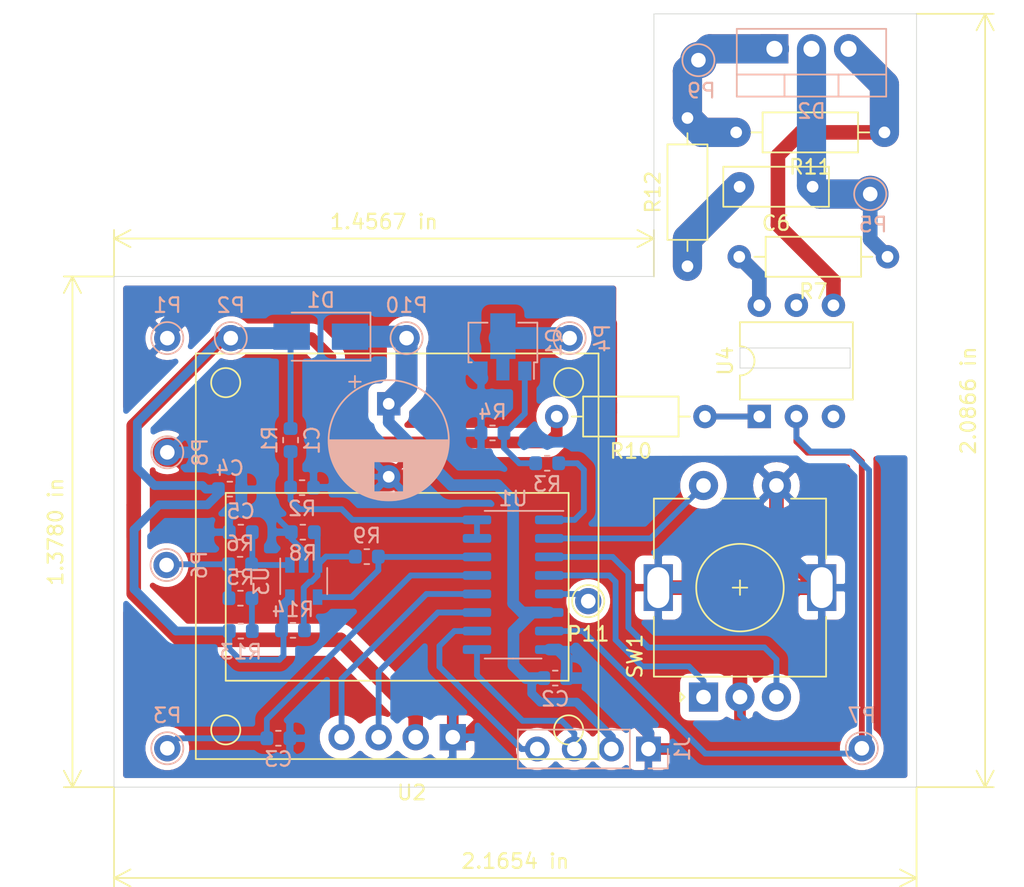
<source format=kicad_pcb>
(kicad_pcb (version 20171130) (host pcbnew "(5.1.0)-1")

  (general
    (thickness 1.6)
    (drawings 19)
    (tracks 290)
    (zones 0)
    (modules 40)
    (nets 31)
  )

  (page A4)
  (layers
    (0 F.Cu signal)
    (31 B.Cu signal)
    (32 B.Adhes user)
    (33 F.Adhes user)
    (34 B.Paste user)
    (35 F.Paste user)
    (36 B.SilkS user)
    (37 F.SilkS user)
    (38 B.Mask user)
    (39 F.Mask user)
    (40 Dwgs.User user)
    (41 Cmts.User user)
    (42 Eco1.User user)
    (43 Eco2.User user)
    (44 Edge.Cuts user)
    (45 Margin user)
    (46 B.CrtYd user)
    (47 F.CrtYd user)
    (48 B.Fab user)
    (49 F.Fab user)
  )

  (setup
    (last_trace_width 0.25)
    (user_trace_width 0.4)
    (user_trace_width 0.6)
    (user_trace_width 0.8)
    (user_trace_width 1)
    (user_trace_width 1.5)
    (user_trace_width 2)
    (trace_clearance 0.2)
    (zone_clearance 0.6)
    (zone_45_only no)
    (trace_min 0.2)
    (via_size 0.8)
    (via_drill 0.4)
    (via_min_size 0.4)
    (via_min_drill 0.3)
    (uvia_size 0.3)
    (uvia_drill 0.1)
    (uvias_allowed no)
    (uvia_min_size 0.2)
    (uvia_min_drill 0.1)
    (edge_width 0.05)
    (segment_width 0.2)
    (pcb_text_width 0.3)
    (pcb_text_size 1.5 1.5)
    (mod_edge_width 0.12)
    (mod_text_size 1 1)
    (mod_text_width 0.15)
    (pad_size 1.524 1.524)
    (pad_drill 0.762)
    (pad_to_mask_clearance 0.051)
    (solder_mask_min_width 0.25)
    (aux_axis_origin 120 105)
    (grid_origin 120 105)
    (visible_elements 7FFFFFFF)
    (pcbplotparams
      (layerselection 0x00080_7fffffff)
      (usegerberextensions false)
      (usegerberattributes false)
      (usegerberadvancedattributes false)
      (creategerberjobfile false)
      (excludeedgelayer false)
      (linewidth 0.100000)
      (plotframeref false)
      (viasonmask true)
      (mode 1)
      (useauxorigin true)
      (hpglpennumber 1)
      (hpglpenspeed 20)
      (hpglpendiameter 15.000000)
      (psnegative false)
      (psa4output false)
      (plotreference false)
      (plotvalue false)
      (plotinvisibletext false)
      (padsonsilk false)
      (subtractmaskfromsilk false)
      (outputformat 4)
      (mirror false)
      (drillshape 0)
      (scaleselection 1)
      (outputdirectory "output/"))
  )

  (net 0 "")
  (net 1 GND)
  (net 2 VCC)
  (net 3 /Run)
  (net 4 +5V)
  (net 5 "Net-(C5-Pad1)")
  (net 6 "Net-(C6-Pad2)")
  (net 7 "Net-(C6-Pad1)")
  (net 8 "Net-(D2-Pad3)")
  (net 9 "Net-(P4-Pad1)")
  (net 10 /Heater)
  (net 11 "Net-(Q1-Pad1)")
  (net 12 /PWR_LvL)
  (net 13 /Fan)
  (net 14 "Net-(R7-Pad2)")
  (net 15 /Temp)
  (net 16 /ROT_A)
  (net 17 /ROT_B)
  (net 18 /ROT_K)
  (net 19 /SDA)
  (net 20 /SCL)
  (net 21 "Net-(U4-Pad3)")
  (net 22 "Net-(U4-Pad5)")
  (net 23 "Net-(D2-Pad1)")
  (net 24 /RxD)
  (net 25 /TxD)
  (net 26 "Net-(P6-Pad1)")
  (net 27 "Net-(R10-Pad1)")
  (net 28 "Net-(R13-Pad2)")
  (net 29 "Net-(R14-Pad1)")
  (net 30 "Net-(P11-Pad1)")

  (net_class Default 这是默认网络类。
    (clearance 0.2)
    (trace_width 0.25)
    (via_dia 0.8)
    (via_drill 0.4)
    (uvia_dia 0.3)
    (uvia_drill 0.1)
    (add_net +5V)
    (add_net /Fan)
    (add_net /Heater)
    (add_net /PWR_LvL)
    (add_net /ROT_A)
    (add_net /ROT_B)
    (add_net /ROT_K)
    (add_net /Run)
    (add_net /RxD)
    (add_net /SCL)
    (add_net /SDA)
    (add_net /Temp)
    (add_net /TxD)
    (add_net GND)
    (add_net "Net-(C5-Pad1)")
    (add_net "Net-(C6-Pad1)")
    (add_net "Net-(C6-Pad2)")
    (add_net "Net-(D2-Pad1)")
    (add_net "Net-(D2-Pad3)")
    (add_net "Net-(P11-Pad1)")
    (add_net "Net-(P4-Pad1)")
    (add_net "Net-(P6-Pad1)")
    (add_net "Net-(Q1-Pad1)")
    (add_net "Net-(R10-Pad1)")
    (add_net "Net-(R13-Pad2)")
    (add_net "Net-(R14-Pad1)")
    (add_net "Net-(R7-Pad2)")
    (add_net "Net-(U4-Pad3)")
    (add_net "Net-(U4-Pad5)")
    (add_net VCC)
  )

  (module my:Pad-1.8-h1 (layer F.Cu) (tedit 63D0A9C4) (tstamp 63D3F0A2)
    (at 152.5 92.25)
    (descr "solder Pin_ diameter 1.0mm, hole diameter 1.0mm (press fit), length 10.0mm")
    (tags "solder Pin_ press fit")
    (path /6408B007)
    (fp_text reference P11 (at 0 2.25) (layer F.SilkS)
      (effects (font (size 1 1) (thickness 0.15)))
    )
    (fp_text value Rsvd (at 0 -2.05) (layer F.Fab)
      (effects (font (size 1 1) (thickness 0.15)))
    )
    (fp_circle (center 0 0) (end 1.1 0) (layer F.SilkS) (width 0.12))
    (fp_circle (center 0 0) (end 1 0) (layer F.Fab) (width 0.12))
    (fp_circle (center 0 0) (end 0.5 0) (layer F.Fab) (width 0.12))
    (fp_circle (center 0 0) (end 1.1 0) (layer F.CrtYd) (width 0.05))
    (fp_text user %R (at 0 2.25) (layer F.Fab)
      (effects (font (size 1 1) (thickness 0.15)))
    )
    (pad 1 thru_hole circle (at 0 0) (size 1.8 1.8) (drill 1) (layers *.Cu *.Mask)
      (net 30 "Net-(P11-Pad1)") (solder_mask_margin 0.1))
    (model ${KISYS3DMOD}/Connector_Pin.3dshapes/Pin_D1.0mm_L10.0mm.wrl
      (at (xyz 0 0 0))
      (scale (xyz 1 1 1))
      (rotate (xyz 0 0 0))
    )
  )

  (module Resistor_SMD:R_0603_1608Metric (layer B.Cu) (tedit 5B301BBD) (tstamp 63D3BA6E)
    (at 132.2625 94.25 180)
    (descr "Resistor SMD 0603 (1608 Metric), square (rectangular) end terminal, IPC_7351 nominal, (Body size source: http://www.tortai-tech.com/upload/download/2011102023233369053.pdf), generated with kicad-footprint-generator")
    (tags resistor)
    (path /64037E7C)
    (attr smd)
    (fp_text reference R14 (at 0 1.43 180) (layer B.SilkS)
      (effects (font (size 1 1) (thickness 0.15)) (justify mirror))
    )
    (fp_text value ? (at 0 -1.43 180) (layer B.Fab)
      (effects (font (size 1 1) (thickness 0.15)) (justify mirror))
    )
    (fp_text user %R (at 0 0 180) (layer B.Fab)
      (effects (font (size 0.4 0.4) (thickness 0.06)) (justify mirror))
    )
    (fp_line (start 1.48 -0.73) (end -1.48 -0.73) (layer B.CrtYd) (width 0.05))
    (fp_line (start 1.48 0.73) (end 1.48 -0.73) (layer B.CrtYd) (width 0.05))
    (fp_line (start -1.48 0.73) (end 1.48 0.73) (layer B.CrtYd) (width 0.05))
    (fp_line (start -1.48 -0.73) (end -1.48 0.73) (layer B.CrtYd) (width 0.05))
    (fp_line (start -0.162779 -0.51) (end 0.162779 -0.51) (layer B.SilkS) (width 0.12))
    (fp_line (start -0.162779 0.51) (end 0.162779 0.51) (layer B.SilkS) (width 0.12))
    (fp_line (start 0.8 -0.4) (end -0.8 -0.4) (layer B.Fab) (width 0.1))
    (fp_line (start 0.8 0.4) (end 0.8 -0.4) (layer B.Fab) (width 0.1))
    (fp_line (start -0.8 0.4) (end 0.8 0.4) (layer B.Fab) (width 0.1))
    (fp_line (start -0.8 -0.4) (end -0.8 0.4) (layer B.Fab) (width 0.1))
    (pad 2 smd roundrect (at 0.7875 0 180) (size 0.875 0.95) (layers B.Cu B.Paste B.Mask) (roundrect_rratio 0.25)
      (net 4 +5V))
    (pad 1 smd roundrect (at -0.7875 0 180) (size 0.875 0.95) (layers B.Cu B.Paste B.Mask) (roundrect_rratio 0.25)
      (net 29 "Net-(R14-Pad1)"))
    (model ${KISYS3DMOD}/Resistor_SMD.3dshapes/R_0603_1608Metric.wrl
      (at (xyz 0 0 0))
      (scale (xyz 1 1 1))
      (rotate (xyz 0 0 0))
    )
  )

  (module Resistor_THT:R_Axial_DIN0207_L6.3mm_D2.5mm_P10.16mm_Horizontal (layer F.Cu) (tedit 5AE5139B) (tstamp 63D0E971)
    (at 160.5 79.6 180)
    (descr "Resistor, Axial_DIN0207 series, Axial, Horizontal, pin pitch=10.16mm, 0.25W = 1/4W, length*diameter=6.3*2.5mm^2, http://cdn-reichelt.de/documents/datenblatt/B400/1_4W%23YAG.pdf")
    (tags "Resistor Axial_DIN0207 series Axial Horizontal pin pitch 10.16mm 0.25W = 1/4W length 6.3mm diameter 2.5mm")
    (path /63D8EB42)
    (fp_text reference R10 (at 5.08 -2.37 180) (layer F.SilkS)
      (effects (font (size 1 1) (thickness 0.15)))
    )
    (fp_text value 390 (at 5.08 2.37 180) (layer F.Fab)
      (effects (font (size 1 1) (thickness 0.15)))
    )
    (fp_text user %R (at 5.08 0 180) (layer F.Fab)
      (effects (font (size 1 1) (thickness 0.15)))
    )
    (fp_line (start 11.21 -1.5) (end -1.05 -1.5) (layer F.CrtYd) (width 0.05))
    (fp_line (start 11.21 1.5) (end 11.21 -1.5) (layer F.CrtYd) (width 0.05))
    (fp_line (start -1.05 1.5) (end 11.21 1.5) (layer F.CrtYd) (width 0.05))
    (fp_line (start -1.05 -1.5) (end -1.05 1.5) (layer F.CrtYd) (width 0.05))
    (fp_line (start 9.12 0) (end 8.35 0) (layer F.SilkS) (width 0.12))
    (fp_line (start 1.04 0) (end 1.81 0) (layer F.SilkS) (width 0.12))
    (fp_line (start 8.35 -1.37) (end 1.81 -1.37) (layer F.SilkS) (width 0.12))
    (fp_line (start 8.35 1.37) (end 8.35 -1.37) (layer F.SilkS) (width 0.12))
    (fp_line (start 1.81 1.37) (end 8.35 1.37) (layer F.SilkS) (width 0.12))
    (fp_line (start 1.81 -1.37) (end 1.81 1.37) (layer F.SilkS) (width 0.12))
    (fp_line (start 10.16 0) (end 8.23 0) (layer F.Fab) (width 0.1))
    (fp_line (start 0 0) (end 1.93 0) (layer F.Fab) (width 0.1))
    (fp_line (start 8.23 -1.25) (end 1.93 -1.25) (layer F.Fab) (width 0.1))
    (fp_line (start 8.23 1.25) (end 8.23 -1.25) (layer F.Fab) (width 0.1))
    (fp_line (start 1.93 1.25) (end 8.23 1.25) (layer F.Fab) (width 0.1))
    (fp_line (start 1.93 -1.25) (end 1.93 1.25) (layer F.Fab) (width 0.1))
    (pad 2 thru_hole oval (at 10.16 0 180) (size 1.6 1.6) (drill 0.8) (layers *.Cu *.Mask)
      (net 4 +5V))
    (pad 1 thru_hole circle (at 0 0 180) (size 1.6 1.6) (drill 0.8) (layers *.Cu *.Mask)
      (net 27 "Net-(R10-Pad1)"))
    (model ${KISYS3DMOD}/Resistor_THT.3dshapes/R_Axial_DIN0207_L6.3mm_D2.5mm_P10.16mm_Horizontal.wrl
      (at (xyz 0 0 0))
      (scale (xyz 1 1 1))
      (rotate (xyz 0 0 0))
    )
  )

  (module Resistor_SMD:R_0603_1608Metric (layer B.Cu) (tedit 5B301BBD) (tstamp 63D39063)
    (at 128.6875 94.3)
    (descr "Resistor SMD 0603 (1608 Metric), square (rectangular) end terminal, IPC_7351 nominal, (Body size source: http://www.tortai-tech.com/upload/download/2011102023233369053.pdf), generated with kicad-footprint-generator")
    (tags resistor)
    (path /63FE0955)
    (attr smd)
    (fp_text reference R13 (at 0 1.43) (layer B.SilkS)
      (effects (font (size 1 1) (thickness 0.15)) (justify mirror))
    )
    (fp_text value 820 (at 0 -1.43) (layer B.Fab)
      (effects (font (size 1 1) (thickness 0.15)) (justify mirror))
    )
    (fp_text user %R (at 0 0) (layer B.Fab)
      (effects (font (size 0.4 0.4) (thickness 0.06)) (justify mirror))
    )
    (fp_line (start 1.48 -0.73) (end -1.48 -0.73) (layer B.CrtYd) (width 0.05))
    (fp_line (start 1.48 0.73) (end 1.48 -0.73) (layer B.CrtYd) (width 0.05))
    (fp_line (start -1.48 0.73) (end 1.48 0.73) (layer B.CrtYd) (width 0.05))
    (fp_line (start -1.48 -0.73) (end -1.48 0.73) (layer B.CrtYd) (width 0.05))
    (fp_line (start -0.162779 -0.51) (end 0.162779 -0.51) (layer B.SilkS) (width 0.12))
    (fp_line (start -0.162779 0.51) (end 0.162779 0.51) (layer B.SilkS) (width 0.12))
    (fp_line (start 0.8 -0.4) (end -0.8 -0.4) (layer B.Fab) (width 0.1))
    (fp_line (start 0.8 0.4) (end 0.8 -0.4) (layer B.Fab) (width 0.1))
    (fp_line (start -0.8 0.4) (end 0.8 0.4) (layer B.Fab) (width 0.1))
    (fp_line (start -0.8 -0.4) (end -0.8 0.4) (layer B.Fab) (width 0.1))
    (pad 2 smd roundrect (at 0.7875 0) (size 0.875 0.95) (layers B.Cu B.Paste B.Mask) (roundrect_rratio 0.25)
      (net 28 "Net-(R13-Pad2)"))
    (pad 1 smd roundrect (at -0.7875 0) (size 0.875 0.95) (layers B.Cu B.Paste B.Mask) (roundrect_rratio 0.25)
      (net 4 +5V))
    (model ${KISYS3DMOD}/Resistor_SMD.3dshapes/R_0603_1608Metric.wrl
      (at (xyz 0 0 0))
      (scale (xyz 1 1 1))
      (rotate (xyz 0 0 0))
    )
  )

  (module Package_TO_SOT_SMD:SOT-89-3 (layer B.Cu) (tedit 5C33D6E8) (tstamp 63D2B4F5)
    (at 146.65 74.825 90)
    (descr "SOT-89-3, http://ww1.microchip.com/downloads/en/DeviceDoc/3L_SOT-89_MB_C04-029C.pdf")
    (tags SOT-89-3)
    (path /63D13008)
    (attr smd)
    (fp_text reference Q1 (at 0.3 3.5 90) (layer B.SilkS)
      (effects (font (size 1 1) (thickness 0.15)) (justify mirror))
    )
    (fp_text value 2SK3065 (at 0.3 -3.5 90) (layer B.Fab)
      (effects (font (size 1 1) (thickness 0.15)) (justify mirror))
    )
    (fp_line (start -1.06 -2.36) (end -1.06 -2.13) (layer B.SilkS) (width 0.12))
    (fp_line (start -1.06 2.36) (end -1.06 2.13) (layer B.SilkS) (width 0.12))
    (fp_line (start -1.06 2.36) (end 1.66 2.36) (layer B.SilkS) (width 0.12))
    (fp_line (start -2.55 -2.5) (end -2.55 2.5) (layer B.CrtYd) (width 0.05))
    (fp_line (start -2.55 -2.5) (end 2.55 -2.5) (layer B.CrtYd) (width 0.05))
    (fp_line (start 2.55 2.5) (end -2.55 2.5) (layer B.CrtYd) (width 0.05))
    (fp_line (start 2.55 2.5) (end 2.55 -2.5) (layer B.CrtYd) (width 0.05))
    (fp_line (start 0.05 2.25) (end 1.55 2.25) (layer B.Fab) (width 0.1))
    (fp_line (start -0.95 -2.25) (end -0.95 1.25) (layer B.Fab) (width 0.1))
    (fp_line (start 1.55 -2.25) (end -0.95 -2.25) (layer B.Fab) (width 0.1))
    (fp_line (start 1.55 2.25) (end 1.55 -2.25) (layer B.Fab) (width 0.1))
    (fp_line (start -0.95 1.25) (end 0.05 2.25) (layer B.Fab) (width 0.1))
    (fp_line (start 1.66 2.36) (end 1.66 1.05) (layer B.SilkS) (width 0.12))
    (fp_line (start -2.2 2.13) (end -1.06 2.13) (layer B.SilkS) (width 0.12))
    (fp_line (start 1.66 -2.36) (end -1.06 -2.36) (layer B.SilkS) (width 0.12))
    (fp_line (start 1.66 -1.05) (end 1.66 -2.36) (layer B.SilkS) (width 0.12))
    (fp_text user %R (at 0.5 0) (layer B.Fab)
      (effects (font (size 1 1) (thickness 0.15)) (justify mirror))
    )
    (pad 2 smd custom (at -1.5625 0 90) (size 1.475 0.9) (layers B.Cu B.Paste B.Mask)
      (net 9 "Net-(P4-Pad1)") (zone_connect 2)
      (options (clearance outline) (anchor rect))
      (primitives
        (gr_poly (pts
           (xy 0.7375 0.8665) (xy 3.8625 0.8665) (xy 3.8625 -0.8665) (xy 0.7375 -0.8665)) (width 0))
      ))
    (pad 3 smd rect (at -1.65 -1.5 90) (size 1.3 0.9) (layers B.Cu B.Paste B.Mask)
      (net 1 GND))
    (pad 1 smd rect (at -1.65 1.5 90) (size 1.3 0.9) (layers B.Cu B.Paste B.Mask)
      (net 11 "Net-(Q1-Pad1)"))
    (model ${KISYS3DMOD}/Package_TO_SOT_SMD.3dshapes/SOT-89-3.wrl
      (at (xyz 0 0 0))
      (scale (xyz 1 1 1))
      (rotate (xyz 0 0 0))
    )
  )

  (module my:Pad-1.8-h1 (layer B.Cu) (tedit 63D0A9C4) (tstamp 63D2D623)
    (at 140.05 74.225)
    (descr "solder Pin_ diameter 1.0mm, hole diameter 1.0mm (press fit), length 10.0mm")
    (tags "solder Pin_ press fit")
    (path /63F0D413)
    (fp_text reference P10 (at 0 -2.25) (layer B.SilkS)
      (effects (font (size 1 1) (thickness 0.15)) (justify mirror))
    )
    (fp_text value VCC (at 0 2.05) (layer B.Fab)
      (effects (font (size 1 1) (thickness 0.15)) (justify mirror))
    )
    (fp_circle (center 0 0) (end 1.1 0) (layer B.SilkS) (width 0.12))
    (fp_circle (center 0 0) (end 1 0) (layer B.Fab) (width 0.12))
    (fp_circle (center 0 0) (end 0.5 0) (layer B.Fab) (width 0.12))
    (fp_circle (center 0 0) (end 1.1 0) (layer B.CrtYd) (width 0.05))
    (fp_text user %R (at 0 -2.25) (layer B.Fab)
      (effects (font (size 1 1) (thickness 0.15)) (justify mirror))
    )
    (pad 1 thru_hole circle (at 0 0) (size 1.8 1.8) (drill 1) (layers *.Cu *.Mask)
      (net 2 VCC) (solder_mask_margin 0.1))
    (model ${KISYS3DMOD}/Connector_Pin.3dshapes/Pin_D1.0mm_L10.0mm.wrl
      (at (xyz 0 0 0))
      (scale (xyz 1 1 1))
      (rotate (xyz 0 0 0))
    )
  )

  (module Connector_PinHeader_2.54mm:PinHeader_1x04_P2.54mm_Vertical (layer B.Cu) (tedit 59FED5CC) (tstamp 63D284FA)
    (at 156.625 102.385001 90)
    (descr "Through hole straight pin header, 1x04, 2.54mm pitch, single row")
    (tags "Through hole pin header THT 1x04 2.54mm single row")
    (path /63E71080)
    (fp_text reference J1 (at 0 2.33 90) (layer B.SilkS)
      (effects (font (size 1 1) (thickness 0.15)) (justify mirror))
    )
    (fp_text value Conn_01x04_Male (at 0 -9.95 90) (layer B.Fab)
      (effects (font (size 1 1) (thickness 0.15)) (justify mirror))
    )
    (fp_text user %R (at 0 -3.81) (layer B.Fab)
      (effects (font (size 1 1) (thickness 0.15)) (justify mirror))
    )
    (fp_line (start 1.8 1.8) (end -1.8 1.8) (layer B.CrtYd) (width 0.05))
    (fp_line (start 1.8 -9.4) (end 1.8 1.8) (layer B.CrtYd) (width 0.05))
    (fp_line (start -1.8 -9.4) (end 1.8 -9.4) (layer B.CrtYd) (width 0.05))
    (fp_line (start -1.8 1.8) (end -1.8 -9.4) (layer B.CrtYd) (width 0.05))
    (fp_line (start -1.33 1.33) (end 0 1.33) (layer B.SilkS) (width 0.12))
    (fp_line (start -1.33 0) (end -1.33 1.33) (layer B.SilkS) (width 0.12))
    (fp_line (start -1.33 -1.27) (end 1.33 -1.27) (layer B.SilkS) (width 0.12))
    (fp_line (start 1.33 -1.27) (end 1.33 -8.95) (layer B.SilkS) (width 0.12))
    (fp_line (start -1.33 -1.27) (end -1.33 -8.95) (layer B.SilkS) (width 0.12))
    (fp_line (start -1.33 -8.95) (end 1.33 -8.95) (layer B.SilkS) (width 0.12))
    (fp_line (start -1.27 0.635) (end -0.635 1.27) (layer B.Fab) (width 0.1))
    (fp_line (start -1.27 -8.89) (end -1.27 0.635) (layer B.Fab) (width 0.1))
    (fp_line (start 1.27 -8.89) (end -1.27 -8.89) (layer B.Fab) (width 0.1))
    (fp_line (start 1.27 1.27) (end 1.27 -8.89) (layer B.Fab) (width 0.1))
    (fp_line (start -0.635 1.27) (end 1.27 1.27) (layer B.Fab) (width 0.1))
    (pad 4 thru_hole oval (at 0 -7.62 90) (size 1.7 1.7) (drill 1) (layers *.Cu *.Mask)
      (net 25 /TxD))
    (pad 3 thru_hole oval (at 0 -5.08 90) (size 1.7 1.7) (drill 1) (layers *.Cu *.Mask)
      (net 24 /RxD))
    (pad 2 thru_hole oval (at 0 -2.54 90) (size 1.7 1.7) (drill 1) (layers *.Cu *.Mask)
      (net 2 VCC))
    (pad 1 thru_hole rect (at 0 0 90) (size 1.7 1.7) (drill 1) (layers *.Cu *.Mask)
      (net 1 GND))
    (model ${KISYS3DMOD}/Connector_PinHeader_2.54mm.3dshapes/PinHeader_1x04_P2.54mm_Vertical.wrl
      (at (xyz 0 0 0))
      (scale (xyz 1 1 1))
      (rotate (xyz 0 0 0))
    )
  )

  (module Resistor_THT:R_Axial_DIN0207_L6.3mm_D2.5mm_P10.16mm_Horizontal (layer F.Cu) (tedit 5AE5139B) (tstamp 63D13D91)
    (at 172.8 60.125 180)
    (descr "Resistor, Axial_DIN0207 series, Axial, Horizontal, pin pitch=10.16mm, 0.25W = 1/4W, length*diameter=6.3*2.5mm^2, http://cdn-reichelt.de/documents/datenblatt/B400/1_4W%23YAG.pdf")
    (tags "Resistor Axial_DIN0207 series Axial Horizontal pin pitch 10.16mm 0.25W = 1/4W length 6.3mm diameter 2.5mm")
    (path /63D9460D)
    (fp_text reference R11 (at 5.08 -2.37 180) (layer F.SilkS)
      (effects (font (size 1 1) (thickness 0.15)))
    )
    (fp_text value "1k 1/4W" (at 5.08 2.37 180) (layer F.Fab)
      (effects (font (size 1 1) (thickness 0.15)))
    )
    (fp_text user %R (at 5.08 0 180) (layer F.Fab)
      (effects (font (size 1 1) (thickness 0.15)))
    )
    (fp_line (start 11.21 -1.5) (end -1.05 -1.5) (layer F.CrtYd) (width 0.05))
    (fp_line (start 11.21 1.5) (end 11.21 -1.5) (layer F.CrtYd) (width 0.05))
    (fp_line (start -1.05 1.5) (end 11.21 1.5) (layer F.CrtYd) (width 0.05))
    (fp_line (start -1.05 -1.5) (end -1.05 1.5) (layer F.CrtYd) (width 0.05))
    (fp_line (start 9.12 0) (end 8.35 0) (layer F.SilkS) (width 0.12))
    (fp_line (start 1.04 0) (end 1.81 0) (layer F.SilkS) (width 0.12))
    (fp_line (start 8.35 -1.37) (end 1.81 -1.37) (layer F.SilkS) (width 0.12))
    (fp_line (start 8.35 1.37) (end 8.35 -1.37) (layer F.SilkS) (width 0.12))
    (fp_line (start 1.81 1.37) (end 8.35 1.37) (layer F.SilkS) (width 0.12))
    (fp_line (start 1.81 -1.37) (end 1.81 1.37) (layer F.SilkS) (width 0.12))
    (fp_line (start 10.16 0) (end 8.23 0) (layer F.Fab) (width 0.1))
    (fp_line (start 0 0) (end 1.93 0) (layer F.Fab) (width 0.1))
    (fp_line (start 8.23 -1.25) (end 1.93 -1.25) (layer F.Fab) (width 0.1))
    (fp_line (start 8.23 1.25) (end 8.23 -1.25) (layer F.Fab) (width 0.1))
    (fp_line (start 1.93 1.25) (end 8.23 1.25) (layer F.Fab) (width 0.1))
    (fp_line (start 1.93 -1.25) (end 1.93 1.25) (layer F.Fab) (width 0.1))
    (pad 2 thru_hole oval (at 10.16 0 180) (size 1.6 1.6) (drill 0.8) (layers *.Cu *.Mask)
      (net 23 "Net-(D2-Pad1)"))
    (pad 1 thru_hole circle (at 0 0 180) (size 1.6 1.6) (drill 0.8) (layers *.Cu *.Mask)
      (net 8 "Net-(D2-Pad3)"))
    (model ${KISYS3DMOD}/Resistor_THT.3dshapes/R_Axial_DIN0207_L6.3mm_D2.5mm_P10.16mm_Horizontal.wrl
      (at (xyz 0 0 0))
      (scale (xyz 1 1 1))
      (rotate (xyz 0 0 0))
    )
  )

  (module Resistor_THT:R_Axial_DIN0207_L6.3mm_D2.5mm_P10.16mm_Horizontal (layer F.Cu) (tedit 5AE5139B) (tstamp 63D0E93E)
    (at 159.3 69.3 90)
    (descr "Resistor, Axial_DIN0207 series, Axial, Horizontal, pin pitch=10.16mm, 0.25W = 1/4W, length*diameter=6.3*2.5mm^2, http://cdn-reichelt.de/documents/datenblatt/B400/1_4W%23YAG.pdf")
    (tags "Resistor Axial_DIN0207 series Axial Horizontal pin pitch 10.16mm 0.25W = 1/4W length 6.3mm diameter 2.5mm")
    (path /63D9EC4E)
    (fp_text reference R12 (at 5.08 -2.37 90) (layer F.SilkS)
      (effects (font (size 1 1) (thickness 0.15)))
    )
    (fp_text value "47 1/4W" (at 5.08 2.37 90) (layer F.Fab)
      (effects (font (size 1 1) (thickness 0.15)))
    )
    (fp_text user %R (at 5.08 0 90) (layer F.Fab)
      (effects (font (size 1 1) (thickness 0.15)))
    )
    (fp_line (start 11.21 -1.5) (end -1.05 -1.5) (layer F.CrtYd) (width 0.05))
    (fp_line (start 11.21 1.5) (end 11.21 -1.5) (layer F.CrtYd) (width 0.05))
    (fp_line (start -1.05 1.5) (end 11.21 1.5) (layer F.CrtYd) (width 0.05))
    (fp_line (start -1.05 -1.5) (end -1.05 1.5) (layer F.CrtYd) (width 0.05))
    (fp_line (start 9.12 0) (end 8.35 0) (layer F.SilkS) (width 0.12))
    (fp_line (start 1.04 0) (end 1.81 0) (layer F.SilkS) (width 0.12))
    (fp_line (start 8.35 -1.37) (end 1.81 -1.37) (layer F.SilkS) (width 0.12))
    (fp_line (start 8.35 1.37) (end 8.35 -1.37) (layer F.SilkS) (width 0.12))
    (fp_line (start 1.81 1.37) (end 8.35 1.37) (layer F.SilkS) (width 0.12))
    (fp_line (start 1.81 -1.37) (end 1.81 1.37) (layer F.SilkS) (width 0.12))
    (fp_line (start 10.16 0) (end 8.23 0) (layer F.Fab) (width 0.1))
    (fp_line (start 0 0) (end 1.93 0) (layer F.Fab) (width 0.1))
    (fp_line (start 8.23 -1.25) (end 1.93 -1.25) (layer F.Fab) (width 0.1))
    (fp_line (start 8.23 1.25) (end 8.23 -1.25) (layer F.Fab) (width 0.1))
    (fp_line (start 1.93 1.25) (end 8.23 1.25) (layer F.Fab) (width 0.1))
    (fp_line (start 1.93 -1.25) (end 1.93 1.25) (layer F.Fab) (width 0.1))
    (pad 2 thru_hole oval (at 10.16 0 90) (size 1.6 1.6) (drill 0.8) (layers *.Cu *.Mask)
      (net 23 "Net-(D2-Pad1)"))
    (pad 1 thru_hole circle (at 0 0 90) (size 1.6 1.6) (drill 0.8) (layers *.Cu *.Mask)
      (net 6 "Net-(C6-Pad2)"))
    (model ${KISYS3DMOD}/Resistor_THT.3dshapes/R_Axial_DIN0207_L6.3mm_D2.5mm_P10.16mm_Horizontal.wrl
      (at (xyz 0 0 0))
      (scale (xyz 1 1 1))
      (rotate (xyz 0 0 0))
    )
  )

  (module Resistor_THT:R_Axial_DIN0207_L6.3mm_D2.5mm_P10.16mm_Horizontal (layer F.Cu) (tedit 5AE5139B) (tstamp 63D13E34)
    (at 173.01 68.65 180)
    (descr "Resistor, Axial_DIN0207 series, Axial, Horizontal, pin pitch=10.16mm, 0.25W = 1/4W, length*diameter=6.3*2.5mm^2, http://cdn-reichelt.de/documents/datenblatt/B400/1_4W%23YAG.pdf")
    (tags "Resistor Axial_DIN0207 series Axial Horizontal pin pitch 10.16mm 0.25W = 1/4W length 6.3mm diameter 2.5mm")
    (path /63D93651)
    (fp_text reference R7 (at 5.08 -2.37 180) (layer F.SilkS)
      (effects (font (size 1 1) (thickness 0.15)))
    )
    (fp_text value "330 1/4W" (at 5.08 2.37 180) (layer F.Fab)
      (effects (font (size 1 1) (thickness 0.15)))
    )
    (fp_text user %R (at 5.08 0 180) (layer F.Fab)
      (effects (font (size 1 1) (thickness 0.15)))
    )
    (fp_line (start 11.21 -1.5) (end -1.05 -1.5) (layer F.CrtYd) (width 0.05))
    (fp_line (start 11.21 1.5) (end 11.21 -1.5) (layer F.CrtYd) (width 0.05))
    (fp_line (start -1.05 1.5) (end 11.21 1.5) (layer F.CrtYd) (width 0.05))
    (fp_line (start -1.05 -1.5) (end -1.05 1.5) (layer F.CrtYd) (width 0.05))
    (fp_line (start 9.12 0) (end 8.35 0) (layer F.SilkS) (width 0.12))
    (fp_line (start 1.04 0) (end 1.81 0) (layer F.SilkS) (width 0.12))
    (fp_line (start 8.35 -1.37) (end 1.81 -1.37) (layer F.SilkS) (width 0.12))
    (fp_line (start 8.35 1.37) (end 8.35 -1.37) (layer F.SilkS) (width 0.12))
    (fp_line (start 1.81 1.37) (end 8.35 1.37) (layer F.SilkS) (width 0.12))
    (fp_line (start 1.81 -1.37) (end 1.81 1.37) (layer F.SilkS) (width 0.12))
    (fp_line (start 10.16 0) (end 8.23 0) (layer F.Fab) (width 0.1))
    (fp_line (start 0 0) (end 1.93 0) (layer F.Fab) (width 0.1))
    (fp_line (start 8.23 -1.25) (end 1.93 -1.25) (layer F.Fab) (width 0.1))
    (fp_line (start 8.23 1.25) (end 8.23 -1.25) (layer F.Fab) (width 0.1))
    (fp_line (start 1.93 1.25) (end 8.23 1.25) (layer F.Fab) (width 0.1))
    (fp_line (start 1.93 -1.25) (end 1.93 1.25) (layer F.Fab) (width 0.1))
    (pad 2 thru_hole oval (at 10.16 0 180) (size 1.6 1.6) (drill 0.8) (layers *.Cu *.Mask)
      (net 14 "Net-(R7-Pad2)"))
    (pad 1 thru_hole circle (at 0 0 180) (size 1.6 1.6) (drill 0.8) (layers *.Cu *.Mask)
      (net 7 "Net-(C6-Pad1)"))
    (model ${KISYS3DMOD}/Resistor_THT.3dshapes/R_Axial_DIN0207_L6.3mm_D2.5mm_P10.16mm_Horizontal.wrl
      (at (xyz 0 0 0))
      (scale (xyz 1 1 1))
      (rotate (xyz 0 0 0))
    )
  )

  (module Package_DIP:DIP-6_W7.62mm (layer F.Cu) (tedit 5A02E8C5) (tstamp 63D140BA)
    (at 164.225 79.595 90)
    (descr "6-lead though-hole mounted DIP package, row spacing 7.62 mm (300 mils)")
    (tags "THT DIP DIL PDIP 2.54mm 7.62mm 300mil")
    (path /63D1BC1F)
    (fp_text reference U4 (at 3.81 -2.33 90) (layer F.SilkS)
      (effects (font (size 1 1) (thickness 0.15)))
    )
    (fp_text value MOC3063 (at 3.81 7.41 90) (layer F.Fab)
      (effects (font (size 1 1) (thickness 0.15)))
    )
    (fp_text user %R (at 3.81 2.54 90) (layer F.Fab)
      (effects (font (size 1 1) (thickness 0.15)))
    )
    (fp_line (start 8.7 -1.55) (end -1.1 -1.55) (layer F.CrtYd) (width 0.05))
    (fp_line (start 8.7 6.6) (end 8.7 -1.55) (layer F.CrtYd) (width 0.05))
    (fp_line (start -1.1 6.6) (end 8.7 6.6) (layer F.CrtYd) (width 0.05))
    (fp_line (start -1.1 -1.55) (end -1.1 6.6) (layer F.CrtYd) (width 0.05))
    (fp_line (start 6.46 -1.33) (end 4.81 -1.33) (layer F.SilkS) (width 0.12))
    (fp_line (start 6.46 6.41) (end 6.46 -1.33) (layer F.SilkS) (width 0.12))
    (fp_line (start 1.16 6.41) (end 6.46 6.41) (layer F.SilkS) (width 0.12))
    (fp_line (start 1.16 -1.33) (end 1.16 6.41) (layer F.SilkS) (width 0.12))
    (fp_line (start 2.81 -1.33) (end 1.16 -1.33) (layer F.SilkS) (width 0.12))
    (fp_line (start 0.635 -0.27) (end 1.635 -1.27) (layer F.Fab) (width 0.1))
    (fp_line (start 0.635 6.35) (end 0.635 -0.27) (layer F.Fab) (width 0.1))
    (fp_line (start 6.985 6.35) (end 0.635 6.35) (layer F.Fab) (width 0.1))
    (fp_line (start 6.985 -1.27) (end 6.985 6.35) (layer F.Fab) (width 0.1))
    (fp_line (start 1.635 -1.27) (end 6.985 -1.27) (layer F.Fab) (width 0.1))
    (fp_arc (start 3.81 -1.33) (end 2.81 -1.33) (angle -180) (layer F.SilkS) (width 0.12))
    (pad 6 thru_hole oval (at 7.62 0 90) (size 1.6 1.6) (drill 0.8) (layers *.Cu *.Mask)
      (net 14 "Net-(R7-Pad2)"))
    (pad 3 thru_hole oval (at 0 5.08 90) (size 1.6 1.6) (drill 0.8) (layers *.Cu *.Mask)
      (net 21 "Net-(U4-Pad3)"))
    (pad 5 thru_hole oval (at 7.62 2.54 90) (size 1.6 1.6) (drill 0.8) (layers *.Cu *.Mask)
      (net 22 "Net-(U4-Pad5)"))
    (pad 2 thru_hole oval (at 0 2.54 90) (size 1.6 1.6) (drill 0.8) (layers *.Cu *.Mask)
      (net 10 /Heater))
    (pad 4 thru_hole oval (at 7.62 5.08 90) (size 1.6 1.6) (drill 0.8) (layers *.Cu *.Mask)
      (net 8 "Net-(D2-Pad3)"))
    (pad 1 thru_hole rect (at 0 0 90) (size 1.6 1.6) (drill 0.8) (layers *.Cu *.Mask)
      (net 27 "Net-(R10-Pad1)"))
    (model ${KISYS3DMOD}/Package_DIP.3dshapes/DIP-6_W7.62mm.wrl
      (at (xyz 0 0 0))
      (scale (xyz 1 1 1))
      (rotate (xyz 0 0 0))
    )
  )

  (module Package_TO_SOT_SMD:SOT-23-5 (layer B.Cu) (tedit 5A02FF57) (tstamp 63D15426)
    (at 133 90.875 270)
    (descr "5-pin SOT23 package")
    (tags SOT-23-5)
    (path /63D4224B)
    (attr smd)
    (fp_text reference U3 (at 0 2.9 270) (layer B.SilkS)
      (effects (font (size 1 1) (thickness 0.15)) (justify mirror))
    )
    (fp_text value LM321 (at 0 -2.9 270) (layer B.Fab)
      (effects (font (size 1 1) (thickness 0.15)) (justify mirror))
    )
    (fp_line (start 0.9 1.55) (end 0.9 -1.55) (layer B.Fab) (width 0.1))
    (fp_line (start 0.9 -1.55) (end -0.9 -1.55) (layer B.Fab) (width 0.1))
    (fp_line (start -0.9 0.9) (end -0.9 -1.55) (layer B.Fab) (width 0.1))
    (fp_line (start 0.9 1.55) (end -0.25 1.55) (layer B.Fab) (width 0.1))
    (fp_line (start -0.9 0.9) (end -0.25 1.55) (layer B.Fab) (width 0.1))
    (fp_line (start -1.9 -1.8) (end -1.9 1.8) (layer B.CrtYd) (width 0.05))
    (fp_line (start 1.9 -1.8) (end -1.9 -1.8) (layer B.CrtYd) (width 0.05))
    (fp_line (start 1.9 1.8) (end 1.9 -1.8) (layer B.CrtYd) (width 0.05))
    (fp_line (start -1.9 1.8) (end 1.9 1.8) (layer B.CrtYd) (width 0.05))
    (fp_line (start 0.9 1.61) (end -1.55 1.61) (layer B.SilkS) (width 0.12))
    (fp_line (start -0.9 -1.61) (end 0.9 -1.61) (layer B.SilkS) (width 0.12))
    (fp_text user %R (at 0 0 180) (layer B.Fab)
      (effects (font (size 0.5 0.5) (thickness 0.075)) (justify mirror))
    )
    (pad 5 smd rect (at 1.1 0.95 270) (size 1.06 0.65) (layers B.Cu B.Paste B.Mask)
      (net 4 +5V))
    (pad 4 smd rect (at 1.1 -0.95 270) (size 1.06 0.65) (layers B.Cu B.Paste B.Mask)
      (net 15 /Temp))
    (pad 3 smd rect (at -1.1 -0.95 270) (size 1.06 0.65) (layers B.Cu B.Paste B.Mask)
      (net 29 "Net-(R14-Pad1)"))
    (pad 2 smd rect (at -1.1 0 270) (size 1.06 0.65) (layers B.Cu B.Paste B.Mask)
      (net 1 GND))
    (pad 1 smd rect (at -1.1 0.95 270) (size 1.06 0.65) (layers B.Cu B.Paste B.Mask)
      (net 5 "Net-(C5-Pad1)"))
    (model ${KISYS3DMOD}/Package_TO_SOT_SMD.3dshapes/SOT-23-5.wrl
      (at (xyz 0 0 0))
      (scale (xyz 1 1 1))
      (rotate (xyz 0 0 0))
    )
  )

  (module my:OLED-I2C-0.96-27.5X27.8 (layer F.Cu) (tedit 63D0F675) (tstamp 63D0EA13)
    (at 139.405 103.075 180)
    (path /63D0AA3A)
    (fp_text reference U2 (at -1 -2.3 180) (layer F.SilkS)
      (effects (font (size 1 1) (thickness 0.15)))
    )
    (fp_text value OLED_I2C (at 0.2 -1 180) (layer F.Fab)
      (effects (font (size 1 1) (thickness 0.15)))
    )
    (fp_line (start -5.5 2.8) (end -5.5 0.2) (layer F.CrtYd) (width 0.12))
    (fp_line (start 5.5 2.8) (end -5.5 2.8) (layer F.CrtYd) (width 0.12))
    (fp_line (start 5.5 0.2) (end 5.5 2.8) (layer F.CrtYd) (width 0.12))
    (fp_line (start -5.5 0.2) (end 5.5 0.2) (layer F.CrtYd) (width 0.12))
    (fp_circle (center 11.75 25.8) (end 12.75 25.8) (layer F.SilkS) (width 0.12))
    (fp_circle (center -11.75 25.8) (end -10.75 25.8) (layer F.SilkS) (width 0.12))
    (fp_circle (center 11.75 2) (end 12.75 2) (layer F.SilkS) (width 0.12))
    (fp_circle (center -11.75 2) (end -10.75 2) (layer F.SilkS) (width 0.12))
    (fp_line (start -11.75 5.37) (end -11.75 18.24) (layer F.SilkS) (width 0.12))
    (fp_line (start 11.75 18.24) (end -11.75 18.24) (layer F.SilkS) (width 0.12))
    (fp_line (start 11.75 5.37) (end 11.75 18.24) (layer F.SilkS) (width 0.12))
    (fp_line (start -11.75 5.37) (end 11.75 5.37) (layer F.SilkS) (width 0.12))
    (fp_line (start -13.8 27.8) (end -13.8 0) (layer F.SilkS) (width 0.12))
    (fp_line (start 13.8 27.8) (end -13.8 27.8) (layer F.SilkS) (width 0.12))
    (fp_line (start 13.8 19) (end 13.8 27.8) (layer F.SilkS) (width 0.12))
    (fp_line (start 13.8 0) (end 13.8 19) (layer F.SilkS) (width 0.12))
    (fp_line (start -13.8 0) (end 13.8 0) (layer F.SilkS) (width 0.12))
    (pad 4 thru_hole circle (at 3.81 1.5 180) (size 1.8 1.8) (drill 1) (layers *.Cu *.Mask)
      (net 19 /SDA) (solder_mask_margin 0.1))
    (pad 3 thru_hole circle (at 1.27 1.5 180) (size 1.8 1.8) (drill 1) (layers *.Cu *.Mask)
      (net 20 /SCL) (solder_mask_margin 0.1))
    (pad 2 thru_hole circle (at -1.27 1.5 180) (size 1.8 1.8) (drill 1) (layers *.Cu *.Mask)
      (net 4 +5V) (solder_mask_margin 0.1))
    (pad 1 thru_hole rect (at -3.81 1.5 180) (size 1.8 1.8) (drill 1) (layers *.Cu *.Mask)
      (net 1 GND) (solder_mask_margin 0.1))
  )

  (module Package_SO:SOIC-16_3.9x9.9mm_P1.27mm (layer B.Cu) (tedit 5D9F72B1) (tstamp 63D20CAB)
    (at 147.35 91.125 180)
    (descr "SOIC, 16 Pin (JEDEC MS-012AC, https://www.analog.com/media/en/package-pcb-resources/package/pkg_pdf/soic_narrow-r/r_16.pdf), generated with kicad-footprint-generator ipc_gullwing_generator.py")
    (tags "SOIC SO")
    (path /63D06078)
    (attr smd)
    (fp_text reference U1 (at 0 5.9 180) (layer B.SilkS)
      (effects (font (size 1 1) (thickness 0.15)) (justify mirror))
    )
    (fp_text value STC8G1K08-SOP16 (at 0 -5.9 180) (layer B.Fab)
      (effects (font (size 1 1) (thickness 0.15)) (justify mirror))
    )
    (fp_text user %R (at 0 0 180) (layer B.Fab)
      (effects (font (size 0.98 0.98) (thickness 0.15)) (justify mirror))
    )
    (fp_line (start 3.7 5.2) (end -3.7 5.2) (layer B.CrtYd) (width 0.05))
    (fp_line (start 3.7 -5.2) (end 3.7 5.2) (layer B.CrtYd) (width 0.05))
    (fp_line (start -3.7 -5.2) (end 3.7 -5.2) (layer B.CrtYd) (width 0.05))
    (fp_line (start -3.7 5.2) (end -3.7 -5.2) (layer B.CrtYd) (width 0.05))
    (fp_line (start -1.95 3.975) (end -0.975 4.95) (layer B.Fab) (width 0.1))
    (fp_line (start -1.95 -4.95) (end -1.95 3.975) (layer B.Fab) (width 0.1))
    (fp_line (start 1.95 -4.95) (end -1.95 -4.95) (layer B.Fab) (width 0.1))
    (fp_line (start 1.95 4.95) (end 1.95 -4.95) (layer B.Fab) (width 0.1))
    (fp_line (start -0.975 4.95) (end 1.95 4.95) (layer B.Fab) (width 0.1))
    (fp_line (start 0 5.06) (end -3.45 5.06) (layer B.SilkS) (width 0.12))
    (fp_line (start 0 5.06) (end 1.95 5.06) (layer B.SilkS) (width 0.12))
    (fp_line (start 0 -5.06) (end -1.95 -5.06) (layer B.SilkS) (width 0.12))
    (fp_line (start 0 -5.06) (end 1.95 -5.06) (layer B.SilkS) (width 0.12))
    (pad 16 smd roundrect (at 2.475 4.445 180) (size 1.95 0.6) (layers B.Cu B.Paste B.Mask) (roundrect_rratio 0.25)
      (net 12 /PWR_LvL))
    (pad 15 smd roundrect (at 2.475 3.175 180) (size 1.95 0.6) (layers B.Cu B.Paste B.Mask) (roundrect_rratio 0.25)
      (net 12 /PWR_LvL))
    (pad 14 smd roundrect (at 2.475 1.905 180) (size 1.95 0.6) (layers B.Cu B.Paste B.Mask) (roundrect_rratio 0.25)
      (net 15 /Temp))
    (pad 13 smd roundrect (at 2.475 0.635 180) (size 1.95 0.6) (layers B.Cu B.Paste B.Mask) (roundrect_rratio 0.25)
      (net 3 /Run))
    (pad 12 smd roundrect (at 2.475 -0.635 180) (size 1.95 0.6) (layers B.Cu B.Paste B.Mask) (roundrect_rratio 0.25)
      (net 19 /SDA))
    (pad 11 smd roundrect (at 2.475 -1.905 180) (size 1.95 0.6) (layers B.Cu B.Paste B.Mask) (roundrect_rratio 0.25)
      (net 20 /SCL))
    (pad 10 smd roundrect (at 2.475 -3.175 180) (size 1.95 0.6) (layers B.Cu B.Paste B.Mask) (roundrect_rratio 0.25)
      (net 25 /TxD))
    (pad 9 smd roundrect (at 2.475 -4.445 180) (size 1.95 0.6) (layers B.Cu B.Paste B.Mask) (roundrect_rratio 0.25)
      (net 24 /RxD))
    (pad 8 smd roundrect (at -2.475 -4.445 180) (size 1.95 0.6) (layers B.Cu B.Paste B.Mask) (roundrect_rratio 0.25)
      (net 1 GND))
    (pad 7 smd roundrect (at -2.475 -3.175 180) (size 1.95 0.6) (layers B.Cu B.Paste B.Mask) (roundrect_rratio 0.25)
      (net 10 /Heater))
    (pad 6 smd roundrect (at -2.475 -1.905 180) (size 1.95 0.6) (layers B.Cu B.Paste B.Mask) (roundrect_rratio 0.25)
      (net 2 VCC))
    (pad 5 smd roundrect (at -2.475 -0.635 180) (size 1.95 0.6) (layers B.Cu B.Paste B.Mask) (roundrect_rratio 0.25)
      (net 30 "Net-(P11-Pad1)"))
    (pad 4 smd roundrect (at -2.475 0.635 180) (size 1.95 0.6) (layers B.Cu B.Paste B.Mask) (roundrect_rratio 0.25)
      (net 16 /ROT_A))
    (pad 3 smd roundrect (at -2.475 1.905 180) (size 1.95 0.6) (layers B.Cu B.Paste B.Mask) (roundrect_rratio 0.25)
      (net 17 /ROT_B))
    (pad 2 smd roundrect (at -2.475 3.175 180) (size 1.95 0.6) (layers B.Cu B.Paste B.Mask) (roundrect_rratio 0.25)
      (net 18 /ROT_K))
    (pad 1 smd roundrect (at -2.475 4.445 180) (size 1.95 0.6) (layers B.Cu B.Paste B.Mask) (roundrect_rratio 0.25)
      (net 13 /Fan))
    (model ${KISYS3DMOD}/Package_SO.3dshapes/SOIC-16_3.9x9.9mm_P1.27mm.wrl
      (at (xyz 0 0 0))
      (scale (xyz 1 1 1))
      (rotate (xyz 0 0 0))
    )
  )

  (module Rotary_Encoder:RotaryEncoder_Alps_EC11E-Switch_Vertical_H20mm (layer F.Cu) (tedit 5A74C8CB) (tstamp 63D0E9D8)
    (at 160.4 98.825 90)
    (descr "Alps rotary encoder, EC12E... with switch, vertical shaft, http://www.alps.com/prod/info/E/HTML/Encoder/Incremental/EC11/EC11E15204A3.html")
    (tags "rotary encoder")
    (path /63D0E31D)
    (fp_text reference SW1 (at 2.8 -4.7 90) (layer F.SilkS)
      (effects (font (size 1 1) (thickness 0.15)))
    )
    (fp_text value EC11 (at 7.5 10.4 90) (layer F.Fab)
      (effects (font (size 1 1) (thickness 0.15)))
    )
    (fp_circle (center 7.5 2.5) (end 10.5 2.5) (layer F.Fab) (width 0.12))
    (fp_circle (center 7.5 2.5) (end 10.5 2.5) (layer F.SilkS) (width 0.12))
    (fp_line (start 16 9.6) (end -1.5 9.6) (layer F.CrtYd) (width 0.05))
    (fp_line (start 16 9.6) (end 16 -4.6) (layer F.CrtYd) (width 0.05))
    (fp_line (start -1.5 -4.6) (end -1.5 9.6) (layer F.CrtYd) (width 0.05))
    (fp_line (start -1.5 -4.6) (end 16 -4.6) (layer F.CrtYd) (width 0.05))
    (fp_line (start 2.5 -3.3) (end 13.5 -3.3) (layer F.Fab) (width 0.12))
    (fp_line (start 13.5 -3.3) (end 13.5 8.3) (layer F.Fab) (width 0.12))
    (fp_line (start 13.5 8.3) (end 1.5 8.3) (layer F.Fab) (width 0.12))
    (fp_line (start 1.5 8.3) (end 1.5 -2.2) (layer F.Fab) (width 0.12))
    (fp_line (start 1.5 -2.2) (end 2.5 -3.3) (layer F.Fab) (width 0.12))
    (fp_line (start 9.5 -3.4) (end 13.6 -3.4) (layer F.SilkS) (width 0.12))
    (fp_line (start 13.6 8.4) (end 9.5 8.4) (layer F.SilkS) (width 0.12))
    (fp_line (start 5.5 8.4) (end 1.4 8.4) (layer F.SilkS) (width 0.12))
    (fp_line (start 5.5 -3.4) (end 1.4 -3.4) (layer F.SilkS) (width 0.12))
    (fp_line (start 1.4 -3.4) (end 1.4 8.4) (layer F.SilkS) (width 0.12))
    (fp_line (start 0 -1.3) (end -0.3 -1.6) (layer F.SilkS) (width 0.12))
    (fp_line (start -0.3 -1.6) (end 0.3 -1.6) (layer F.SilkS) (width 0.12))
    (fp_line (start 0.3 -1.6) (end 0 -1.3) (layer F.SilkS) (width 0.12))
    (fp_line (start 7.5 -0.5) (end 7.5 5.5) (layer F.Fab) (width 0.12))
    (fp_line (start 4.5 2.5) (end 10.5 2.5) (layer F.Fab) (width 0.12))
    (fp_line (start 13.6 -3.4) (end 13.6 -1) (layer F.SilkS) (width 0.12))
    (fp_line (start 13.6 1.2) (end 13.6 3.8) (layer F.SilkS) (width 0.12))
    (fp_line (start 13.6 6) (end 13.6 8.4) (layer F.SilkS) (width 0.12))
    (fp_line (start 7.5 2) (end 7.5 3) (layer F.SilkS) (width 0.12))
    (fp_line (start 7 2.5) (end 8 2.5) (layer F.SilkS) (width 0.12))
    (fp_text user %R (at 11.1 6.3 90) (layer F.Fab)
      (effects (font (size 1 1) (thickness 0.15)))
    )
    (pad A thru_hole rect (at 0 0 90) (size 2 2) (drill 1) (layers *.Cu *.Mask)
      (net 16 /ROT_A))
    (pad C thru_hole circle (at 0 2.5 90) (size 2 2) (drill 1) (layers *.Cu *.Mask)
      (net 1 GND))
    (pad B thru_hole circle (at 0 5 90) (size 2 2) (drill 1) (layers *.Cu *.Mask)
      (net 17 /ROT_B))
    (pad MP thru_hole rect (at 7.5 -3.1 90) (size 3.2 2) (drill oval 2.8 1.5) (layers *.Cu *.Mask)
      (net 1 GND))
    (pad MP thru_hole rect (at 7.5 8.1 90) (size 3.2 2) (drill oval 2.8 1.5) (layers *.Cu *.Mask)
      (net 1 GND))
    (pad S2 thru_hole circle (at 14.5 0 90) (size 2 2) (drill 1) (layers *.Cu *.Mask)
      (net 18 /ROT_K))
    (pad S1 thru_hole circle (at 14.5 5 90) (size 2 2) (drill 1) (layers *.Cu *.Mask)
      (net 1 GND))
    (model ${KISYS3DMOD}/Rotary_Encoder.3dshapes/RotaryEncoder_Alps_EC11E-Switch_Vertical_H20mm.wrl
      (at (xyz 0 0 0))
      (scale (xyz 1 1 1))
      (rotate (xyz 0 0 0))
    )
  )

  (module Resistor_SMD:R_0603_1608Metric (layer B.Cu) (tedit 5B301BBD) (tstamp 63D0E960)
    (at 137.325 89.2 180)
    (descr "Resistor SMD 0603 (1608 Metric), square (rectangular) end terminal, IPC_7351 nominal, (Body size source: http://www.tortai-tech.com/upload/download/2011102023233369053.pdf), generated with kicad-footprint-generator")
    (tags resistor)
    (path /63D4C485)
    (attr smd)
    (fp_text reference R9 (at 0 1.43 180) (layer B.SilkS)
      (effects (font (size 1 1) (thickness 0.15)) (justify mirror))
    )
    (fp_text value 510k (at 0 -1.43 180) (layer B.Fab)
      (effects (font (size 1 1) (thickness 0.15)) (justify mirror))
    )
    (fp_text user %R (at 0 0 180) (layer B.Fab)
      (effects (font (size 0.4 0.4) (thickness 0.06)) (justify mirror))
    )
    (fp_line (start 1.48 -0.73) (end -1.48 -0.73) (layer B.CrtYd) (width 0.05))
    (fp_line (start 1.48 0.73) (end 1.48 -0.73) (layer B.CrtYd) (width 0.05))
    (fp_line (start -1.48 0.73) (end 1.48 0.73) (layer B.CrtYd) (width 0.05))
    (fp_line (start -1.48 -0.73) (end -1.48 0.73) (layer B.CrtYd) (width 0.05))
    (fp_line (start -0.162779 -0.51) (end 0.162779 -0.51) (layer B.SilkS) (width 0.12))
    (fp_line (start -0.162779 0.51) (end 0.162779 0.51) (layer B.SilkS) (width 0.12))
    (fp_line (start 0.8 -0.4) (end -0.8 -0.4) (layer B.Fab) (width 0.1))
    (fp_line (start 0.8 0.4) (end 0.8 -0.4) (layer B.Fab) (width 0.1))
    (fp_line (start -0.8 0.4) (end 0.8 0.4) (layer B.Fab) (width 0.1))
    (fp_line (start -0.8 -0.4) (end -0.8 0.4) (layer B.Fab) (width 0.1))
    (pad 2 smd roundrect (at 0.7875 0 180) (size 0.875 0.95) (layers B.Cu B.Paste B.Mask) (roundrect_rratio 0.25)
      (net 29 "Net-(R14-Pad1)"))
    (pad 1 smd roundrect (at -0.7875 0 180) (size 0.875 0.95) (layers B.Cu B.Paste B.Mask) (roundrect_rratio 0.25)
      (net 15 /Temp))
    (model ${KISYS3DMOD}/Resistor_SMD.3dshapes/R_0603_1608Metric.wrl
      (at (xyz 0 0 0))
      (scale (xyz 1 1 1))
      (rotate (xyz 0 0 0))
    )
  )

  (module Resistor_SMD:R_0603_1608Metric (layer B.Cu) (tedit 5B301BBD) (tstamp 63D0E94F)
    (at 132.9375 87.525)
    (descr "Resistor SMD 0603 (1608 Metric), square (rectangular) end terminal, IPC_7351 nominal, (Body size source: http://www.tortai-tech.com/upload/download/2011102023233369053.pdf), generated with kicad-footprint-generator")
    (tags resistor)
    (path /63D4EF4C)
    (attr smd)
    (fp_text reference R8 (at 0 1.43) (layer B.SilkS)
      (effects (font (size 1 1) (thickness 0.15)) (justify mirror))
    )
    (fp_text value 5.1k (at 0 -1.43) (layer B.Fab)
      (effects (font (size 1 1) (thickness 0.15)) (justify mirror))
    )
    (fp_text user %R (at 0 0) (layer B.Fab)
      (effects (font (size 0.4 0.4) (thickness 0.06)) (justify mirror))
    )
    (fp_line (start 1.48 -0.73) (end -1.48 -0.73) (layer B.CrtYd) (width 0.05))
    (fp_line (start 1.48 0.73) (end 1.48 -0.73) (layer B.CrtYd) (width 0.05))
    (fp_line (start -1.48 0.73) (end 1.48 0.73) (layer B.CrtYd) (width 0.05))
    (fp_line (start -1.48 -0.73) (end -1.48 0.73) (layer B.CrtYd) (width 0.05))
    (fp_line (start -0.162779 -0.51) (end 0.162779 -0.51) (layer B.SilkS) (width 0.12))
    (fp_line (start -0.162779 0.51) (end 0.162779 0.51) (layer B.SilkS) (width 0.12))
    (fp_line (start 0.8 -0.4) (end -0.8 -0.4) (layer B.Fab) (width 0.1))
    (fp_line (start 0.8 0.4) (end 0.8 -0.4) (layer B.Fab) (width 0.1))
    (fp_line (start -0.8 0.4) (end 0.8 0.4) (layer B.Fab) (width 0.1))
    (fp_line (start -0.8 -0.4) (end -0.8 0.4) (layer B.Fab) (width 0.1))
    (pad 2 smd roundrect (at 0.7875 0) (size 0.875 0.95) (layers B.Cu B.Paste B.Mask) (roundrect_rratio 0.25)
      (net 29 "Net-(R14-Pad1)"))
    (pad 1 smd roundrect (at -0.7875 0) (size 0.875 0.95) (layers B.Cu B.Paste B.Mask) (roundrect_rratio 0.25)
      (net 1 GND))
    (model ${KISYS3DMOD}/Resistor_SMD.3dshapes/R_0603_1608Metric.wrl
      (at (xyz 0 0 0))
      (scale (xyz 1 1 1))
      (rotate (xyz 0 0 0))
    )
  )

  (module Resistor_SMD:R_0603_1608Metric (layer B.Cu) (tedit 5B301BBD) (tstamp 63D0E910)
    (at 128.6375 89.725 180)
    (descr "Resistor SMD 0603 (1608 Metric), square (rectangular) end terminal, IPC_7351 nominal, (Body size source: http://www.tortai-tech.com/upload/download/2011102023233369053.pdf), generated with kicad-footprint-generator")
    (tags resistor)
    (path /63D6666A)
    (attr smd)
    (fp_text reference R6 (at 0 1.43 180) (layer B.SilkS)
      (effects (font (size 1 1) (thickness 0.15)) (justify mirror))
    )
    (fp_text value 5.1k (at 0 -1.43 180) (layer B.Fab)
      (effects (font (size 1 1) (thickness 0.15)) (justify mirror))
    )
    (fp_text user %R (at 0 0 180) (layer B.Fab)
      (effects (font (size 0.4 0.4) (thickness 0.06)) (justify mirror))
    )
    (fp_line (start 1.48 -0.73) (end -1.48 -0.73) (layer B.CrtYd) (width 0.05))
    (fp_line (start 1.48 0.73) (end 1.48 -0.73) (layer B.CrtYd) (width 0.05))
    (fp_line (start -1.48 0.73) (end 1.48 0.73) (layer B.CrtYd) (width 0.05))
    (fp_line (start -1.48 -0.73) (end -1.48 0.73) (layer B.CrtYd) (width 0.05))
    (fp_line (start -0.162779 -0.51) (end 0.162779 -0.51) (layer B.SilkS) (width 0.12))
    (fp_line (start -0.162779 0.51) (end 0.162779 0.51) (layer B.SilkS) (width 0.12))
    (fp_line (start 0.8 -0.4) (end -0.8 -0.4) (layer B.Fab) (width 0.1))
    (fp_line (start 0.8 0.4) (end 0.8 -0.4) (layer B.Fab) (width 0.1))
    (fp_line (start -0.8 0.4) (end 0.8 0.4) (layer B.Fab) (width 0.1))
    (fp_line (start -0.8 -0.4) (end -0.8 0.4) (layer B.Fab) (width 0.1))
    (pad 2 smd roundrect (at 0.7875 0 180) (size 0.875 0.95) (layers B.Cu B.Paste B.Mask) (roundrect_rratio 0.25)
      (net 26 "Net-(P6-Pad1)"))
    (pad 1 smd roundrect (at -0.7875 0 180) (size 0.875 0.95) (layers B.Cu B.Paste B.Mask) (roundrect_rratio 0.25)
      (net 5 "Net-(C5-Pad1)"))
    (model ${KISYS3DMOD}/Resistor_SMD.3dshapes/R_0603_1608Metric.wrl
      (at (xyz 0 0 0))
      (scale (xyz 1 1 1))
      (rotate (xyz 0 0 0))
    )
  )

  (module Resistor_SMD:R_0603_1608Metric (layer B.Cu) (tedit 5B301BBD) (tstamp 63D0E8FF)
    (at 128.6625 92.05 180)
    (descr "Resistor SMD 0603 (1608 Metric), square (rectangular) end terminal, IPC_7351 nominal, (Body size source: http://www.tortai-tech.com/upload/download/2011102023233369053.pdf), generated with kicad-footprint-generator")
    (tags resistor)
    (path /63D6EB3A)
    (attr smd)
    (fp_text reference R5 (at 0 1.43 180) (layer B.SilkS)
      (effects (font (size 1 1) (thickness 0.15)) (justify mirror))
    )
    (fp_text value 5.6k (at 0 -1.43 180) (layer B.Fab)
      (effects (font (size 1 1) (thickness 0.15)) (justify mirror))
    )
    (fp_text user %R (at 0 0 180) (layer B.Fab)
      (effects (font (size 0.4 0.4) (thickness 0.06)) (justify mirror))
    )
    (fp_line (start 1.48 -0.73) (end -1.48 -0.73) (layer B.CrtYd) (width 0.05))
    (fp_line (start 1.48 0.73) (end 1.48 -0.73) (layer B.CrtYd) (width 0.05))
    (fp_line (start -1.48 0.73) (end 1.48 0.73) (layer B.CrtYd) (width 0.05))
    (fp_line (start -1.48 -0.73) (end -1.48 0.73) (layer B.CrtYd) (width 0.05))
    (fp_line (start -0.162779 -0.51) (end 0.162779 -0.51) (layer B.SilkS) (width 0.12))
    (fp_line (start -0.162779 0.51) (end 0.162779 0.51) (layer B.SilkS) (width 0.12))
    (fp_line (start 0.8 -0.4) (end -0.8 -0.4) (layer B.Fab) (width 0.1))
    (fp_line (start 0.8 0.4) (end 0.8 -0.4) (layer B.Fab) (width 0.1))
    (fp_line (start -0.8 0.4) (end 0.8 0.4) (layer B.Fab) (width 0.1))
    (fp_line (start -0.8 -0.4) (end -0.8 0.4) (layer B.Fab) (width 0.1))
    (pad 2 smd roundrect (at 0.7875 0 180) (size 0.875 0.95) (layers B.Cu B.Paste B.Mask) (roundrect_rratio 0.25)
      (net 26 "Net-(P6-Pad1)"))
    (pad 1 smd roundrect (at -0.7875 0 180) (size 0.875 0.95) (layers B.Cu B.Paste B.Mask) (roundrect_rratio 0.25)
      (net 28 "Net-(R13-Pad2)"))
    (model ${KISYS3DMOD}/Resistor_SMD.3dshapes/R_0603_1608Metric.wrl
      (at (xyz 0 0 0))
      (scale (xyz 1 1 1))
      (rotate (xyz 0 0 0))
    )
  )

  (module Resistor_SMD:R_0603_1608Metric (layer B.Cu) (tedit 5B301BBD) (tstamp 63D15B75)
    (at 145.9375 80.725 180)
    (descr "Resistor SMD 0603 (1608 Metric), square (rectangular) end terminal, IPC_7351 nominal, (Body size source: http://www.tortai-tech.com/upload/download/2011102023233369053.pdf), generated with kicad-footprint-generator")
    (tags resistor)
    (path /640E1B14)
    (attr smd)
    (fp_text reference R4 (at 0 1.43 180) (layer B.SilkS)
      (effects (font (size 1 1) (thickness 0.15)) (justify mirror))
    )
    (fp_text value 10k (at 0 -1.43 180) (layer B.Fab)
      (effects (font (size 1 1) (thickness 0.15)) (justify mirror))
    )
    (fp_text user %R (at 0 0 180) (layer B.Fab)
      (effects (font (size 0.4 0.4) (thickness 0.06)) (justify mirror))
    )
    (fp_line (start 1.48 -0.73) (end -1.48 -0.73) (layer B.CrtYd) (width 0.05))
    (fp_line (start 1.48 0.73) (end 1.48 -0.73) (layer B.CrtYd) (width 0.05))
    (fp_line (start -1.48 0.73) (end 1.48 0.73) (layer B.CrtYd) (width 0.05))
    (fp_line (start -1.48 -0.73) (end -1.48 0.73) (layer B.CrtYd) (width 0.05))
    (fp_line (start -0.162779 -0.51) (end 0.162779 -0.51) (layer B.SilkS) (width 0.12))
    (fp_line (start -0.162779 0.51) (end 0.162779 0.51) (layer B.SilkS) (width 0.12))
    (fp_line (start 0.8 -0.4) (end -0.8 -0.4) (layer B.Fab) (width 0.1))
    (fp_line (start 0.8 0.4) (end 0.8 -0.4) (layer B.Fab) (width 0.1))
    (fp_line (start -0.8 0.4) (end 0.8 0.4) (layer B.Fab) (width 0.1))
    (fp_line (start -0.8 -0.4) (end -0.8 0.4) (layer B.Fab) (width 0.1))
    (pad 2 smd roundrect (at 0.7875 0 180) (size 0.875 0.95) (layers B.Cu B.Paste B.Mask) (roundrect_rratio 0.25)
      (net 1 GND))
    (pad 1 smd roundrect (at -0.7875 0 180) (size 0.875 0.95) (layers B.Cu B.Paste B.Mask) (roundrect_rratio 0.25)
      (net 11 "Net-(Q1-Pad1)"))
    (model ${KISYS3DMOD}/Resistor_SMD.3dshapes/R_0603_1608Metric.wrl
      (at (xyz 0 0 0))
      (scale (xyz 1 1 1))
      (rotate (xyz 0 0 0))
    )
  )

  (module Resistor_SMD:R_0603_1608Metric (layer B.Cu) (tedit 5B301BBD) (tstamp 63D0E8DD)
    (at 149.6875 82.8)
    (descr "Resistor SMD 0603 (1608 Metric), square (rectangular) end terminal, IPC_7351 nominal, (Body size source: http://www.tortai-tech.com/upload/download/2011102023233369053.pdf), generated with kicad-footprint-generator")
    (tags resistor)
    (path /63D150FA)
    (attr smd)
    (fp_text reference R3 (at 0 1.43) (layer B.SilkS)
      (effects (font (size 1 1) (thickness 0.15)) (justify mirror))
    )
    (fp_text value 220 (at 0 -1.43) (layer B.Fab)
      (effects (font (size 1 1) (thickness 0.15)) (justify mirror))
    )
    (fp_text user %R (at 0 0) (layer B.Fab)
      (effects (font (size 0.4 0.4) (thickness 0.06)) (justify mirror))
    )
    (fp_line (start 1.48 -0.73) (end -1.48 -0.73) (layer B.CrtYd) (width 0.05))
    (fp_line (start 1.48 0.73) (end 1.48 -0.73) (layer B.CrtYd) (width 0.05))
    (fp_line (start -1.48 0.73) (end 1.48 0.73) (layer B.CrtYd) (width 0.05))
    (fp_line (start -1.48 -0.73) (end -1.48 0.73) (layer B.CrtYd) (width 0.05))
    (fp_line (start -0.162779 -0.51) (end 0.162779 -0.51) (layer B.SilkS) (width 0.12))
    (fp_line (start -0.162779 0.51) (end 0.162779 0.51) (layer B.SilkS) (width 0.12))
    (fp_line (start 0.8 -0.4) (end -0.8 -0.4) (layer B.Fab) (width 0.1))
    (fp_line (start 0.8 0.4) (end 0.8 -0.4) (layer B.Fab) (width 0.1))
    (fp_line (start -0.8 0.4) (end 0.8 0.4) (layer B.Fab) (width 0.1))
    (fp_line (start -0.8 -0.4) (end -0.8 0.4) (layer B.Fab) (width 0.1))
    (pad 2 smd roundrect (at 0.7875 0) (size 0.875 0.95) (layers B.Cu B.Paste B.Mask) (roundrect_rratio 0.25)
      (net 13 /Fan))
    (pad 1 smd roundrect (at -0.7875 0) (size 0.875 0.95) (layers B.Cu B.Paste B.Mask) (roundrect_rratio 0.25)
      (net 11 "Net-(Q1-Pad1)"))
    (model ${KISYS3DMOD}/Resistor_SMD.3dshapes/R_0603_1608Metric.wrl
      (at (xyz 0 0 0))
      (scale (xyz 1 1 1))
      (rotate (xyz 0 0 0))
    )
  )

  (module Resistor_SMD:R_0603_1608Metric (layer B.Cu) (tedit 5B301BBD) (tstamp 63D0E8CC)
    (at 132.8875 84.475)
    (descr "Resistor SMD 0603 (1608 Metric), square (rectangular) end terminal, IPC_7351 nominal, (Body size source: http://www.tortai-tech.com/upload/download/2011102023233369053.pdf), generated with kicad-footprint-generator")
    (tags resistor)
    (path /63D06A36)
    (attr smd)
    (fp_text reference R2 (at 0 1.43) (layer B.SilkS)
      (effects (font (size 1 1) (thickness 0.15)) (justify mirror))
    )
    (fp_text value 39k (at 0 -1.43) (layer B.Fab)
      (effects (font (size 1 1) (thickness 0.15)) (justify mirror))
    )
    (fp_text user %R (at 0 0) (layer B.Fab)
      (effects (font (size 0.4 0.4) (thickness 0.06)) (justify mirror))
    )
    (fp_line (start 1.48 -0.73) (end -1.48 -0.73) (layer B.CrtYd) (width 0.05))
    (fp_line (start 1.48 0.73) (end 1.48 -0.73) (layer B.CrtYd) (width 0.05))
    (fp_line (start -1.48 0.73) (end 1.48 0.73) (layer B.CrtYd) (width 0.05))
    (fp_line (start -1.48 -0.73) (end -1.48 0.73) (layer B.CrtYd) (width 0.05))
    (fp_line (start -0.162779 -0.51) (end 0.162779 -0.51) (layer B.SilkS) (width 0.12))
    (fp_line (start -0.162779 0.51) (end 0.162779 0.51) (layer B.SilkS) (width 0.12))
    (fp_line (start 0.8 -0.4) (end -0.8 -0.4) (layer B.Fab) (width 0.1))
    (fp_line (start 0.8 0.4) (end 0.8 -0.4) (layer B.Fab) (width 0.1))
    (fp_line (start -0.8 0.4) (end 0.8 0.4) (layer B.Fab) (width 0.1))
    (fp_line (start -0.8 -0.4) (end -0.8 0.4) (layer B.Fab) (width 0.1))
    (pad 2 smd roundrect (at 0.7875 0) (size 0.875 0.95) (layers B.Cu B.Paste B.Mask) (roundrect_rratio 0.25)
      (net 1 GND))
    (pad 1 smd roundrect (at -0.7875 0) (size 0.875 0.95) (layers B.Cu B.Paste B.Mask) (roundrect_rratio 0.25)
      (net 12 /PWR_LvL))
    (model ${KISYS3DMOD}/Resistor_SMD.3dshapes/R_0603_1608Metric.wrl
      (at (xyz 0 0 0))
      (scale (xyz 1 1 1))
      (rotate (xyz 0 0 0))
    )
  )

  (module Resistor_SMD:R_0603_1608Metric (layer B.Cu) (tedit 5B301BBD) (tstamp 63D0E8BB)
    (at 132.1 81.2125 270)
    (descr "Resistor SMD 0603 (1608 Metric), square (rectangular) end terminal, IPC_7351 nominal, (Body size source: http://www.tortai-tech.com/upload/download/2011102023233369053.pdf), generated with kicad-footprint-generator")
    (tags resistor)
    (path /63D05D62)
    (attr smd)
    (fp_text reference R1 (at 0 1.43 270) (layer B.SilkS)
      (effects (font (size 1 1) (thickness 0.15)) (justify mirror))
    )
    (fp_text value 100k (at 0 -1.43 270) (layer B.Fab)
      (effects (font (size 1 1) (thickness 0.15)) (justify mirror))
    )
    (fp_text user %R (at 0 0 270) (layer B.Fab)
      (effects (font (size 0.4 0.4) (thickness 0.06)) (justify mirror))
    )
    (fp_line (start 1.48 -0.73) (end -1.48 -0.73) (layer B.CrtYd) (width 0.05))
    (fp_line (start 1.48 0.73) (end 1.48 -0.73) (layer B.CrtYd) (width 0.05))
    (fp_line (start -1.48 0.73) (end 1.48 0.73) (layer B.CrtYd) (width 0.05))
    (fp_line (start -1.48 -0.73) (end -1.48 0.73) (layer B.CrtYd) (width 0.05))
    (fp_line (start -0.162779 -0.51) (end 0.162779 -0.51) (layer B.SilkS) (width 0.12))
    (fp_line (start -0.162779 0.51) (end 0.162779 0.51) (layer B.SilkS) (width 0.12))
    (fp_line (start 0.8 -0.4) (end -0.8 -0.4) (layer B.Fab) (width 0.1))
    (fp_line (start 0.8 0.4) (end 0.8 -0.4) (layer B.Fab) (width 0.1))
    (fp_line (start -0.8 0.4) (end 0.8 0.4) (layer B.Fab) (width 0.1))
    (fp_line (start -0.8 -0.4) (end -0.8 0.4) (layer B.Fab) (width 0.1))
    (pad 2 smd roundrect (at 0.7875 0 270) (size 0.875 0.95) (layers B.Cu B.Paste B.Mask) (roundrect_rratio 0.25)
      (net 12 /PWR_LvL))
    (pad 1 smd roundrect (at -0.7875 0 270) (size 0.875 0.95) (layers B.Cu B.Paste B.Mask) (roundrect_rratio 0.25)
      (net 4 +5V))
    (model ${KISYS3DMOD}/Resistor_SMD.3dshapes/R_0603_1608Metric.wrl
      (at (xyz 0 0 0))
      (scale (xyz 1 1 1))
      (rotate (xyz 0 0 0))
    )
  )

  (module my:Pad-2.5-h1 (layer B.Cu) (tedit 63D1DFF0) (tstamp 63D0E892)
    (at 160.05 55.175)
    (path /63D9A738)
    (solder_mask_margin 0.1)
    (fp_text reference P9 (at 0.2 2.1) (layer B.SilkS)
      (effects (font (size 1 1) (thickness 0.15)) (justify mirror))
    )
    (fp_text value AC_N (at 0 0.5) (layer B.Fab)
      (effects (font (size 1 1) (thickness 0.15)) (justify mirror))
    )
    (fp_circle (center 0 0) (end 1 0) (layer B.Fab) (width 0.12))
    (fp_circle (center 0 0) (end 1.1 0) (layer B.SilkS) (width 0.12))
    (fp_circle (center 0 0) (end 1.1 0) (layer B.CrtYd) (width 0.05))
    (fp_circle (center 0 0) (end 0.5 0) (layer B.Fab) (width 0.12))
    (pad 1 thru_hole circle (at 0 0) (size 2.5 2.5) (drill 1) (layers *.Cu *.Mask)
      (net 23 "Net-(D2-Pad1)"))
    (model ${KISYS3DMOD}/Connector_Pin.3dshapes/Pin_D1.0mm_L10.0mm.wrl
      (at (xyz 0 0 0))
      (scale (xyz 1 1 1))
      (rotate (xyz 0 0 0))
    )
  )

  (module my:Pad-1.8-h1 (layer B.Cu) (tedit 63D0A9C4) (tstamp 63D0E889)
    (at 123.65 82.05 270)
    (descr "solder Pin_ diameter 1.0mm, hole diameter 1.0mm (press fit), length 10.0mm")
    (tags "solder Pin_ press fit")
    (path /63D5F50C)
    (fp_text reference P8 (at 0 -2.25 270) (layer B.SilkS)
      (effects (font (size 1 1) (thickness 0.15)) (justify mirror))
    )
    (fp_text value Gun_Gnd (at 0 2.05 270) (layer B.Fab)
      (effects (font (size 1 1) (thickness 0.15)) (justify mirror))
    )
    (fp_circle (center 0 0) (end 1.1 0) (layer B.SilkS) (width 0.12))
    (fp_circle (center 0 0) (end 1 0) (layer B.Fab) (width 0.12))
    (fp_circle (center 0 0) (end 0.5 0) (layer B.Fab) (width 0.12))
    (fp_circle (center 0 0) (end 1.1 0) (layer B.CrtYd) (width 0.05))
    (fp_text user %R (at 0 -2.25 270) (layer B.Fab)
      (effects (font (size 1 1) (thickness 0.15)) (justify mirror))
    )
    (pad 1 thru_hole circle (at 0 0 270) (size 1.8 1.8) (drill 1) (layers *.Cu *.Mask)
      (net 1 GND) (solder_mask_margin 0.1))
    (model ${KISYS3DMOD}/Connector_Pin.3dshapes/Pin_D1.0mm_L10.0mm.wrl
      (at (xyz 0 0 0))
      (scale (xyz 1 1 1))
      (rotate (xyz 0 0 0))
    )
  )

  (module my:Pad-1.8-h1 (layer B.Cu) (tedit 63D0A9C4) (tstamp 63D1A993)
    (at 171.25 102.335001)
    (descr "solder Pin_ diameter 1.0mm, hole diameter 1.0mm (press fit), length 10.0mm")
    (tags "solder Pin_ press fit")
    (path /6410E01F)
    (fp_text reference P7 (at 0 -2.25) (layer B.SilkS)
      (effects (font (size 1 1) (thickness 0.15)) (justify mirror))
    )
    (fp_text value "Heater LED-" (at 0 2.05) (layer B.Fab)
      (effects (font (size 1 1) (thickness 0.15)) (justify mirror))
    )
    (fp_circle (center 0 0) (end 1.1 0) (layer B.SilkS) (width 0.12))
    (fp_circle (center 0 0) (end 1 0) (layer B.Fab) (width 0.12))
    (fp_circle (center 0 0) (end 0.5 0) (layer B.Fab) (width 0.12))
    (fp_circle (center 0 0) (end 1.1 0) (layer B.CrtYd) (width 0.05))
    (fp_text user %R (at 0 -2.25) (layer B.Fab)
      (effects (font (size 1 1) (thickness 0.15)) (justify mirror))
    )
    (pad 1 thru_hole circle (at 0 0) (size 1.8 1.8) (drill 1) (layers *.Cu *.Mask)
      (net 10 /Heater) (solder_mask_margin 0.1))
    (model ${KISYS3DMOD}/Connector_Pin.3dshapes/Pin_D1.0mm_L10.0mm.wrl
      (at (xyz 0 0 0))
      (scale (xyz 1 1 1))
      (rotate (xyz 0 0 0))
    )
  )

  (module my:Pad-1.8-h1 (layer B.Cu) (tedit 63D0A9C4) (tstamp 63D0E875)
    (at 123.6 89.775 270)
    (descr "solder Pin_ diameter 1.0mm, hole diameter 1.0mm (press fit), length 10.0mm")
    (tags "solder Pin_ press fit")
    (path /63D0E8D4)
    (fp_text reference P6 (at 0 -2.25 270) (layer B.SilkS)
      (effects (font (size 1 1) (thickness 0.15)) (justify mirror))
    )
    (fp_text value Gun_Temp (at 0 2.05 270) (layer B.Fab)
      (effects (font (size 1 1) (thickness 0.15)) (justify mirror))
    )
    (fp_circle (center 0 0) (end 1.1 0) (layer B.SilkS) (width 0.12))
    (fp_circle (center 0 0) (end 1 0) (layer B.Fab) (width 0.12))
    (fp_circle (center 0 0) (end 0.5 0) (layer B.Fab) (width 0.12))
    (fp_circle (center 0 0) (end 1.1 0) (layer B.CrtYd) (width 0.05))
    (fp_text user %R (at 0 -2.25 270) (layer B.Fab)
      (effects (font (size 1 1) (thickness 0.15)) (justify mirror))
    )
    (pad 1 thru_hole circle (at 0 0 270) (size 1.8 1.8) (drill 1) (layers *.Cu *.Mask)
      (net 26 "Net-(P6-Pad1)") (solder_mask_margin 0.1))
    (model ${KISYS3DMOD}/Connector_Pin.3dshapes/Pin_D1.0mm_L10.0mm.wrl
      (at (xyz 0 0 0))
      (scale (xyz 1 1 1))
      (rotate (xyz 0 0 0))
    )
  )

  (module my:Pad-2.5-h1 (layer B.Cu) (tedit 63D1DFF0) (tstamp 63D0E86B)
    (at 171.825 64.35)
    (path /63D9CC85)
    (solder_mask_margin 0.1)
    (fp_text reference P5 (at 0.2 2.1) (layer B.SilkS)
      (effects (font (size 1 1) (thickness 0.15)) (justify mirror))
    )
    (fp_text value Gun_Heater_N (at 0 0.5) (layer B.Fab)
      (effects (font (size 1 1) (thickness 0.15)) (justify mirror))
    )
    (fp_circle (center 0 0) (end 1 0) (layer B.Fab) (width 0.12))
    (fp_circle (center 0 0) (end 1.1 0) (layer B.SilkS) (width 0.12))
    (fp_circle (center 0 0) (end 1.1 0) (layer B.CrtYd) (width 0.05))
    (fp_circle (center 0 0) (end 0.5 0) (layer B.Fab) (width 0.12))
    (pad 1 thru_hole circle (at 0 0) (size 2.5 2.5) (drill 1) (layers *.Cu *.Mask)
      (net 7 "Net-(C6-Pad1)"))
    (model ${KISYS3DMOD}/Connector_Pin.3dshapes/Pin_D1.0mm_L10.0mm.wrl
      (at (xyz 0 0 0))
      (scale (xyz 1 1 1))
      (rotate (xyz 0 0 0))
    )
  )

  (module my:Pad-1.8-h1 (layer B.Cu) (tedit 63D0A9C4) (tstamp 63D2D674)
    (at 151.225 74.225 270)
    (descr "solder Pin_ diameter 1.0mm, hole diameter 1.0mm (press fit), length 10.0mm")
    (tags "solder Pin_ press fit")
    (path /63D165FF)
    (fp_text reference P4 (at 0 -2.25 270) (layer B.SilkS)
      (effects (font (size 1 1) (thickness 0.15)) (justify mirror))
    )
    (fp_text value Gun_Fan- (at 0 2.05 270) (layer B.Fab)
      (effects (font (size 1 1) (thickness 0.15)) (justify mirror))
    )
    (fp_circle (center 0 0) (end 1.1 0) (layer B.SilkS) (width 0.12))
    (fp_circle (center 0 0) (end 1 0) (layer B.Fab) (width 0.12))
    (fp_circle (center 0 0) (end 0.5 0) (layer B.Fab) (width 0.12))
    (fp_circle (center 0 0) (end 1.1 0) (layer B.CrtYd) (width 0.05))
    (fp_text user %R (at 0 -2.25 270) (layer B.Fab)
      (effects (font (size 1 1) (thickness 0.15)) (justify mirror))
    )
    (pad 1 thru_hole circle (at 0 0 270) (size 1.8 1.8) (drill 1) (layers *.Cu *.Mask)
      (net 9 "Net-(P4-Pad1)") (solder_mask_margin 0.1))
    (model ${KISYS3DMOD}/Connector_Pin.3dshapes/Pin_D1.0mm_L10.0mm.wrl
      (at (xyz 0 0 0))
      (scale (xyz 1 1 1))
      (rotate (xyz 0 0 0))
    )
  )

  (module my:Pad-1.8-h1 (layer B.Cu) (tedit 63D0A9C4) (tstamp 63D0E858)
    (at 123.65 102.335001)
    (descr "solder Pin_ diameter 1.0mm, hole diameter 1.0mm (press fit), length 10.0mm")
    (tags "solder Pin_ press fit")
    (path /63DFCB84)
    (fp_text reference P3 (at 0 -2.25) (layer B.SilkS)
      (effects (font (size 1 1) (thickness 0.15)) (justify mirror))
    )
    (fp_text value Gun_SW (at 0 2.05) (layer B.Fab)
      (effects (font (size 1 1) (thickness 0.15)) (justify mirror))
    )
    (fp_circle (center 0 0) (end 1.1 0) (layer B.SilkS) (width 0.12))
    (fp_circle (center 0 0) (end 1 0) (layer B.Fab) (width 0.12))
    (fp_circle (center 0 0) (end 0.5 0) (layer B.Fab) (width 0.12))
    (fp_circle (center 0 0) (end 1.1 0) (layer B.CrtYd) (width 0.05))
    (fp_text user %R (at 0 -2.25) (layer B.Fab)
      (effects (font (size 1 1) (thickness 0.15)) (justify mirror))
    )
    (pad 1 thru_hole circle (at 0 0) (size 1.8 1.8) (drill 1) (layers *.Cu *.Mask)
      (net 3 /Run) (solder_mask_margin 0.1))
    (model ${KISYS3DMOD}/Connector_Pin.3dshapes/Pin_D1.0mm_L10.0mm.wrl
      (at (xyz 0 0 0))
      (scale (xyz 1 1 1))
      (rotate (xyz 0 0 0))
    )
  )

  (module my:Pad-1.8-h1 (layer B.Cu) (tedit 63D0A9C4) (tstamp 63D2D63E)
    (at 128 74.225)
    (descr "solder Pin_ diameter 1.0mm, hole diameter 1.0mm (press fit), length 10.0mm")
    (tags "solder Pin_ press fit")
    (path /63EF5D18)
    (fp_text reference P2 (at 0 -2.25) (layer B.SilkS)
      (effects (font (size 1 1) (thickness 0.15)) (justify mirror))
    )
    (fp_text value PWR_5V (at 0 2.05) (layer B.Fab)
      (effects (font (size 1 1) (thickness 0.15)) (justify mirror))
    )
    (fp_circle (center 0 0) (end 1.1 0) (layer B.SilkS) (width 0.12))
    (fp_circle (center 0 0) (end 1 0) (layer B.Fab) (width 0.12))
    (fp_circle (center 0 0) (end 0.5 0) (layer B.Fab) (width 0.12))
    (fp_circle (center 0 0) (end 1.1 0) (layer B.CrtYd) (width 0.05))
    (fp_text user %R (at 0 -2.25) (layer B.Fab)
      (effects (font (size 1 1) (thickness 0.15)) (justify mirror))
    )
    (pad 1 thru_hole circle (at 0 0) (size 1.8 1.8) (drill 1) (layers *.Cu *.Mask)
      (net 4 +5V) (solder_mask_margin 0.1))
    (model ${KISYS3DMOD}/Connector_Pin.3dshapes/Pin_D1.0mm_L10.0mm.wrl
      (at (xyz 0 0 0))
      (scale (xyz 1 1 1))
      (rotate (xyz 0 0 0))
    )
  )

  (module my:Pad-1.8-h1 (layer B.Cu) (tedit 63D0A9C4) (tstamp 63D2D659)
    (at 123.65 74.225)
    (descr "solder Pin_ diameter 1.0mm, hole diameter 1.0mm (press fit), length 10.0mm")
    (tags "solder Pin_ press fit")
    (path /63F60F92)
    (fp_text reference P1 (at 0 -2.25) (layer B.SilkS)
      (effects (font (size 1 1) (thickness 0.15)) (justify mirror))
    )
    (fp_text value PWR_Gnd (at 0 2.05) (layer B.Fab)
      (effects (font (size 1 1) (thickness 0.15)) (justify mirror))
    )
    (fp_circle (center 0 0) (end 1.1 0) (layer B.SilkS) (width 0.12))
    (fp_circle (center 0 0) (end 1 0) (layer B.Fab) (width 0.12))
    (fp_circle (center 0 0) (end 0.5 0) (layer B.Fab) (width 0.12))
    (fp_circle (center 0 0) (end 1.1 0) (layer B.CrtYd) (width 0.05))
    (fp_text user %R (at 0 -2.25) (layer B.Fab)
      (effects (font (size 1 1) (thickness 0.15)) (justify mirror))
    )
    (pad 1 thru_hole circle (at 0 0) (size 1.8 1.8) (drill 1) (layers *.Cu *.Mask)
      (net 1 GND) (solder_mask_margin 0.1))
    (model ${KISYS3DMOD}/Connector_Pin.3dshapes/Pin_D1.0mm_L10.0mm.wrl
      (at (xyz 0 0 0))
      (scale (xyz 1 1 1))
      (rotate (xyz 0 0 0))
    )
  )

  (module Package_TO_SOT_THT:TO-220-3_Vertical (layer B.Cu) (tedit 5AC8BA0D) (tstamp 63D13CA6)
    (at 165.26 54.4)
    (descr "TO-220-3, Vertical, RM 2.54mm, see https://www.vishay.com/docs/66542/to-220-1.pdf")
    (tags "TO-220-3 Vertical RM 2.54mm")
    (path /63D91D64)
    (fp_text reference D2 (at 2.54 4.27) (layer B.SilkS)
      (effects (font (size 1 1) (thickness 0.15)) (justify mirror))
    )
    (fp_text value BTA12-600 (at 2.54 -2.5) (layer B.Fab)
      (effects (font (size 1 1) (thickness 0.15)) (justify mirror))
    )
    (fp_text user %R (at 2.54 4.27) (layer B.Fab)
      (effects (font (size 1 1) (thickness 0.15)) (justify mirror))
    )
    (fp_line (start 7.79 3.4) (end -2.71 3.4) (layer B.CrtYd) (width 0.05))
    (fp_line (start 7.79 -1.51) (end 7.79 3.4) (layer B.CrtYd) (width 0.05))
    (fp_line (start -2.71 -1.51) (end 7.79 -1.51) (layer B.CrtYd) (width 0.05))
    (fp_line (start -2.71 3.4) (end -2.71 -1.51) (layer B.CrtYd) (width 0.05))
    (fp_line (start 4.391 3.27) (end 4.391 1.76) (layer B.SilkS) (width 0.12))
    (fp_line (start 0.69 3.27) (end 0.69 1.76) (layer B.SilkS) (width 0.12))
    (fp_line (start -2.58 1.76) (end 7.66 1.76) (layer B.SilkS) (width 0.12))
    (fp_line (start 7.66 3.27) (end 7.66 -1.371) (layer B.SilkS) (width 0.12))
    (fp_line (start -2.58 3.27) (end -2.58 -1.371) (layer B.SilkS) (width 0.12))
    (fp_line (start -2.58 -1.371) (end 7.66 -1.371) (layer B.SilkS) (width 0.12))
    (fp_line (start -2.58 3.27) (end 7.66 3.27) (layer B.SilkS) (width 0.12))
    (fp_line (start 4.39 3.15) (end 4.39 1.88) (layer B.Fab) (width 0.1))
    (fp_line (start 0.69 3.15) (end 0.69 1.88) (layer B.Fab) (width 0.1))
    (fp_line (start -2.46 1.88) (end 7.54 1.88) (layer B.Fab) (width 0.1))
    (fp_line (start 7.54 3.15) (end -2.46 3.15) (layer B.Fab) (width 0.1))
    (fp_line (start 7.54 -1.25) (end 7.54 3.15) (layer B.Fab) (width 0.1))
    (fp_line (start -2.46 -1.25) (end 7.54 -1.25) (layer B.Fab) (width 0.1))
    (fp_line (start -2.46 3.15) (end -2.46 -1.25) (layer B.Fab) (width 0.1))
    (pad 3 thru_hole oval (at 5.08 0) (size 1.905 2) (drill 1.1) (layers *.Cu *.Mask)
      (net 8 "Net-(D2-Pad3)"))
    (pad 2 thru_hole oval (at 2.54 0) (size 1.905 2) (drill 1.1) (layers *.Cu *.Mask)
      (net 7 "Net-(C6-Pad1)"))
    (pad 1 thru_hole rect (at 0 0) (size 1.905 2) (drill 1.1) (layers *.Cu *.Mask)
      (net 23 "Net-(D2-Pad1)"))
    (model ${KISYS3DMOD}/Package_TO_SOT_THT.3dshapes/TO-220-3_Vertical.wrl
      (at (xyz 0 0 0))
      (scale (xyz 1 1 1))
      (rotate (xyz 0 0 0))
    )
  )

  (module Diode_SMD:D_SMA (layer B.Cu) (tedit 586432E5) (tstamp 63D0E7F8)
    (at 134.175 74.125 180)
    (descr "Diode SMA (DO-214AC)")
    (tags "Diode SMA (DO-214AC)")
    (path /63F74132)
    (attr smd)
    (fp_text reference D1 (at 0 2.5 180) (layer B.SilkS)
      (effects (font (size 1 1) (thickness 0.15)) (justify mirror))
    )
    (fp_text value SS14 (at 0 -2.6 180) (layer B.Fab)
      (effects (font (size 1 1) (thickness 0.15)) (justify mirror))
    )
    (fp_line (start -3.4 1.65) (end 2 1.65) (layer B.SilkS) (width 0.12))
    (fp_line (start -3.4 -1.65) (end 2 -1.65) (layer B.SilkS) (width 0.12))
    (fp_line (start -0.64944 -0.00102) (end 0.50118 0.79908) (layer B.Fab) (width 0.1))
    (fp_line (start -0.64944 -0.00102) (end 0.50118 -0.75032) (layer B.Fab) (width 0.1))
    (fp_line (start 0.50118 -0.75032) (end 0.50118 0.79908) (layer B.Fab) (width 0.1))
    (fp_line (start -0.64944 0.79908) (end -0.64944 -0.80112) (layer B.Fab) (width 0.1))
    (fp_line (start 0.50118 -0.00102) (end 1.4994 -0.00102) (layer B.Fab) (width 0.1))
    (fp_line (start -0.64944 -0.00102) (end -1.55114 -0.00102) (layer B.Fab) (width 0.1))
    (fp_line (start -3.5 -1.75) (end -3.5 1.75) (layer B.CrtYd) (width 0.05))
    (fp_line (start 3.5 -1.75) (end -3.5 -1.75) (layer B.CrtYd) (width 0.05))
    (fp_line (start 3.5 1.75) (end 3.5 -1.75) (layer B.CrtYd) (width 0.05))
    (fp_line (start -3.5 1.75) (end 3.5 1.75) (layer B.CrtYd) (width 0.05))
    (fp_line (start 2.3 1.5) (end -2.3 1.5) (layer B.Fab) (width 0.1))
    (fp_line (start 2.3 1.5) (end 2.3 -1.5) (layer B.Fab) (width 0.1))
    (fp_line (start -2.3 -1.5) (end -2.3 1.5) (layer B.Fab) (width 0.1))
    (fp_line (start 2.3 -1.5) (end -2.3 -1.5) (layer B.Fab) (width 0.1))
    (fp_line (start -3.4 1.65) (end -3.4 -1.65) (layer B.SilkS) (width 0.12))
    (fp_text user %R (at 0 2.5 180) (layer B.Fab)
      (effects (font (size 1 1) (thickness 0.15)) (justify mirror))
    )
    (pad 2 smd rect (at 2 0 180) (size 2.5 1.8) (layers B.Cu B.Paste B.Mask)
      (net 4 +5V))
    (pad 1 smd rect (at -2 0 180) (size 2.5 1.8) (layers B.Cu B.Paste B.Mask)
      (net 2 VCC))
    (model ${KISYS3DMOD}/Diode_SMD.3dshapes/D_SMA.wrl
      (at (xyz 0 0 0))
      (scale (xyz 1 1 1))
      (rotate (xyz 0 0 0))
    )
  )

  (module Capacitor_THT:C_Rect_L7.0mm_W2.5mm_P5.00mm (layer F.Cu) (tedit 5AE50EF0) (tstamp 63D0E7E0)
    (at 167.875 63.85 180)
    (descr "C, Rect series, Radial, pin pitch=5.00mm, , length*width=7*2.5mm^2, Capacitor")
    (tags "C Rect series Radial pin pitch 5.00mm  length 7mm width 2.5mm Capacitor")
    (path /63D9F7B4)
    (fp_text reference C6 (at 2.5 -2.5 180) (layer F.SilkS)
      (effects (font (size 1 1) (thickness 0.15)))
    )
    (fp_text value 0.01u/400V (at 2.5 2.5 180) (layer F.Fab)
      (effects (font (size 1 1) (thickness 0.15)))
    )
    (fp_text user %R (at 2.5 0 180) (layer F.Fab)
      (effects (font (size 1 1) (thickness 0.15)))
    )
    (fp_line (start 6.25 -1.5) (end -1.25 -1.5) (layer F.CrtYd) (width 0.05))
    (fp_line (start 6.25 1.5) (end 6.25 -1.5) (layer F.CrtYd) (width 0.05))
    (fp_line (start -1.25 1.5) (end 6.25 1.5) (layer F.CrtYd) (width 0.05))
    (fp_line (start -1.25 -1.5) (end -1.25 1.5) (layer F.CrtYd) (width 0.05))
    (fp_line (start 6.12 -1.37) (end 6.12 1.37) (layer F.SilkS) (width 0.12))
    (fp_line (start -1.12 -1.37) (end -1.12 1.37) (layer F.SilkS) (width 0.12))
    (fp_line (start -1.12 1.37) (end 6.12 1.37) (layer F.SilkS) (width 0.12))
    (fp_line (start -1.12 -1.37) (end 6.12 -1.37) (layer F.SilkS) (width 0.12))
    (fp_line (start 6 -1.25) (end -1 -1.25) (layer F.Fab) (width 0.1))
    (fp_line (start 6 1.25) (end 6 -1.25) (layer F.Fab) (width 0.1))
    (fp_line (start -1 1.25) (end 6 1.25) (layer F.Fab) (width 0.1))
    (fp_line (start -1 -1.25) (end -1 1.25) (layer F.Fab) (width 0.1))
    (pad 2 thru_hole circle (at 5 0 180) (size 1.6 1.6) (drill 0.8) (layers *.Cu *.Mask)
      (net 6 "Net-(C6-Pad2)"))
    (pad 1 thru_hole circle (at 0 0 180) (size 1.6 1.6) (drill 0.8) (layers *.Cu *.Mask)
      (net 7 "Net-(C6-Pad1)"))
    (model ${KISYS3DMOD}/Capacitor_THT.3dshapes/C_Rect_L7.0mm_W2.5mm_P5.00mm.wrl
      (at (xyz 0 0 0))
      (scale (xyz 1 1 1))
      (rotate (xyz 0 0 0))
    )
  )

  (module Capacitor_SMD:C_0603_1608Metric (layer B.Cu) (tedit 5B301BBE) (tstamp 63D3173F)
    (at 128.6875 87.525 180)
    (descr "Capacitor SMD 0603 (1608 Metric), square (rectangular) end terminal, IPC_7351 nominal, (Body size source: http://www.tortai-tech.com/upload/download/2011102023233369053.pdf), generated with kicad-footprint-generator")
    (tags capacitor)
    (path /63D650EA)
    (attr smd)
    (fp_text reference C5 (at 0 1.43 180) (layer B.SilkS)
      (effects (font (size 1 1) (thickness 0.15)) (justify mirror))
    )
    (fp_text value 100n (at 0 -1.43 180) (layer B.Fab)
      (effects (font (size 1 1) (thickness 0.15)) (justify mirror))
    )
    (fp_text user %R (at 0 0 180) (layer B.Fab)
      (effects (font (size 0.4 0.4) (thickness 0.06)) (justify mirror))
    )
    (fp_line (start 1.48 -0.73) (end -1.48 -0.73) (layer B.CrtYd) (width 0.05))
    (fp_line (start 1.48 0.73) (end 1.48 -0.73) (layer B.CrtYd) (width 0.05))
    (fp_line (start -1.48 0.73) (end 1.48 0.73) (layer B.CrtYd) (width 0.05))
    (fp_line (start -1.48 -0.73) (end -1.48 0.73) (layer B.CrtYd) (width 0.05))
    (fp_line (start -0.162779 -0.51) (end 0.162779 -0.51) (layer B.SilkS) (width 0.12))
    (fp_line (start -0.162779 0.51) (end 0.162779 0.51) (layer B.SilkS) (width 0.12))
    (fp_line (start 0.8 -0.4) (end -0.8 -0.4) (layer B.Fab) (width 0.1))
    (fp_line (start 0.8 0.4) (end 0.8 -0.4) (layer B.Fab) (width 0.1))
    (fp_line (start -0.8 0.4) (end 0.8 0.4) (layer B.Fab) (width 0.1))
    (fp_line (start -0.8 -0.4) (end -0.8 0.4) (layer B.Fab) (width 0.1))
    (pad 2 smd roundrect (at 0.7875 0 180) (size 0.875 0.95) (layers B.Cu B.Paste B.Mask) (roundrect_rratio 0.25)
      (net 1 GND))
    (pad 1 smd roundrect (at -0.7875 0 180) (size 0.875 0.95) (layers B.Cu B.Paste B.Mask) (roundrect_rratio 0.25)
      (net 5 "Net-(C5-Pad1)"))
    (model ${KISYS3DMOD}/Capacitor_SMD.3dshapes/C_0603_1608Metric.wrl
      (at (xyz 0 0 0))
      (scale (xyz 1 1 1))
      (rotate (xyz 0 0 0))
    )
  )

  (module Capacitor_SMD:C_0603_1608Metric (layer B.Cu) (tedit 5B301BBE) (tstamp 63D3CBD2)
    (at 127.9375 84.575 180)
    (descr "Capacitor SMD 0603 (1608 Metric), square (rectangular) end terminal, IPC_7351 nominal, (Body size source: http://www.tortai-tech.com/upload/download/2011102023233369053.pdf), generated with kicad-footprint-generator")
    (tags capacitor)
    (path /63D46E99)
    (attr smd)
    (fp_text reference C4 (at 0 1.43 180) (layer B.SilkS)
      (effects (font (size 1 1) (thickness 0.15)) (justify mirror))
    )
    (fp_text value 1u (at 0 -1.43 180) (layer B.Fab)
      (effects (font (size 1 1) (thickness 0.15)) (justify mirror))
    )
    (fp_text user %R (at 0 0 180) (layer B.Fab)
      (effects (font (size 0.4 0.4) (thickness 0.06)) (justify mirror))
    )
    (fp_line (start 1.48 -0.73) (end -1.48 -0.73) (layer B.CrtYd) (width 0.05))
    (fp_line (start 1.48 0.73) (end 1.48 -0.73) (layer B.CrtYd) (width 0.05))
    (fp_line (start -1.48 0.73) (end 1.48 0.73) (layer B.CrtYd) (width 0.05))
    (fp_line (start -1.48 -0.73) (end -1.48 0.73) (layer B.CrtYd) (width 0.05))
    (fp_line (start -0.162779 -0.51) (end 0.162779 -0.51) (layer B.SilkS) (width 0.12))
    (fp_line (start -0.162779 0.51) (end 0.162779 0.51) (layer B.SilkS) (width 0.12))
    (fp_line (start 0.8 -0.4) (end -0.8 -0.4) (layer B.Fab) (width 0.1))
    (fp_line (start 0.8 0.4) (end 0.8 -0.4) (layer B.Fab) (width 0.1))
    (fp_line (start -0.8 0.4) (end 0.8 0.4) (layer B.Fab) (width 0.1))
    (fp_line (start -0.8 -0.4) (end -0.8 0.4) (layer B.Fab) (width 0.1))
    (pad 2 smd roundrect (at 0.7875 0 180) (size 0.875 0.95) (layers B.Cu B.Paste B.Mask) (roundrect_rratio 0.25)
      (net 4 +5V))
    (pad 1 smd roundrect (at -0.7875 0 180) (size 0.875 0.95) (layers B.Cu B.Paste B.Mask) (roundrect_rratio 0.25)
      (net 1 GND))
    (model ${KISYS3DMOD}/Capacitor_SMD.3dshapes/C_0603_1608Metric.wrl
      (at (xyz 0 0 0))
      (scale (xyz 1 1 1))
      (rotate (xyz 0 0 0))
    )
  )

  (module Capacitor_SMD:C_0603_1608Metric (layer B.Cu) (tedit 5B301BBE) (tstamp 63D0E7AB)
    (at 131.2625 101.65)
    (descr "Capacitor SMD 0603 (1608 Metric), square (rectangular) end terminal, IPC_7351 nominal, (Body size source: http://www.tortai-tech.com/upload/download/2011102023233369053.pdf), generated with kicad-footprint-generator")
    (tags capacitor)
    (path /63E3027D)
    (attr smd)
    (fp_text reference C3 (at 0 1.43) (layer B.SilkS)
      (effects (font (size 1 1) (thickness 0.15)) (justify mirror))
    )
    (fp_text value 1n (at 0 -1.43) (layer B.Fab)
      (effects (font (size 1 1) (thickness 0.15)) (justify mirror))
    )
    (fp_text user %R (at 0 0) (layer B.Fab)
      (effects (font (size 0.4 0.4) (thickness 0.06)) (justify mirror))
    )
    (fp_line (start 1.48 -0.73) (end -1.48 -0.73) (layer B.CrtYd) (width 0.05))
    (fp_line (start 1.48 0.73) (end 1.48 -0.73) (layer B.CrtYd) (width 0.05))
    (fp_line (start -1.48 0.73) (end 1.48 0.73) (layer B.CrtYd) (width 0.05))
    (fp_line (start -1.48 -0.73) (end -1.48 0.73) (layer B.CrtYd) (width 0.05))
    (fp_line (start -0.162779 -0.51) (end 0.162779 -0.51) (layer B.SilkS) (width 0.12))
    (fp_line (start -0.162779 0.51) (end 0.162779 0.51) (layer B.SilkS) (width 0.12))
    (fp_line (start 0.8 -0.4) (end -0.8 -0.4) (layer B.Fab) (width 0.1))
    (fp_line (start 0.8 0.4) (end 0.8 -0.4) (layer B.Fab) (width 0.1))
    (fp_line (start -0.8 0.4) (end 0.8 0.4) (layer B.Fab) (width 0.1))
    (fp_line (start -0.8 -0.4) (end -0.8 0.4) (layer B.Fab) (width 0.1))
    (pad 2 smd roundrect (at 0.7875 0) (size 0.875 0.95) (layers B.Cu B.Paste B.Mask) (roundrect_rratio 0.25)
      (net 1 GND))
    (pad 1 smd roundrect (at -0.7875 0) (size 0.875 0.95) (layers B.Cu B.Paste B.Mask) (roundrect_rratio 0.25)
      (net 3 /Run))
    (model ${KISYS3DMOD}/Capacitor_SMD.3dshapes/C_0603_1608Metric.wrl
      (at (xyz 0 0 0))
      (scale (xyz 1 1 1))
      (rotate (xyz 0 0 0))
    )
  )

  (module Capacitor_SMD:C_0603_1608Metric (layer B.Cu) (tedit 5B301BBE) (tstamp 63D0E79A)
    (at 150.2375 97.525)
    (descr "Capacitor SMD 0603 (1608 Metric), square (rectangular) end terminal, IPC_7351 nominal, (Body size source: http://www.tortai-tech.com/upload/download/2011102023233369053.pdf), generated with kicad-footprint-generator")
    (tags capacitor)
    (path /63D07F73)
    (attr smd)
    (fp_text reference C2 (at 0 1.43) (layer B.SilkS)
      (effects (font (size 1 1) (thickness 0.15)) (justify mirror))
    )
    (fp_text value 1u (at 0 -1.43) (layer B.Fab)
      (effects (font (size 1 1) (thickness 0.15)) (justify mirror))
    )
    (fp_text user %R (at 0 0) (layer B.Fab)
      (effects (font (size 0.4 0.4) (thickness 0.06)) (justify mirror))
    )
    (fp_line (start 1.48 -0.73) (end -1.48 -0.73) (layer B.CrtYd) (width 0.05))
    (fp_line (start 1.48 0.73) (end 1.48 -0.73) (layer B.CrtYd) (width 0.05))
    (fp_line (start -1.48 0.73) (end 1.48 0.73) (layer B.CrtYd) (width 0.05))
    (fp_line (start -1.48 -0.73) (end -1.48 0.73) (layer B.CrtYd) (width 0.05))
    (fp_line (start -0.162779 -0.51) (end 0.162779 -0.51) (layer B.SilkS) (width 0.12))
    (fp_line (start -0.162779 0.51) (end 0.162779 0.51) (layer B.SilkS) (width 0.12))
    (fp_line (start 0.8 -0.4) (end -0.8 -0.4) (layer B.Fab) (width 0.1))
    (fp_line (start 0.8 0.4) (end 0.8 -0.4) (layer B.Fab) (width 0.1))
    (fp_line (start -0.8 0.4) (end 0.8 0.4) (layer B.Fab) (width 0.1))
    (fp_line (start -0.8 -0.4) (end -0.8 0.4) (layer B.Fab) (width 0.1))
    (pad 2 smd roundrect (at 0.7875 0) (size 0.875 0.95) (layers B.Cu B.Paste B.Mask) (roundrect_rratio 0.25)
      (net 1 GND))
    (pad 1 smd roundrect (at -0.7875 0) (size 0.875 0.95) (layers B.Cu B.Paste B.Mask) (roundrect_rratio 0.25)
      (net 2 VCC))
    (model ${KISYS3DMOD}/Capacitor_SMD.3dshapes/C_0603_1608Metric.wrl
      (at (xyz 0 0 0))
      (scale (xyz 1 1 1))
      (rotate (xyz 0 0 0))
    )
  )

  (module Capacitor_THT:CP_Radial_D8.0mm_P5.00mm (layer B.Cu) (tedit 5AE50EF0) (tstamp 63D0E789)
    (at 138.825 78.725 270)
    (descr "CP, Radial series, Radial, pin pitch=5.00mm, , diameter=8mm, Electrolytic Capacitor")
    (tags "CP Radial series Radial pin pitch 5.00mm  diameter 8mm Electrolytic Capacitor")
    (path /63D0776A)
    (fp_text reference C1 (at 2.5 5.25 270) (layer B.SilkS)
      (effects (font (size 1 1) (thickness 0.15)) (justify mirror))
    )
    (fp_text value 330u/6.3V (at 2.5 -5.25 270) (layer B.Fab)
      (effects (font (size 1 1) (thickness 0.15)) (justify mirror))
    )
    (fp_text user %R (at 2.5 0 270) (layer B.Fab)
      (effects (font (size 1 1) (thickness 0.15)) (justify mirror))
    )
    (fp_line (start -1.509698 2.715) (end -1.509698 1.915) (layer B.SilkS) (width 0.12))
    (fp_line (start -1.909698 2.315) (end -1.109698 2.315) (layer B.SilkS) (width 0.12))
    (fp_line (start 6.581 0.533) (end 6.581 -0.533) (layer B.SilkS) (width 0.12))
    (fp_line (start 6.541 0.768) (end 6.541 -0.768) (layer B.SilkS) (width 0.12))
    (fp_line (start 6.501 0.948) (end 6.501 -0.948) (layer B.SilkS) (width 0.12))
    (fp_line (start 6.461 1.098) (end 6.461 -1.098) (layer B.SilkS) (width 0.12))
    (fp_line (start 6.421 1.229) (end 6.421 -1.229) (layer B.SilkS) (width 0.12))
    (fp_line (start 6.381 1.346) (end 6.381 -1.346) (layer B.SilkS) (width 0.12))
    (fp_line (start 6.341 1.453) (end 6.341 -1.453) (layer B.SilkS) (width 0.12))
    (fp_line (start 6.301 1.552) (end 6.301 -1.552) (layer B.SilkS) (width 0.12))
    (fp_line (start 6.261 1.645) (end 6.261 -1.645) (layer B.SilkS) (width 0.12))
    (fp_line (start 6.221 1.731) (end 6.221 -1.731) (layer B.SilkS) (width 0.12))
    (fp_line (start 6.181 1.813) (end 6.181 -1.813) (layer B.SilkS) (width 0.12))
    (fp_line (start 6.141 1.89) (end 6.141 -1.89) (layer B.SilkS) (width 0.12))
    (fp_line (start 6.101 1.964) (end 6.101 -1.964) (layer B.SilkS) (width 0.12))
    (fp_line (start 6.061 2.034) (end 6.061 -2.034) (layer B.SilkS) (width 0.12))
    (fp_line (start 6.021 -1.04) (end 6.021 -2.102) (layer B.SilkS) (width 0.12))
    (fp_line (start 6.021 2.102) (end 6.021 1.04) (layer B.SilkS) (width 0.12))
    (fp_line (start 5.981 -1.04) (end 5.981 -2.166) (layer B.SilkS) (width 0.12))
    (fp_line (start 5.981 2.166) (end 5.981 1.04) (layer B.SilkS) (width 0.12))
    (fp_line (start 5.941 -1.04) (end 5.941 -2.228) (layer B.SilkS) (width 0.12))
    (fp_line (start 5.941 2.228) (end 5.941 1.04) (layer B.SilkS) (width 0.12))
    (fp_line (start 5.901 -1.04) (end 5.901 -2.287) (layer B.SilkS) (width 0.12))
    (fp_line (start 5.901 2.287) (end 5.901 1.04) (layer B.SilkS) (width 0.12))
    (fp_line (start 5.861 -1.04) (end 5.861 -2.345) (layer B.SilkS) (width 0.12))
    (fp_line (start 5.861 2.345) (end 5.861 1.04) (layer B.SilkS) (width 0.12))
    (fp_line (start 5.821 -1.04) (end 5.821 -2.4) (layer B.SilkS) (width 0.12))
    (fp_line (start 5.821 2.4) (end 5.821 1.04) (layer B.SilkS) (width 0.12))
    (fp_line (start 5.781 -1.04) (end 5.781 -2.454) (layer B.SilkS) (width 0.12))
    (fp_line (start 5.781 2.454) (end 5.781 1.04) (layer B.SilkS) (width 0.12))
    (fp_line (start 5.741 -1.04) (end 5.741 -2.505) (layer B.SilkS) (width 0.12))
    (fp_line (start 5.741 2.505) (end 5.741 1.04) (layer B.SilkS) (width 0.12))
    (fp_line (start 5.701 -1.04) (end 5.701 -2.556) (layer B.SilkS) (width 0.12))
    (fp_line (start 5.701 2.556) (end 5.701 1.04) (layer B.SilkS) (width 0.12))
    (fp_line (start 5.661 -1.04) (end 5.661 -2.604) (layer B.SilkS) (width 0.12))
    (fp_line (start 5.661 2.604) (end 5.661 1.04) (layer B.SilkS) (width 0.12))
    (fp_line (start 5.621 -1.04) (end 5.621 -2.651) (layer B.SilkS) (width 0.12))
    (fp_line (start 5.621 2.651) (end 5.621 1.04) (layer B.SilkS) (width 0.12))
    (fp_line (start 5.581 -1.04) (end 5.581 -2.697) (layer B.SilkS) (width 0.12))
    (fp_line (start 5.581 2.697) (end 5.581 1.04) (layer B.SilkS) (width 0.12))
    (fp_line (start 5.541 -1.04) (end 5.541 -2.741) (layer B.SilkS) (width 0.12))
    (fp_line (start 5.541 2.741) (end 5.541 1.04) (layer B.SilkS) (width 0.12))
    (fp_line (start 5.501 -1.04) (end 5.501 -2.784) (layer B.SilkS) (width 0.12))
    (fp_line (start 5.501 2.784) (end 5.501 1.04) (layer B.SilkS) (width 0.12))
    (fp_line (start 5.461 -1.04) (end 5.461 -2.826) (layer B.SilkS) (width 0.12))
    (fp_line (start 5.461 2.826) (end 5.461 1.04) (layer B.SilkS) (width 0.12))
    (fp_line (start 5.421 -1.04) (end 5.421 -2.867) (layer B.SilkS) (width 0.12))
    (fp_line (start 5.421 2.867) (end 5.421 1.04) (layer B.SilkS) (width 0.12))
    (fp_line (start 5.381 -1.04) (end 5.381 -2.907) (layer B.SilkS) (width 0.12))
    (fp_line (start 5.381 2.907) (end 5.381 1.04) (layer B.SilkS) (width 0.12))
    (fp_line (start 5.341 -1.04) (end 5.341 -2.945) (layer B.SilkS) (width 0.12))
    (fp_line (start 5.341 2.945) (end 5.341 1.04) (layer B.SilkS) (width 0.12))
    (fp_line (start 5.301 -1.04) (end 5.301 -2.983) (layer B.SilkS) (width 0.12))
    (fp_line (start 5.301 2.983) (end 5.301 1.04) (layer B.SilkS) (width 0.12))
    (fp_line (start 5.261 -1.04) (end 5.261 -3.019) (layer B.SilkS) (width 0.12))
    (fp_line (start 5.261 3.019) (end 5.261 1.04) (layer B.SilkS) (width 0.12))
    (fp_line (start 5.221 -1.04) (end 5.221 -3.055) (layer B.SilkS) (width 0.12))
    (fp_line (start 5.221 3.055) (end 5.221 1.04) (layer B.SilkS) (width 0.12))
    (fp_line (start 5.181 -1.04) (end 5.181 -3.09) (layer B.SilkS) (width 0.12))
    (fp_line (start 5.181 3.09) (end 5.181 1.04) (layer B.SilkS) (width 0.12))
    (fp_line (start 5.141 -1.04) (end 5.141 -3.124) (layer B.SilkS) (width 0.12))
    (fp_line (start 5.141 3.124) (end 5.141 1.04) (layer B.SilkS) (width 0.12))
    (fp_line (start 5.101 -1.04) (end 5.101 -3.156) (layer B.SilkS) (width 0.12))
    (fp_line (start 5.101 3.156) (end 5.101 1.04) (layer B.SilkS) (width 0.12))
    (fp_line (start 5.061 -1.04) (end 5.061 -3.189) (layer B.SilkS) (width 0.12))
    (fp_line (start 5.061 3.189) (end 5.061 1.04) (layer B.SilkS) (width 0.12))
    (fp_line (start 5.021 -1.04) (end 5.021 -3.22) (layer B.SilkS) (width 0.12))
    (fp_line (start 5.021 3.22) (end 5.021 1.04) (layer B.SilkS) (width 0.12))
    (fp_line (start 4.981 -1.04) (end 4.981 -3.25) (layer B.SilkS) (width 0.12))
    (fp_line (start 4.981 3.25) (end 4.981 1.04) (layer B.SilkS) (width 0.12))
    (fp_line (start 4.941 -1.04) (end 4.941 -3.28) (layer B.SilkS) (width 0.12))
    (fp_line (start 4.941 3.28) (end 4.941 1.04) (layer B.SilkS) (width 0.12))
    (fp_line (start 4.901 -1.04) (end 4.901 -3.309) (layer B.SilkS) (width 0.12))
    (fp_line (start 4.901 3.309) (end 4.901 1.04) (layer B.SilkS) (width 0.12))
    (fp_line (start 4.861 -1.04) (end 4.861 -3.338) (layer B.SilkS) (width 0.12))
    (fp_line (start 4.861 3.338) (end 4.861 1.04) (layer B.SilkS) (width 0.12))
    (fp_line (start 4.821 -1.04) (end 4.821 -3.365) (layer B.SilkS) (width 0.12))
    (fp_line (start 4.821 3.365) (end 4.821 1.04) (layer B.SilkS) (width 0.12))
    (fp_line (start 4.781 -1.04) (end 4.781 -3.392) (layer B.SilkS) (width 0.12))
    (fp_line (start 4.781 3.392) (end 4.781 1.04) (layer B.SilkS) (width 0.12))
    (fp_line (start 4.741 -1.04) (end 4.741 -3.418) (layer B.SilkS) (width 0.12))
    (fp_line (start 4.741 3.418) (end 4.741 1.04) (layer B.SilkS) (width 0.12))
    (fp_line (start 4.701 -1.04) (end 4.701 -3.444) (layer B.SilkS) (width 0.12))
    (fp_line (start 4.701 3.444) (end 4.701 1.04) (layer B.SilkS) (width 0.12))
    (fp_line (start 4.661 -1.04) (end 4.661 -3.469) (layer B.SilkS) (width 0.12))
    (fp_line (start 4.661 3.469) (end 4.661 1.04) (layer B.SilkS) (width 0.12))
    (fp_line (start 4.621 -1.04) (end 4.621 -3.493) (layer B.SilkS) (width 0.12))
    (fp_line (start 4.621 3.493) (end 4.621 1.04) (layer B.SilkS) (width 0.12))
    (fp_line (start 4.581 -1.04) (end 4.581 -3.517) (layer B.SilkS) (width 0.12))
    (fp_line (start 4.581 3.517) (end 4.581 1.04) (layer B.SilkS) (width 0.12))
    (fp_line (start 4.541 -1.04) (end 4.541 -3.54) (layer B.SilkS) (width 0.12))
    (fp_line (start 4.541 3.54) (end 4.541 1.04) (layer B.SilkS) (width 0.12))
    (fp_line (start 4.501 -1.04) (end 4.501 -3.562) (layer B.SilkS) (width 0.12))
    (fp_line (start 4.501 3.562) (end 4.501 1.04) (layer B.SilkS) (width 0.12))
    (fp_line (start 4.461 -1.04) (end 4.461 -3.584) (layer B.SilkS) (width 0.12))
    (fp_line (start 4.461 3.584) (end 4.461 1.04) (layer B.SilkS) (width 0.12))
    (fp_line (start 4.421 -1.04) (end 4.421 -3.606) (layer B.SilkS) (width 0.12))
    (fp_line (start 4.421 3.606) (end 4.421 1.04) (layer B.SilkS) (width 0.12))
    (fp_line (start 4.381 -1.04) (end 4.381 -3.627) (layer B.SilkS) (width 0.12))
    (fp_line (start 4.381 3.627) (end 4.381 1.04) (layer B.SilkS) (width 0.12))
    (fp_line (start 4.341 -1.04) (end 4.341 -3.647) (layer B.SilkS) (width 0.12))
    (fp_line (start 4.341 3.647) (end 4.341 1.04) (layer B.SilkS) (width 0.12))
    (fp_line (start 4.301 -1.04) (end 4.301 -3.666) (layer B.SilkS) (width 0.12))
    (fp_line (start 4.301 3.666) (end 4.301 1.04) (layer B.SilkS) (width 0.12))
    (fp_line (start 4.261 -1.04) (end 4.261 -3.686) (layer B.SilkS) (width 0.12))
    (fp_line (start 4.261 3.686) (end 4.261 1.04) (layer B.SilkS) (width 0.12))
    (fp_line (start 4.221 -1.04) (end 4.221 -3.704) (layer B.SilkS) (width 0.12))
    (fp_line (start 4.221 3.704) (end 4.221 1.04) (layer B.SilkS) (width 0.12))
    (fp_line (start 4.181 -1.04) (end 4.181 -3.722) (layer B.SilkS) (width 0.12))
    (fp_line (start 4.181 3.722) (end 4.181 1.04) (layer B.SilkS) (width 0.12))
    (fp_line (start 4.141 -1.04) (end 4.141 -3.74) (layer B.SilkS) (width 0.12))
    (fp_line (start 4.141 3.74) (end 4.141 1.04) (layer B.SilkS) (width 0.12))
    (fp_line (start 4.101 -1.04) (end 4.101 -3.757) (layer B.SilkS) (width 0.12))
    (fp_line (start 4.101 3.757) (end 4.101 1.04) (layer B.SilkS) (width 0.12))
    (fp_line (start 4.061 -1.04) (end 4.061 -3.774) (layer B.SilkS) (width 0.12))
    (fp_line (start 4.061 3.774) (end 4.061 1.04) (layer B.SilkS) (width 0.12))
    (fp_line (start 4.021 -1.04) (end 4.021 -3.79) (layer B.SilkS) (width 0.12))
    (fp_line (start 4.021 3.79) (end 4.021 1.04) (layer B.SilkS) (width 0.12))
    (fp_line (start 3.981 -1.04) (end 3.981 -3.805) (layer B.SilkS) (width 0.12))
    (fp_line (start 3.981 3.805) (end 3.981 1.04) (layer B.SilkS) (width 0.12))
    (fp_line (start 3.941 3.821) (end 3.941 -3.821) (layer B.SilkS) (width 0.12))
    (fp_line (start 3.901 3.835) (end 3.901 -3.835) (layer B.SilkS) (width 0.12))
    (fp_line (start 3.861 3.85) (end 3.861 -3.85) (layer B.SilkS) (width 0.12))
    (fp_line (start 3.821 3.863) (end 3.821 -3.863) (layer B.SilkS) (width 0.12))
    (fp_line (start 3.781 3.877) (end 3.781 -3.877) (layer B.SilkS) (width 0.12))
    (fp_line (start 3.741 3.889) (end 3.741 -3.889) (layer B.SilkS) (width 0.12))
    (fp_line (start 3.701 3.902) (end 3.701 -3.902) (layer B.SilkS) (width 0.12))
    (fp_line (start 3.661 3.914) (end 3.661 -3.914) (layer B.SilkS) (width 0.12))
    (fp_line (start 3.621 3.925) (end 3.621 -3.925) (layer B.SilkS) (width 0.12))
    (fp_line (start 3.581 3.936) (end 3.581 -3.936) (layer B.SilkS) (width 0.12))
    (fp_line (start 3.541 3.947) (end 3.541 -3.947) (layer B.SilkS) (width 0.12))
    (fp_line (start 3.501 3.957) (end 3.501 -3.957) (layer B.SilkS) (width 0.12))
    (fp_line (start 3.461 3.967) (end 3.461 -3.967) (layer B.SilkS) (width 0.12))
    (fp_line (start 3.421 3.976) (end 3.421 -3.976) (layer B.SilkS) (width 0.12))
    (fp_line (start 3.381 3.985) (end 3.381 -3.985) (layer B.SilkS) (width 0.12))
    (fp_line (start 3.341 3.994) (end 3.341 -3.994) (layer B.SilkS) (width 0.12))
    (fp_line (start 3.301 4.002) (end 3.301 -4.002) (layer B.SilkS) (width 0.12))
    (fp_line (start 3.261 4.01) (end 3.261 -4.01) (layer B.SilkS) (width 0.12))
    (fp_line (start 3.221 4.017) (end 3.221 -4.017) (layer B.SilkS) (width 0.12))
    (fp_line (start 3.18 4.024) (end 3.18 -4.024) (layer B.SilkS) (width 0.12))
    (fp_line (start 3.14 4.03) (end 3.14 -4.03) (layer B.SilkS) (width 0.12))
    (fp_line (start 3.1 4.037) (end 3.1 -4.037) (layer B.SilkS) (width 0.12))
    (fp_line (start 3.06 4.042) (end 3.06 -4.042) (layer B.SilkS) (width 0.12))
    (fp_line (start 3.02 4.048) (end 3.02 -4.048) (layer B.SilkS) (width 0.12))
    (fp_line (start 2.98 4.052) (end 2.98 -4.052) (layer B.SilkS) (width 0.12))
    (fp_line (start 2.94 4.057) (end 2.94 -4.057) (layer B.SilkS) (width 0.12))
    (fp_line (start 2.9 4.061) (end 2.9 -4.061) (layer B.SilkS) (width 0.12))
    (fp_line (start 2.86 4.065) (end 2.86 -4.065) (layer B.SilkS) (width 0.12))
    (fp_line (start 2.82 4.068) (end 2.82 -4.068) (layer B.SilkS) (width 0.12))
    (fp_line (start 2.78 4.071) (end 2.78 -4.071) (layer B.SilkS) (width 0.12))
    (fp_line (start 2.74 4.074) (end 2.74 -4.074) (layer B.SilkS) (width 0.12))
    (fp_line (start 2.7 4.076) (end 2.7 -4.076) (layer B.SilkS) (width 0.12))
    (fp_line (start 2.66 4.077) (end 2.66 -4.077) (layer B.SilkS) (width 0.12))
    (fp_line (start 2.62 4.079) (end 2.62 -4.079) (layer B.SilkS) (width 0.12))
    (fp_line (start 2.58 4.08) (end 2.58 -4.08) (layer B.SilkS) (width 0.12))
    (fp_line (start 2.54 4.08) (end 2.54 -4.08) (layer B.SilkS) (width 0.12))
    (fp_line (start 2.5 4.08) (end 2.5 -4.08) (layer B.SilkS) (width 0.12))
    (fp_line (start -0.526759 2.1475) (end -0.526759 1.3475) (layer B.Fab) (width 0.1))
    (fp_line (start -0.926759 1.7475) (end -0.126759 1.7475) (layer B.Fab) (width 0.1))
    (fp_circle (center 2.5 0) (end 6.75 0) (layer B.CrtYd) (width 0.05))
    (fp_circle (center 2.5 0) (end 6.62 0) (layer B.SilkS) (width 0.12))
    (fp_circle (center 2.5 0) (end 6.5 0) (layer B.Fab) (width 0.1))
    (pad 2 thru_hole circle (at 5 0 270) (size 1.6 1.6) (drill 0.8) (layers *.Cu *.Mask)
      (net 1 GND))
    (pad 1 thru_hole rect (at 0 0 270) (size 1.6 1.6) (drill 0.8) (layers *.Cu *.Mask)
      (net 2 VCC))
    (model ${KISYS3DMOD}/Capacitor_THT.3dshapes/CP_Radial_D8.0mm_P5.00mm.wrl
      (at (xyz 0 0 0))
      (scale (xyz 1 1 1))
      (rotate (xyz 0 0 0))
    )
  )

  (dimension 37 (width 0.12) (layer F.SilkS)
    (gr_text "37.000 mm" (at 138.5 66.13) (layer F.SilkS)
      (effects (font (size 1 1) (thickness 0.15)))
    )
    (feature1 (pts (xy 157 70) (xy 157 66.813579)))
    (feature2 (pts (xy 120 70) (xy 120 66.813579)))
    (crossbar (pts (xy 120 67.4) (xy 157 67.4)))
    (arrow1a (pts (xy 157 67.4) (xy 155.873496 67.986421)))
    (arrow1b (pts (xy 157 67.4) (xy 155.873496 66.813579)))
    (arrow2a (pts (xy 120 67.4) (xy 121.126504 67.986421)))
    (arrow2b (pts (xy 120 67.4) (xy 121.126504 66.813579)))
  )
  (dimension 35 (width 0.12) (layer F.SilkS)
    (gr_text "35.000 mm" (at 115.88 87.5 90) (layer F.SilkS)
      (effects (font (size 1 1) (thickness 0.15)))
    )
    (feature1 (pts (xy 120 70) (xy 116.563579 70)))
    (feature2 (pts (xy 120 105) (xy 116.563579 105)))
    (crossbar (pts (xy 117.15 105) (xy 117.15 70)))
    (arrow1a (pts (xy 117.15 70) (xy 117.736421 71.126504)))
    (arrow1b (pts (xy 117.15 70) (xy 116.563579 71.126504)))
    (arrow2a (pts (xy 117.15 105) (xy 117.736421 103.873496)))
    (arrow2b (pts (xy 117.15 105) (xy 116.563579 103.873496)))
  )
  (dimension 53 (width 0.12) (layer F.SilkS)
    (gr_text "53.000 mm" (at 180.97 78.5 90) (layer F.SilkS)
      (effects (font (size 1 1) (thickness 0.15)))
    )
    (feature1 (pts (xy 175 52) (xy 180.286421 52)))
    (feature2 (pts (xy 175 105) (xy 180.286421 105)))
    (crossbar (pts (xy 179.7 105) (xy 179.7 52)))
    (arrow1a (pts (xy 179.7 52) (xy 180.286421 53.126504)))
    (arrow1b (pts (xy 179.7 52) (xy 179.113579 53.126504)))
    (arrow2a (pts (xy 179.7 105) (xy 180.286421 103.873496)))
    (arrow2b (pts (xy 179.7 105) (xy 179.113579 103.873496)))
  )
  (dimension 55 (width 0.12) (layer F.SilkS)
    (gr_text "55.000 mm" (at 147.5 112.494999) (layer F.SilkS)
      (effects (font (size 1 1) (thickness 0.15)))
    )
    (feature1 (pts (xy 175 105) (xy 175 111.81142)))
    (feature2 (pts (xy 120 105) (xy 120 111.81142)))
    (crossbar (pts (xy 120 111.224999) (xy 175 111.224999)))
    (arrow1a (pts (xy 175 111.224999) (xy 173.873496 111.81142)))
    (arrow1b (pts (xy 175 111.224999) (xy 173.873496 110.638578)))
    (arrow2a (pts (xy 120 111.224999) (xy 121.126504 111.81142)))
    (arrow2b (pts (xy 120 111.224999) (xy 121.126504 110.638578)))
  )
  (gr_line (start 161.075 54.375) (end 160.125 55.15) (layer B.Mask) (width 1))
  (gr_line (start 165.15 54.4) (end 161.075 54.375) (layer B.Mask) (width 1))
  (gr_line (start 168.65 64.35) (end 171.825 64.35) (layer B.Mask) (width 1))
  (gr_line (start 167.825 64.025) (end 168.65 64.35) (layer B.Mask) (width 1))
  (gr_line (start 167.825 54.8) (end 167.825 64.025) (layer B.Mask) (width 1))
  (gr_line (start 162.9 76.275) (end 162.9 74.9) (layer Edge.Cuts) (width 0.05))
  (gr_line (start 170.45 76.275) (end 162.9 76.275) (layer Edge.Cuts) (width 0.05))
  (gr_line (start 170.45 74.9) (end 170.45 76.275) (layer Edge.Cuts) (width 0.05))
  (gr_line (start 162.9 74.9) (end 170.45 74.9) (layer Edge.Cuts) (width 0.05))
  (gr_line (start 157 52) (end 157 70) (layer Edge.Cuts) (width 0.05))
  (gr_line (start 175 52) (end 157 52) (layer Edge.Cuts) (width 0.05))
  (gr_line (start 120 105) (end 120 70) (layer Edge.Cuts) (width 0.05))
  (gr_line (start 175 105) (end 120 105) (layer Edge.Cuts) (width 0.05))
  (gr_line (start 175 52) (end 175 105) (layer Edge.Cuts) (width 0.05))
  (gr_line (start 120 70) (end 157 70) (layer Edge.Cuts) (width 0.05))

  (segment (start 145.15 76.975) (end 145.15 80.725) (width 0.4) (layer B.Cu) (net 1))
  (segment (start 149.825 95.57) (end 150.445 95.57) (width 0.8) (layer B.Cu) (net 1))
  (segment (start 151.025 96.15) (end 151.025 97.525) (width 0.8) (layer B.Cu) (net 1))
  (segment (start 150.445 95.57) (end 151.025 96.15) (width 0.8) (layer B.Cu) (net 1))
  (segment (start 156.625 101.3) (end 156.625 102.385001) (width 0.8) (layer B.Cu) (net 1))
  (segment (start 151.025 97.525) (end 152.85 97.525) (width 0.8) (layer B.Cu) (net 1))
  (segment (start 152.85 97.525) (end 156.625 101.3) (width 0.8) (layer B.Cu) (net 1))
  (segment (start 157.3 91.325) (end 168.5 91.325) (width 0.8) (layer B.Cu) (net 1))
  (segment (start 127.9 87.525) (end 127.9 86.55) (width 0.4) (layer B.Cu) (net 1))
  (segment (start 127.9 86.55) (end 128.15 86.3) (width 0.4) (layer B.Cu) (net 1))
  (segment (start 130.925 86.3) (end 132.15 87.525) (width 0.4) (layer B.Cu) (net 1))
  (segment (start 127.9 87.525) (end 127.9 86.3) (width 0.4) (layer B.Cu) (net 1))
  (segment (start 133 89.775) (end 133 88.825) (width 0.4) (layer B.Cu) (net 1))
  (segment (start 132.15 87.975) (end 132.15 87.525) (width 0.4) (layer B.Cu) (net 1))
  (segment (start 133 88.825) (end 132.15 87.975) (width 0.4) (layer B.Cu) (net 1))
  (segment (start 126.7 82.05) (end 123.65 82.05) (width 2) (layer F.Cu) (net 1))
  (segment (start 138.825 83.725) (end 128.375 83.725) (width 2) (layer F.Cu) (net 1))
  (segment (start 128.375 83.725) (end 126.7 82.05) (width 2) (layer F.Cu) (net 1))
  (segment (start 162.9 98.825) (end 162.9 101.6) (width 0.8) (layer F.Cu) (net 1))
  (segment (start 162.114999 102.385001) (end 156.625 102.385001) (width 0.8) (layer F.Cu) (net 1))
  (segment (start 162.9 101.6) (end 162.114999 102.385001) (width 0.8) (layer F.Cu) (net 1))
  (segment (start 156.625 101.325) (end 156.625 102.385001) (width 0.8) (layer F.Cu) (net 1))
  (segment (start 155.125 99.825) (end 156.625 101.325) (width 0.8) (layer F.Cu) (net 1))
  (segment (start 145.775 99.825) (end 155.125 99.825) (width 0.8) (layer F.Cu) (net 1))
  (segment (start 143.215 101.575) (end 144.025 101.575) (width 0.8) (layer F.Cu) (net 1))
  (segment (start 144.025 101.575) (end 145.775 99.825) (width 0.8) (layer F.Cu) (net 1))
  (segment (start 132.05 101.65) (end 132.05 102.55) (width 0.4) (layer B.Cu) (net 1))
  (segment (start 132.05 102.55) (end 133.125 103.625) (width 0.4) (layer B.Cu) (net 1))
  (segment (start 133.125 103.625) (end 142.5 103.625) (width 0.4) (layer B.Cu) (net 1))
  (segment (start 143.215 102.91) (end 143.215 101.575) (width 0.4) (layer B.Cu) (net 1))
  (segment (start 142.5 103.625) (end 143.215 102.91) (width 0.4) (layer B.Cu) (net 1))
  (segment (start 143.215 101.575) (end 143.215 99.465) (width 0.8) (layer F.Cu) (net 1))
  (segment (start 143.215 99.465) (end 140.075 96.325) (width 0.8) (layer F.Cu) (net 1))
  (segment (start 140.075 84.975) (end 138.825 83.725) (width 0.8) (layer F.Cu) (net 1))
  (segment (start 140.075 96.325) (end 140.075 84.975) (width 0.8) (layer F.Cu) (net 1))
  (segment (start 123.65 74.225) (end 123.65 73.275) (width 1) (layer B.Cu) (net 1))
  (segment (start 123.65 73.275) (end 125.25 71.675) (width 1) (layer B.Cu) (net 1))
  (segment (start 141.375 71.675) (end 143.575 73.875) (width 1) (layer B.Cu) (net 1))
  (segment (start 143.575 75.4) (end 145.15 76.975) (width 1) (layer B.Cu) (net 1))
  (segment (start 143.575 73.875) (end 143.575 75.4) (width 1) (layer B.Cu) (net 1))
  (segment (start 157.875 91.325) (end 157.3 91.325) (width 0.8) (layer F.Cu) (net 1))
  (segment (start 162.9 98.825) (end 162.9 100.05) (width 0.4) (layer B.Cu) (net 1))
  (segment (start 162.9 100.05) (end 164.025 101.175) (width 0.4) (layer B.Cu) (net 1))
  (segment (start 164.025 101.175) (end 167.75 101.175) (width 0.4) (layer B.Cu) (net 1))
  (segment (start 168.5 100.425) (end 168.5 91.325) (width 0.4) (layer B.Cu) (net 1))
  (segment (start 167.75 101.175) (end 168.5 100.425) (width 0.4) (layer B.Cu) (net 1))
  (segment (start 165.4 88.225) (end 168.5 91.325) (width 0.8) (layer B.Cu) (net 1))
  (segment (start 165.4 84.325) (end 165.4 88.225) (width 0.8) (layer B.Cu) (net 1))
  (segment (start 165.4 84.325) (end 165.4 88.45) (width 1) (layer F.Cu) (net 1))
  (segment (start 168.275 91.325) (end 168.5 91.325) (width 1) (layer F.Cu) (net 1))
  (segment (start 165.4 88.45) (end 168.275 91.325) (width 1) (layer F.Cu) (net 1))
  (segment (start 157.3 91.325) (end 168.5 91.325) (width 1) (layer F.Cu) (net 1))
  (segment (start 168.5 91.325) (end 166.825 91.325) (width 1) (layer F.Cu) (net 1))
  (segment (start 162.9 95.25) (end 162.9 98.825) (width 1) (layer F.Cu) (net 1))
  (segment (start 166.825 91.325) (end 162.9 95.25) (width 1) (layer F.Cu) (net 1))
  (segment (start 138.825 83.725) (end 137.575 83.725) (width 0.4) (layer B.Cu) (net 1))
  (segment (start 134.15 80.3) (end 134.15 71.675) (width 0.4) (layer B.Cu) (net 1))
  (segment (start 137.575 83.725) (end 134.15 80.3) (width 0.4) (layer B.Cu) (net 1))
  (segment (start 125.25 71.675) (end 134.15 71.675) (width 1) (layer B.Cu) (net 1))
  (segment (start 134.15 71.675) (end 141.375 71.675) (width 1) (layer B.Cu) (net 1))
  (segment (start 128.15 86.3) (end 130.925 86.3) (width 0.4) (layer B.Cu) (net 1))
  (segment (start 128.725 84.575) (end 128.725 82.7) (width 0.8) (layer B.Cu) (net 1))
  (segment (start 128.075 82.05) (end 123.65 82.05) (width 0.8) (layer B.Cu) (net 1))
  (segment (start 128.725 82.7) (end 128.075 82.05) (width 0.8) (layer B.Cu) (net 1))
  (segment (start 128.725 85.725) (end 128.15 86.3) (width 0.8) (layer B.Cu) (net 1))
  (segment (start 128.725 84.575) (end 128.725 85.725) (width 0.8) (layer B.Cu) (net 1))
  (segment (start 138.075 84.475) (end 138.825 83.725) (width 0.4) (layer B.Cu) (net 1))
  (segment (start 133.675 84.475) (end 138.075 84.475) (width 0.4) (layer B.Cu) (net 1))
  (segment (start 151.425 83.725) (end 138.825 83.725) (width 1) (layer F.Cu) (net 1))
  (segment (start 153.975 81.175) (end 151.425 83.725) (width 1) (layer F.Cu) (net 1))
  (segment (start 153.975 73.25) (end 153.975 79.35) (width 1) (layer F.Cu) (net 1))
  (segment (start 123.65 74.225) (end 123.65 73.7) (width 1) (layer F.Cu) (net 1))
  (segment (start 123.65 73.7) (end 125.4 71.95) (width 1) (layer F.Cu) (net 1))
  (segment (start 153.975 78.675) (end 153.975 79.35) (width 1) (layer F.Cu) (net 1))
  (segment (start 125.4 71.95) (end 152.675 71.95) (width 1) (layer F.Cu) (net 1))
  (segment (start 153.975 79.35) (end 153.975 81.175) (width 1) (layer F.Cu) (net 1))
  (segment (start 152.675 71.95) (end 153.975 73.25) (width 1) (layer F.Cu) (net 1))
  (segment (start 148.67 93.03) (end 149.825 93.03) (width 0.8) (layer B.Cu) (net 2))
  (segment (start 147.375 94.325) (end 148.67 93.03) (width 0.8) (layer B.Cu) (net 2))
  (segment (start 147.375 96.65) (end 147.375 94.325) (width 0.8) (layer B.Cu) (net 2))
  (segment (start 149.45 97.525) (end 148.25 97.525) (width 0.8) (layer B.Cu) (net 2))
  (segment (start 148.25 97.525) (end 147.375 96.65) (width 0.8) (layer B.Cu) (net 2))
  (segment (start 154.085 101.56) (end 154.085 102.385001) (width 0.6) (layer B.Cu) (net 2))
  (segment (start 148.975 97.525) (end 148.625 97.875) (width 0.6) (layer B.Cu) (net 2))
  (segment (start 149.45 97.525) (end 148.975 97.525) (width 0.6) (layer B.Cu) (net 2))
  (segment (start 148.625 97.875) (end 148.625 98.575) (width 0.6) (layer B.Cu) (net 2))
  (segment (start 148.625 98.575) (end 149.225 99.175) (width 0.6) (layer B.Cu) (net 2))
  (segment (start 149.225 99.175) (end 151.7 99.175) (width 0.6) (layer B.Cu) (net 2))
  (segment (start 151.7 99.175) (end 154.085 101.56) (width 0.6) (layer B.Cu) (net 2))
  (segment (start 139.95 74.125) (end 140.05 74.225) (width 1.5) (layer B.Cu) (net 2))
  (segment (start 136.175 74.125) (end 139.95 74.125) (width 1.5) (layer B.Cu) (net 2))
  (segment (start 140.05 77.5) (end 138.825 78.725) (width 1.5) (layer B.Cu) (net 2))
  (segment (start 140.05 74.225) (end 140.05 77.5) (width 1.5) (layer B.Cu) (net 2))
  (segment (start 140.05 77.5) (end 138.825 78.725) (width 1.5) (layer F.Cu) (net 2))
  (segment (start 140.05 74.225) (end 140.05 77.5) (width 1.5) (layer F.Cu) (net 2))
  (segment (start 138.825 80) (end 138.825 78.725) (width 0.8) (layer B.Cu) (net 2))
  (segment (start 147.98 93.03) (end 147.35 92.4) (width 0.8) (layer B.Cu) (net 2))
  (segment (start 149.825 93.03) (end 147.98 93.03) (width 0.8) (layer B.Cu) (net 2))
  (segment (start 147.35 92.4) (end 147.35 85.375) (width 0.8) (layer B.Cu) (net 2))
  (segment (start 147.35 85.375) (end 146.275 84.3) (width 0.8) (layer B.Cu) (net 2))
  (segment (start 146.275 84.3) (end 143.125 84.3) (width 0.8) (layer B.Cu) (net 2))
  (segment (start 143.125 84.3) (end 138.825 80) (width 0.8) (layer B.Cu) (net 2))
  (segment (start 130.475 100.35) (end 130.475 101.65) (width 0.4) (layer B.Cu) (net 3))
  (segment (start 144.875 90.49) (end 140.335 90.49) (width 0.4) (layer B.Cu) (net 3))
  (segment (start 140.335 90.49) (end 130.475 100.35) (width 0.4) (layer B.Cu) (net 3))
  (segment (start 124.335001 101.65) (end 123.65 102.335001) (width 0.4) (layer B.Cu) (net 3))
  (segment (start 130.475 101.65) (end 124.335001 101.65) (width 0.4) (layer B.Cu) (net 3))
  (segment (start 132.1 74.625) (end 132.25 74.475) (width 0.4) (layer B.Cu) (net 4))
  (segment (start 132.05 91.975) (end 132.05 92.05) (width 0.6) (layer B.Cu) (net 4))
  (segment (start 131.6125 92.4875) (end 131.6125 94.25) (width 0.6) (layer B.Cu) (net 4))
  (segment (start 132.05 92.05) (end 131.6125 92.4875) (width 0.6) (layer B.Cu) (net 4))
  (segment (start 140.675 100.725) (end 140.675 101.575) (width 0.8) (layer F.Cu) (net 4))
  (segment (start 132.075 74.225) (end 132.175 74.125) (width 1.5) (layer B.Cu) (net 4))
  (segment (start 128 74.225) (end 132.075 74.225) (width 1.5) (layer B.Cu) (net 4))
  (segment (start 132.1 74.2) (end 132.175 74.125) (width 0.4) (layer B.Cu) (net 4))
  (segment (start 132.1 80.425) (end 132.1 74.2) (width 0.4) (layer B.Cu) (net 4))
  (segment (start 131.6125 94.25) (end 131.6125 95.9875) (width 0.4) (layer B.Cu) (net 4))
  (segment (start 131.6125 95.9875) (end 131.325 96.275) (width 0.4) (layer B.Cu) (net 4))
  (segment (start 131.325 96.275) (end 128.65 96.275) (width 0.4) (layer B.Cu) (net 4))
  (segment (start 127.9 95.525) (end 127.9 94.3) (width 0.4) (layer B.Cu) (net 4))
  (segment (start 128.65 96.275) (end 127.9 95.525) (width 0.4) (layer B.Cu) (net 4))
  (segment (start 121.35 85.65) (end 121.35 87.875) (width 1) (layer F.Cu) (net 4))
  (segment (start 150.34 79.6) (end 150.34 80.81) (width 0.8) (layer F.Cu) (net 4))
  (segment (start 150.34 80.81) (end 149.775 81.375) (width 0.8) (layer F.Cu) (net 4))
  (segment (start 149.775 81.375) (end 137.6 81.375) (width 0.8) (layer F.Cu) (net 4))
  (segment (start 137.6 81.375) (end 134.825 78.6) (width 0.8) (layer F.Cu) (net 4))
  (segment (start 134.825 78.6) (end 134.825 75.525) (width 0.8) (layer F.Cu) (net 4))
  (segment (start 133.525 74.225) (end 128 74.225) (width 0.8) (layer F.Cu) (net 4))
  (segment (start 134.825 75.525) (end 133.525 74.225) (width 0.8) (layer F.Cu) (net 4))
  (segment (start 121.35 91.725) (end 121.35 85.65) (width 1) (layer F.Cu) (net 4))
  (segment (start 124.525 94.9) (end 121.35 91.725) (width 1) (layer F.Cu) (net 4))
  (segment (start 135.5 94.9) (end 124.525 94.9) (width 1) (layer F.Cu) (net 4))
  (segment (start 140.675 101.575) (end 140.675 100.075) (width 1) (layer F.Cu) (net 4))
  (segment (start 140.675 100.075) (end 135.5 94.9) (width 1) (layer F.Cu) (net 4))
  (segment (start 127.15 84.9) (end 126.4 85.65) (width 0.6) (layer B.Cu) (net 4))
  (segment (start 127.15 84.575) (end 127.15 84.9) (width 0.6) (layer B.Cu) (net 4))
  (segment (start 126.4 85.65) (end 123.075 85.65) (width 0.6) (layer B.Cu) (net 4))
  (segment (start 123.075 85.65) (end 121.375 87.35) (width 0.6) (layer B.Cu) (net 4))
  (segment (start 124.25 94.3) (end 127.9 94.3) (width 0.6) (layer B.Cu) (net 4))
  (segment (start 121.375 87.35) (end 121.375 91.425) (width 0.6) (layer B.Cu) (net 4))
  (segment (start 121.375 91.425) (end 124.25 94.3) (width 0.6) (layer B.Cu) (net 4))
  (segment (start 126.3 84.575) (end 127.15 84.575) (width 0.6) (layer B.Cu) (net 4))
  (segment (start 127.375 74.225) (end 121.6 80) (width 0.6) (layer B.Cu) (net 4))
  (segment (start 128 74.225) (end 127.375 74.225) (width 0.6) (layer B.Cu) (net 4))
  (segment (start 121.6 80) (end 121.6 83.15) (width 0.6) (layer B.Cu) (net 4))
  (segment (start 121.6 83.15) (end 122.775 84.325) (width 0.6) (layer B.Cu) (net 4))
  (segment (start 122.775 84.325) (end 126.05 84.325) (width 0.6) (layer B.Cu) (net 4))
  (segment (start 126.05 84.325) (end 126.3 84.575) (width 0.6) (layer B.Cu) (net 4))
  (segment (start 121.35 80.25) (end 121.35 85.65) (width 1) (layer F.Cu) (net 4))
  (segment (start 128 74.225) (end 127.375 74.225) (width 1) (layer F.Cu) (net 4))
  (segment (start 127.375 74.225) (end 121.35 80.25) (width 1) (layer F.Cu) (net 4))
  (segment (start 129.475 89.675) (end 129.425 89.725) (width 0.4) (layer B.Cu) (net 5))
  (segment (start 129.475 87.525) (end 129.475 89.675) (width 0.4) (layer B.Cu) (net 5))
  (segment (start 129.475 89.775) (end 129.425 89.725) (width 0.4) (layer B.Cu) (net 5))
  (segment (start 132.05 89.775) (end 129.475 89.775) (width 0.4) (layer B.Cu) (net 5))
  (segment (start 162.875 63.85) (end 162.875 63.875) (width 1.5) (layer B.Cu) (net 6))
  (segment (start 159.3 67.425) (end 162.875 63.85) (width 2) (layer B.Cu) (net 6))
  (segment (start 159.3 69.3) (end 159.3 67.425) (width 2) (layer B.Cu) (net 6))
  (segment (start 159.3 67.425) (end 162.875 63.85) (width 2) (layer F.Cu) (net 6))
  (segment (start 159.3 69.3) (end 159.3 67.425) (width 2) (layer F.Cu) (net 6))
  (segment (start 167.8 63.775) (end 167.875 63.85) (width 2) (layer B.Cu) (net 7))
  (segment (start 167.8 54.4) (end 167.8 63.775) (width 2) (layer B.Cu) (net 7))
  (segment (start 171.825 67.465) (end 173.01 68.65) (width 1) (layer B.Cu) (net 7))
  (segment (start 171.825 64.35) (end 171.825 67.465) (width 1) (layer B.Cu) (net 7))
  (segment (start 168.375 64.35) (end 167.875 63.85) (width 2) (layer B.Cu) (net 7))
  (segment (start 171.825 64.35) (end 168.375 64.35) (width 2) (layer B.Cu) (net 7))
  (segment (start 168.375 64.35) (end 167.875 63.85) (width 2) (layer F.Cu) (net 7))
  (segment (start 171.825 64.35) (end 168.375 64.35) (width 2) (layer F.Cu) (net 7))
  (segment (start 171.825 67.465) (end 173.01 68.65) (width 1) (layer F.Cu) (net 7))
  (segment (start 171.825 64.35) (end 171.825 67.465) (width 1) (layer F.Cu) (net 7))
  (segment (start 170.6 54.4) (end 170.34 54.4) (width 1.5) (layer F.Cu) (net 8))
  (segment (start 172.8 56.86) (end 170.34 54.4) (width 2) (layer B.Cu) (net 8))
  (segment (start 172.8 60.125) (end 172.8 56.86) (width 2) (layer B.Cu) (net 8))
  (segment (start 172.8 56.86) (end 170.34 54.4) (width 2) (layer F.Cu) (net 8))
  (segment (start 172.8 60.125) (end 172.8 56.86) (width 2) (layer F.Cu) (net 8))
  (segment (start 172.8 60.125) (end 167.075 60.125) (width 1) (layer F.Cu) (net 8))
  (segment (start 167.075 60.125) (end 165.5 61.7) (width 1) (layer F.Cu) (net 8))
  (segment (start 165.5 61.7) (end 165.5 66.475) (width 1) (layer F.Cu) (net 8))
  (segment (start 169.305 70.28) (end 169.305 71.975) (width 1) (layer F.Cu) (net 8))
  (segment (start 165.5 66.475) (end 169.305 70.28) (width 1) (layer F.Cu) (net 8))
  (segment (start 151.225 74.225) (end 146.425 74.225) (width 1.5) (layer B.Cu) (net 9))
  (segment (start 170.885001 102.7) (end 171.25 102.335001) (width 0.4) (layer B.Cu) (net 10))
  (segment (start 160.525 102.7) (end 170.885001 102.7) (width 0.4) (layer B.Cu) (net 10))
  (segment (start 149.825 94.3) (end 152.125 94.3) (width 0.4) (layer B.Cu) (net 10))
  (segment (start 152.125 94.3) (end 160.525 102.7) (width 0.4) (layer B.Cu) (net 10))
  (segment (start 166.765 81.04) (end 166.765 79.595) (width 0.4) (layer B.Cu) (net 10))
  (segment (start 167.725 82) (end 166.765 81.04) (width 0.4) (layer B.Cu) (net 10))
  (segment (start 170.475 82) (end 167.725 82) (width 0.4) (layer B.Cu) (net 10))
  (segment (start 171.75 83.275) (end 170.475 82) (width 0.4) (layer B.Cu) (net 10))
  (segment (start 171.25 102.335001) (end 171.75 101.835001) (width 0.4) (layer B.Cu) (net 10))
  (segment (start 171.75 101.835001) (end 171.75 83.275) (width 0.4) (layer B.Cu) (net 10))
  (segment (start 166.765 79.595) (end 166.765 81.315) (width 0.4) (layer F.Cu) (net 10))
  (segment (start 166.765 81.315) (end 167.525 82.075) (width 0.4) (layer F.Cu) (net 10))
  (segment (start 167.525 82.075) (end 170.65 82.075) (width 0.4) (layer F.Cu) (net 10))
  (segment (start 171.25 82.675) (end 171.25 102.335001) (width 0.4) (layer F.Cu) (net 10))
  (segment (start 170.65 82.075) (end 171.25 82.675) (width 0.4) (layer F.Cu) (net 10))
  (segment (start 146.775 80.775) (end 146.725 80.725) (width 0.4) (layer B.Cu) (net 11))
  (segment (start 148.9 82.8) (end 147.775 82.8) (width 0.4) (layer B.Cu) (net 11))
  (segment (start 146.725 81.75) (end 146.725 80.725) (width 0.4) (layer B.Cu) (net 11))
  (segment (start 147.775 82.8) (end 146.725 81.75) (width 0.4) (layer B.Cu) (net 11))
  (segment (start 148.15 79.4) (end 148.15 76.975) (width 0.4) (layer B.Cu) (net 11))
  (segment (start 146.75 80.8) (end 148.15 79.4) (width 0.4) (layer B.Cu) (net 11))
  (segment (start 144.875 87.95) (end 144.875 86.68) (width 0.4) (layer B.Cu) (net 12))
  (segment (start 132.1 82) (end 132.1 84.475) (width 0.4) (layer B.Cu) (net 12))
  (segment (start 132.1 84.475) (end 132.1 85.325) (width 0.4) (layer B.Cu) (net 12))
  (segment (start 132.1 85.325) (end 132.725 85.95) (width 0.4) (layer B.Cu) (net 12))
  (segment (start 132.725 85.95) (end 135.6 85.95) (width 0.4) (layer B.Cu) (net 12))
  (segment (start 136.33 86.68) (end 144.875 86.68) (width 0.4) (layer B.Cu) (net 12))
  (segment (start 135.6 85.95) (end 136.33 86.68) (width 0.4) (layer B.Cu) (net 12))
  (segment (start 151.57 86.68) (end 149.825 86.68) (width 0.4) (layer B.Cu) (net 13))
  (segment (start 152.2 86.05) (end 151.57 86.68) (width 0.4) (layer B.Cu) (net 13))
  (segment (start 152.2 83.25) (end 152.2 86.05) (width 0.4) (layer B.Cu) (net 13))
  (segment (start 150.475 82.8) (end 151.75 82.8) (width 0.4) (layer B.Cu) (net 13))
  (segment (start 151.75 82.8) (end 152.2 83.25) (width 0.4) (layer B.Cu) (net 13))
  (segment (start 164.225 70.025) (end 162.85 68.65) (width 1) (layer B.Cu) (net 14))
  (segment (start 164.225 71.975) (end 164.225 70.025) (width 1) (layer B.Cu) (net 14))
  (segment (start 164.225 70.025) (end 162.85 68.65) (width 1) (layer F.Cu) (net 14))
  (segment (start 164.225 71.975) (end 164.225 70.025) (width 1) (layer F.Cu) (net 14))
  (segment (start 138.1325 89.22) (end 138.1125 89.2) (width 0.4) (layer B.Cu) (net 15))
  (segment (start 144.875 89.22) (end 138.1325 89.22) (width 0.4) (layer B.Cu) (net 15))
  (segment (start 133.95 91.975) (end 136.275 91.975) (width 0.4) (layer B.Cu) (net 15))
  (segment (start 138.1125 90.1375) (end 138.1125 89.2) (width 0.4) (layer B.Cu) (net 15))
  (segment (start 136.275 91.975) (end 138.1125 90.1375) (width 0.4) (layer B.Cu) (net 15))
  (segment (start 160.4 97.725) (end 160.4 98.825) (width 0.4) (layer B.Cu) (net 16))
  (segment (start 153.94 90.49) (end 154.375 90.925) (width 0.4) (layer B.Cu) (net 16))
  (segment (start 149.825 90.49) (end 153.94 90.49) (width 0.4) (layer B.Cu) (net 16))
  (segment (start 154.375 90.925) (end 154.375 94.9) (width 0.4) (layer B.Cu) (net 16))
  (segment (start 154.375 94.9) (end 156.2 96.725) (width 0.4) (layer B.Cu) (net 16))
  (segment (start 156.2 96.725) (end 159.4 96.725) (width 0.4) (layer B.Cu) (net 16))
  (segment (start 159.4 96.725) (end 160.4 97.725) (width 0.4) (layer B.Cu) (net 16))
  (segment (start 165.4 96.25) (end 165.4 98.825) (width 0.4) (layer B.Cu) (net 17))
  (segment (start 154.17 89.22) (end 155.25 90.3) (width 0.4) (layer B.Cu) (net 17))
  (segment (start 149.825 89.22) (end 154.17 89.22) (width 0.4) (layer B.Cu) (net 17))
  (segment (start 155.25 90.3) (end 155.25 94.05) (width 0.4) (layer B.Cu) (net 17))
  (segment (start 155.25 94.05) (end 156.625 95.425) (width 0.4) (layer B.Cu) (net 17))
  (segment (start 156.625 95.425) (end 164.575 95.425) (width 0.4) (layer B.Cu) (net 17))
  (segment (start 164.575 95.425) (end 165.4 96.25) (width 0.4) (layer B.Cu) (net 17))
  (segment (start 156.775 87.95) (end 160.4 84.325) (width 0.4) (layer B.Cu) (net 18))
  (segment (start 149.825 87.95) (end 156.775 87.95) (width 0.4) (layer B.Cu) (net 18))
  (segment (start 135.595 97.58) (end 135.595 101.575) (width 0.4) (layer B.Cu) (net 19))
  (segment (start 144.875 91.76) (end 141.415 91.76) (width 0.4) (layer B.Cu) (net 19))
  (segment (start 141.415 91.76) (end 135.595 97.58) (width 0.4) (layer B.Cu) (net 19))
  (segment (start 138.135 97.09) (end 138.135 101.575) (width 0.4) (layer B.Cu) (net 20))
  (segment (start 144.875 93.03) (end 142.195 93.03) (width 0.4) (layer B.Cu) (net 20))
  (segment (start 142.195 93.03) (end 138.135 97.09) (width 0.4) (layer B.Cu) (net 20))
  (segment (start 160.825 54.4) (end 160.05 55.175) (width 2) (layer B.Cu) (net 23))
  (segment (start 165.26 54.4) (end 160.825 54.4) (width 2) (layer B.Cu) (net 23))
  (segment (start 160.285 60.125) (end 159.3 59.14) (width 2) (layer B.Cu) (net 23))
  (segment (start 162.64 60.125) (end 160.285 60.125) (width 2) (layer B.Cu) (net 23))
  (segment (start 159.3 55.925) (end 160.05 55.175) (width 2) (layer B.Cu) (net 23))
  (segment (start 159.3 59.14) (end 159.3 55.925) (width 2) (layer B.Cu) (net 23))
  (segment (start 160.825 54.4) (end 160.05 55.175) (width 2) (layer F.Cu) (net 23))
  (segment (start 165.26 54.4) (end 160.825 54.4) (width 2) (layer F.Cu) (net 23))
  (segment (start 159.3 55.925) (end 160.05 55.175) (width 2) (layer F.Cu) (net 23))
  (segment (start 159.3 59.14) (end 159.3 55.925) (width 2) (layer F.Cu) (net 23))
  (segment (start 160.285 60.125) (end 159.3 59.14) (width 2) (layer F.Cu) (net 23))
  (segment (start 162.64 60.125) (end 160.285 60.125) (width 2) (layer F.Cu) (net 23))
  (segment (start 151.545 101.32) (end 151.545 102.385001) (width 0.4) (layer B.Cu) (net 24))
  (segment (start 150.675 100.45) (end 151.545 101.32) (width 0.4) (layer B.Cu) (net 24))
  (segment (start 148 100.45) (end 150.675 100.45) (width 0.4) (layer B.Cu) (net 24))
  (segment (start 144.875 95.57) (end 144.875 97.325) (width 0.4) (layer B.Cu) (net 24))
  (segment (start 144.875 97.325) (end 148 100.45) (width 0.4) (layer B.Cu) (net 24))
  (segment (start 148.810001 102.385001) (end 149.005 102.385001) (width 0.4) (layer B.Cu) (net 25))
  (segment (start 147.935001 102.385001) (end 149.005 102.385001) (width 0.4) (layer B.Cu) (net 25))
  (segment (start 142.3 96.75) (end 147.935001 102.385001) (width 0.4) (layer B.Cu) (net 25))
  (segment (start 142.3 95.325) (end 142.3 96.75) (width 0.4) (layer B.Cu) (net 25))
  (segment (start 144.875 94.3) (end 143.325 94.3) (width 0.4) (layer B.Cu) (net 25))
  (segment (start 143.325 94.3) (end 142.3 95.325) (width 0.4) (layer B.Cu) (net 25))
  (segment (start 127.825 89.75) (end 127.85 89.725) (width 0.4) (layer B.Cu) (net 26))
  (segment (start 127.85 92.025) (end 127.875 92.05) (width 0.4) (layer B.Cu) (net 26))
  (segment (start 127.85 89.725) (end 127.85 92.025) (width 0.4) (layer B.Cu) (net 26))
  (segment (start 123.65 89.725) (end 123.6 89.775) (width 0.4) (layer B.Cu) (net 26))
  (segment (start 127.85 89.725) (end 123.65 89.725) (width 0.4) (layer B.Cu) (net 26))
  (segment (start 164.22 79.6) (end 164.225 79.595) (width 0.4) (layer B.Cu) (net 27))
  (segment (start 160.5 79.6) (end 164.22 79.6) (width 0.4) (layer B.Cu) (net 27))
  (segment (start 164.22 79.6) (end 164.225 79.595) (width 0.4) (layer F.Cu) (net 27))
  (segment (start 160.5 79.6) (end 164.22 79.6) (width 0.4) (layer F.Cu) (net 27))
  (segment (start 129.45 92.05) (end 129.45 94.4) (width 0.4) (layer B.Cu) (net 28))
  (segment (start 133.95 87.75) (end 133.725 87.525) (width 0.4) (layer B.Cu) (net 29))
  (segment (start 133.95 89.775) (end 133.95 87.75) (width 0.4) (layer B.Cu) (net 29))
  (segment (start 134.525 89.2) (end 133.95 89.775) (width 0.4) (layer B.Cu) (net 29))
  (segment (start 136.5375 89.2) (end 134.525 89.2) (width 0.4) (layer B.Cu) (net 29))
  (segment (start 133.95 89.775) (end 133.95 90.5) (width 0.4) (layer B.Cu) (net 29))
  (segment (start 133.95 90.5) (end 133.525 90.925) (width 0.4) (layer B.Cu) (net 29))
  (segment (start 133.525 90.925) (end 133.4 90.925) (width 0.4) (layer B.Cu) (net 29))
  (segment (start 133.4 90.925) (end 133 91.325) (width 0.4) (layer B.Cu) (net 29))
  (segment (start 133 94.2) (end 133.05 94.25) (width 0.4) (layer B.Cu) (net 29))
  (segment (start 133 91.325) (end 133 94.2) (width 0.4) (layer B.Cu) (net 29))
  (segment (start 152.01 91.76) (end 152.5 92.25) (width 0.4) (layer B.Cu) (net 30))
  (segment (start 149.825 91.76) (end 152.01 91.76) (width 0.4) (layer B.Cu) (net 30))

  (zone (net 1) (net_name GND) (layer F.Cu) (tstamp 0) (hatch edge 0.508)
    (connect_pads (clearance 0.6))
    (min_thickness 0.4)
    (fill yes (arc_segments 32) (thermal_gap 0.6) (thermal_bridge_width 0.508))
    (polygon
      (pts
        (xy 119.95 70.025) (xy 154.425 69.975) (xy 154.375 82.35) (xy 175 82.3) (xy 175.15 104.95)
        (xy 119.875 105.025)
      )
    )
    (filled_polygon
      (pts
        (xy 154.175002 82.349192) (xy 154.178687 82.388225) (xy 154.189916 82.425789) (xy 154.208258 82.460441) (xy 154.233008 82.490849)
        (xy 154.263215 82.515844) (xy 154.297717 82.534465) (xy 154.33519 82.545998) (xy 154.375485 82.549999) (xy 160.167629 82.535957)
        (xy 159.874959 82.594173) (xy 159.54738 82.729861) (xy 159.252567 82.926849) (xy 159.001849 83.177567) (xy 158.804861 83.47238)
        (xy 158.669173 83.799959) (xy 158.6 84.147716) (xy 158.6 84.502284) (xy 158.669173 84.850041) (xy 158.804861 85.17762)
        (xy 159.001849 85.472433) (xy 159.252567 85.723151) (xy 159.54738 85.920139) (xy 159.874959 86.055827) (xy 160.222716 86.125)
        (xy 160.577284 86.125) (xy 160.925041 86.055827) (xy 161.25262 85.920139) (xy 161.547433 85.723151) (xy 161.770513 85.500071)
        (xy 164.301296 85.500071) (xy 164.381029 85.819365) (xy 164.692144 85.989442) (xy 165.030462 86.095556) (xy 165.382981 86.133629)
        (xy 165.736154 86.102197) (xy 166.076409 86.002469) (xy 166.39067 85.838276) (xy 166.418971 85.819365) (xy 166.498704 85.500071)
        (xy 165.4 84.401368) (xy 164.301296 85.500071) (xy 161.770513 85.500071) (xy 161.798151 85.472433) (xy 161.995139 85.17762)
        (xy 162.130827 84.850041) (xy 162.2 84.502284) (xy 162.2 84.307981) (xy 163.591371 84.307981) (xy 163.622803 84.661154)
        (xy 163.722531 85.001409) (xy 163.886724 85.31567) (xy 163.905635 85.343971) (xy 164.224929 85.423704) (xy 165.323632 84.325)
        (xy 165.476368 84.325) (xy 166.575071 85.423704) (xy 166.894365 85.343971) (xy 167.064442 85.032856) (xy 167.170556 84.694538)
        (xy 167.208629 84.342019) (xy 167.177197 83.988846) (xy 167.077469 83.648591) (xy 166.913276 83.33433) (xy 166.894365 83.306029)
        (xy 166.575071 83.226296) (xy 165.476368 84.325) (xy 165.323632 84.325) (xy 164.224929 83.226296) (xy 163.905635 83.306029)
        (xy 163.735558 83.617144) (xy 163.629444 83.955462) (xy 163.591371 84.307981) (xy 162.2 84.307981) (xy 162.2 84.147716)
        (xy 162.130827 83.799959) (xy 161.995139 83.47238) (xy 161.798151 83.177567) (xy 161.547433 82.926849) (xy 161.25262 82.729861)
        (xy 160.925041 82.594173) (xy 160.626775 82.534844) (xy 165.337772 82.523424) (xy 165.063846 82.547803) (xy 164.723591 82.647531)
        (xy 164.40933 82.811724) (xy 164.381029 82.830635) (xy 164.301296 83.149929) (xy 165.4 84.248632) (xy 166.498704 83.149929)
        (xy 166.418971 82.830635) (xy 166.107856 82.660558) (xy 165.769538 82.554444) (xy 165.479148 82.523081) (xy 166.556257 82.52047)
        (xy 166.783155 82.747368) (xy 166.814472 82.785528) (xy 166.966742 82.910492) (xy 167.140465 83.003349) (xy 167.328966 83.06053)
        (xy 167.47588 83.075) (xy 167.475881 83.075) (xy 167.524999 83.079838) (xy 167.574117 83.075) (xy 170.235788 83.075)
        (xy 170.25 83.089212) (xy 170.25 89.441504) (xy 170.24268 89.417372) (xy 170.168394 89.278393) (xy 170.068423 89.156577)
        (xy 169.946607 89.056606) (xy 169.807628 88.98232) (xy 169.656827 88.936575) (xy 169.5 88.921129) (xy 168.754 88.925)
        (xy 168.554 89.125) (xy 168.554 91.271) (xy 168.574 91.271) (xy 168.574 91.379) (xy 168.554 91.379)
        (xy 168.554 93.525) (xy 168.754 93.725) (xy 169.5 93.728871) (xy 169.656827 93.713425) (xy 169.807628 93.66768)
        (xy 169.946607 93.593394) (xy 170.068423 93.493423) (xy 170.168394 93.371607) (xy 170.24268 93.232628) (xy 170.250001 93.208495)
        (xy 170.250001 100.958606) (xy 170.166313 101.014524) (xy 169.929523 101.251314) (xy 169.743479 101.529749) (xy 169.61533 101.839129)
        (xy 169.55 102.167566) (xy 169.55 102.502436) (xy 169.61533 102.830873) (xy 169.743479 103.140253) (xy 169.929523 103.418688)
        (xy 170.166313 103.655478) (xy 170.444748 103.841522) (xy 170.754128 103.969671) (xy 171.082565 104.035001) (xy 171.417435 104.035001)
        (xy 171.745872 103.969671) (xy 172.055252 103.841522) (xy 172.333687 103.655478) (xy 172.570477 103.418688) (xy 172.756521 103.140253)
        (xy 172.88467 102.830873) (xy 172.95 102.502436) (xy 172.95 102.167566) (xy 172.88467 101.839129) (xy 172.756521 101.529749)
        (xy 172.570477 101.251314) (xy 172.333687 101.014524) (xy 172.25 100.958606) (xy 172.25 82.724117) (xy 172.254838 82.674999)
        (xy 172.246877 82.594173) (xy 172.238261 82.506695) (xy 174.175 82.502) (xy 174.175001 104.175) (xy 120.825 104.175)
        (xy 120.825 102.167566) (xy 121.95 102.167566) (xy 121.95 102.502436) (xy 122.01533 102.830873) (xy 122.143479 103.140253)
        (xy 122.329523 103.418688) (xy 122.566313 103.655478) (xy 122.844748 103.841522) (xy 123.154128 103.969671) (xy 123.482565 104.035001)
        (xy 123.817435 104.035001) (xy 124.145872 103.969671) (xy 124.455252 103.841522) (xy 124.733687 103.655478) (xy 124.970477 103.418688)
        (xy 125.156521 103.140253) (xy 125.28467 102.830873) (xy 125.35 102.502436) (xy 125.35 102.167566) (xy 125.28467 101.839129)
        (xy 125.156521 101.529749) (xy 124.970477 101.251314) (xy 124.733687 101.014524) (xy 124.455252 100.82848) (xy 124.145872 100.700331)
        (xy 123.817435 100.635001) (xy 123.482565 100.635001) (xy 123.154128 100.700331) (xy 122.844748 100.82848) (xy 122.566313 101.014524)
        (xy 122.329523 101.251314) (xy 122.143479 101.529749) (xy 122.01533 101.839129) (xy 121.95 102.167566) (xy 120.825 102.167566)
        (xy 120.825 93.038477) (xy 123.560601 95.774079) (xy 123.601313 95.823687) (xy 123.799264 95.98614) (xy 124.025104 96.106855)
        (xy 124.270155 96.18119) (xy 124.461136 96.2) (xy 124.461138 96.2) (xy 124.524999 96.20629) (xy 124.58886 96.2)
        (xy 134.961523 96.2) (xy 138.752043 99.99052) (xy 138.630872 99.94033) (xy 138.302435 99.875) (xy 137.967565 99.875)
        (xy 137.639128 99.94033) (xy 137.329748 100.068479) (xy 137.051313 100.254523) (xy 136.865 100.440836) (xy 136.678687 100.254523)
        (xy 136.400252 100.068479) (xy 136.090872 99.94033) (xy 135.762435 99.875) (xy 135.427565 99.875) (xy 135.099128 99.94033)
        (xy 134.789748 100.068479) (xy 134.511313 100.254523) (xy 134.274523 100.491313) (xy 134.088479 100.769748) (xy 133.96033 101.079128)
        (xy 133.895 101.407565) (xy 133.895 101.742435) (xy 133.96033 102.070872) (xy 134.088479 102.380252) (xy 134.274523 102.658687)
        (xy 134.511313 102.895477) (xy 134.789748 103.081521) (xy 135.099128 103.20967) (xy 135.427565 103.275) (xy 135.762435 103.275)
        (xy 136.090872 103.20967) (xy 136.400252 103.081521) (xy 136.678687 102.895477) (xy 136.865 102.709164) (xy 137.051313 102.895477)
        (xy 137.329748 103.081521) (xy 137.639128 103.20967) (xy 137.967565 103.275) (xy 138.302435 103.275) (xy 138.630872 103.20967)
        (xy 138.940252 103.081521) (xy 139.218687 102.895477) (xy 139.405 102.709164) (xy 139.591313 102.895477) (xy 139.869748 103.081521)
        (xy 140.179128 103.20967) (xy 140.507565 103.275) (xy 140.842435 103.275) (xy 141.170872 103.20967) (xy 141.480252 103.081521)
        (xy 141.67245 102.953098) (xy 141.746577 103.043423) (xy 141.868393 103.143394) (xy 142.007372 103.21768) (xy 142.158173 103.263425)
        (xy 142.315 103.278871) (xy 142.961 103.275) (xy 143.161 103.075) (xy 143.161 101.629) (xy 143.269 101.629)
        (xy 143.269 103.075) (xy 143.469 103.275) (xy 144.115 103.278871) (xy 144.271827 103.263425) (xy 144.422628 103.21768)
        (xy 144.561607 103.143394) (xy 144.683423 103.043423) (xy 144.783394 102.921607) (xy 144.85768 102.782628) (xy 144.903425 102.631827)
        (xy 144.918871 102.475) (xy 144.918332 102.385001) (xy 147.347017 102.385001) (xy 147.378875 102.708457) (xy 147.473223 103.019484)
        (xy 147.626438 103.306127) (xy 147.832629 103.557372) (xy 148.083874 103.763563) (xy 148.370517 103.916778) (xy 148.681544 104.011126)
        (xy 148.923948 104.035001) (xy 149.086052 104.035001) (xy 149.328456 104.011126) (xy 149.639483 103.916778) (xy 149.926126 103.763563)
        (xy 150.177371 103.557372) (xy 150.275 103.43841) (xy 150.372629 103.557372) (xy 150.623874 103.763563) (xy 150.910517 103.916778)
        (xy 151.221544 104.011126) (xy 151.463948 104.035001) (xy 151.626052 104.035001) (xy 151.868456 104.011126) (xy 152.179483 103.916778)
        (xy 152.466126 103.763563) (xy 152.717371 103.557372) (xy 152.815 103.43841) (xy 152.912629 103.557372) (xy 153.163874 103.763563)
        (xy 153.450517 103.916778) (xy 153.761544 104.011126) (xy 154.003948 104.035001) (xy 154.166052 104.035001) (xy 154.408456 104.011126)
        (xy 154.719483 103.916778) (xy 155.006126 103.763563) (xy 155.106418 103.681256) (xy 155.106606 103.681608) (xy 155.206577 103.803424)
        (xy 155.328393 103.903395) (xy 155.467372 103.977681) (xy 155.618173 104.023426) (xy 155.775 104.038872) (xy 156.371 104.035001)
        (xy 156.571 103.835001) (xy 156.571 102.439001) (xy 156.679 102.439001) (xy 156.679 103.835001) (xy 156.879 104.035001)
        (xy 157.475 104.038872) (xy 157.631827 104.023426) (xy 157.782628 103.977681) (xy 157.921607 103.903395) (xy 158.043423 103.803424)
        (xy 158.143394 103.681608) (xy 158.21768 103.542629) (xy 158.263425 103.391828) (xy 158.278871 103.235001) (xy 158.275 102.639001)
        (xy 158.075 102.439001) (xy 156.679 102.439001) (xy 156.571 102.439001) (xy 156.551 102.439001) (xy 156.551 102.331001)
        (xy 156.571 102.331001) (xy 156.571 100.935001) (xy 156.679 100.935001) (xy 156.679 102.331001) (xy 158.075 102.331001)
        (xy 158.275 102.131001) (xy 158.278871 101.535001) (xy 158.263425 101.378174) (xy 158.21768 101.227373) (xy 158.143394 101.088394)
        (xy 158.043423 100.966578) (xy 157.921607 100.866607) (xy 157.782628 100.792321) (xy 157.631827 100.746576) (xy 157.475 100.73113)
        (xy 156.879 100.735001) (xy 156.679 100.935001) (xy 156.571 100.935001) (xy 156.371 100.735001) (xy 155.775 100.73113)
        (xy 155.618173 100.746576) (xy 155.467372 100.792321) (xy 155.328393 100.866607) (xy 155.206577 100.966578) (xy 155.106606 101.088394)
        (xy 155.106418 101.088746) (xy 155.006126 101.006439) (xy 154.719483 100.853224) (xy 154.408456 100.758876) (xy 154.166052 100.735001)
        (xy 154.003948 100.735001) (xy 153.761544 100.758876) (xy 153.450517 100.853224) (xy 153.163874 101.006439) (xy 152.912629 101.21263)
        (xy 152.815 101.331592) (xy 152.717371 101.21263) (xy 152.466126 101.006439) (xy 152.179483 100.853224) (xy 151.868456 100.758876)
        (xy 151.626052 100.735001) (xy 151.463948 100.735001) (xy 151.221544 100.758876) (xy 150.910517 100.853224) (xy 150.623874 101.006439)
        (xy 150.372629 101.21263) (xy 150.275 101.331592) (xy 150.177371 101.21263) (xy 149.926126 101.006439) (xy 149.639483 100.853224)
        (xy 149.328456 100.758876) (xy 149.086052 100.735001) (xy 148.923948 100.735001) (xy 148.681544 100.758876) (xy 148.370517 100.853224)
        (xy 148.083874 101.006439) (xy 147.832629 101.21263) (xy 147.626438 101.463875) (xy 147.473223 101.750518) (xy 147.378875 102.061545)
        (xy 147.347017 102.385001) (xy 144.918332 102.385001) (xy 144.915 101.829) (xy 144.715 101.629) (xy 143.269 101.629)
        (xy 143.161 101.629) (xy 143.141 101.629) (xy 143.141 101.521) (xy 143.161 101.521) (xy 143.161 100.075)
        (xy 143.269 100.075) (xy 143.269 101.521) (xy 144.715 101.521) (xy 144.915 101.321) (xy 144.918871 100.675)
        (xy 144.903425 100.518173) (xy 144.85768 100.367372) (xy 144.783394 100.228393) (xy 144.683423 100.106577) (xy 144.561607 100.006606)
        (xy 144.422628 99.93232) (xy 144.271827 99.886575) (xy 144.115 99.871129) (xy 143.469 99.875) (xy 143.269 100.075)
        (xy 143.161 100.075) (xy 142.961 99.875) (xy 142.315 99.871129) (xy 142.158173 99.886575) (xy 142.007372 99.93232)
        (xy 141.969244 99.9527) (xy 141.967237 99.93232) (xy 141.95619 99.820155) (xy 141.881855 99.575104) (xy 141.76114 99.349264)
        (xy 141.598687 99.151313) (xy 141.549079 99.110601) (xy 140.263478 97.825) (xy 158.59613 97.825) (xy 158.59613 99.825)
        (xy 158.611576 99.981827) (xy 158.657321 100.132628) (xy 158.731607 100.271606) (xy 158.831578 100.393422) (xy 158.953394 100.493393)
        (xy 159.092372 100.567679) (xy 159.243173 100.613424) (xy 159.4 100.62887) (xy 161.4 100.62887) (xy 161.556827 100.613424)
        (xy 161.707628 100.567679) (xy 161.846606 100.493393) (xy 161.968422 100.393422) (xy 161.983311 100.375279) (xy 162.192144 100.489442)
        (xy 162.530462 100.595556) (xy 162.882981 100.633629) (xy 163.236154 100.602197) (xy 163.576409 100.502469) (xy 163.89067 100.338276)
        (xy 163.918971 100.319365) (xy 163.998703 100.000074) (xy 164.140081 100.141452) (xy 164.155475 100.126059) (xy 164.252567 100.223151)
        (xy 164.54738 100.420139) (xy 164.874959 100.555827) (xy 165.222716 100.625) (xy 165.577284 100.625) (xy 165.925041 100.555827)
        (xy 166.25262 100.420139) (xy 166.547433 100.223151) (xy 166.798151 99.972433) (xy 166.995139 99.67762) (xy 167.130827 99.350041)
        (xy 167.2 99.002284) (xy 167.2 98.647716) (xy 167.130827 98.299959) (xy 166.995139 97.97238) (xy 166.798151 97.677567)
        (xy 166.547433 97.426849) (xy 166.25262 97.229861) (xy 165.925041 97.094173) (xy 165.577284 97.025) (xy 165.222716 97.025)
        (xy 164.874959 97.094173) (xy 164.54738 97.229861) (xy 164.252567 97.426849) (xy 164.155475 97.523942) (xy 164.140081 97.508548)
        (xy 163.998703 97.649926) (xy 163.918971 97.330635) (xy 163.607856 97.160558) (xy 163.269538 97.054444) (xy 162.917019 97.016371)
        (xy 162.563846 97.047803) (xy 162.223591 97.147531) (xy 161.982364 97.273566) (xy 161.968422 97.256578) (xy 161.846606 97.156607)
        (xy 161.707628 97.082321) (xy 161.556827 97.036576) (xy 161.4 97.02113) (xy 159.4 97.02113) (xy 159.243173 97.036576)
        (xy 159.092372 97.082321) (xy 158.953394 97.156607) (xy 158.831578 97.256578) (xy 158.731607 97.378394) (xy 158.657321 97.517372)
        (xy 158.611576 97.668173) (xy 158.59613 97.825) (xy 140.263478 97.825) (xy 136.464403 94.025926) (xy 136.423687 93.976313)
        (xy 136.225736 93.81386) (xy 135.999896 93.693145) (xy 135.754845 93.61881) (xy 135.563864 93.6) (xy 135.563861 93.6)
        (xy 135.5 93.59371) (xy 135.436139 93.6) (xy 125.063478 93.6) (xy 123.546043 92.082565) (xy 150.8 92.082565)
        (xy 150.8 92.417435) (xy 150.86533 92.745872) (xy 150.993479 93.055252) (xy 151.179523 93.333687) (xy 151.416313 93.570477)
        (xy 151.694748 93.756521) (xy 152.004128 93.88467) (xy 152.332565 93.95) (xy 152.667435 93.95) (xy 152.995872 93.88467)
        (xy 153.305252 93.756521) (xy 153.583687 93.570477) (xy 153.820477 93.333687) (xy 154.006521 93.055252) (xy 154.060472 92.925)
        (xy 155.496129 92.925) (xy 155.511575 93.081827) (xy 155.55732 93.232628) (xy 155.631606 93.371607) (xy 155.731577 93.493423)
        (xy 155.853393 93.593394) (xy 155.992372 93.66768) (xy 156.143173 93.713425) (xy 156.3 93.728871) (xy 157.046 93.725)
        (xy 157.246 93.525) (xy 157.246 91.379) (xy 157.354 91.379) (xy 157.354 93.525) (xy 157.554 93.725)
        (xy 158.3 93.728871) (xy 158.456827 93.713425) (xy 158.607628 93.66768) (xy 158.746607 93.593394) (xy 158.868423 93.493423)
        (xy 158.968394 93.371607) (xy 159.04268 93.232628) (xy 159.088425 93.081827) (xy 159.103871 92.925) (xy 166.696129 92.925)
        (xy 166.711575 93.081827) (xy 166.75732 93.232628) (xy 166.831606 93.371607) (xy 166.931577 93.493423) (xy 167.053393 93.593394)
        (xy 167.192372 93.66768) (xy 167.343173 93.713425) (xy 167.5 93.728871) (xy 168.246 93.725) (xy 168.446 93.525)
        (xy 168.446 91.379) (xy 166.9 91.379) (xy 166.7 91.579) (xy 166.696129 92.925) (xy 159.103871 92.925)
        (xy 159.1 91.579) (xy 158.9 91.379) (xy 157.354 91.379) (xy 157.246 91.379) (xy 155.7 91.379)
        (xy 155.5 91.579) (xy 155.496129 92.925) (xy 154.060472 92.925) (xy 154.13467 92.745872) (xy 154.2 92.417435)
        (xy 154.2 92.082565) (xy 154.13467 91.754128) (xy 154.006521 91.444748) (xy 153.820477 91.166313) (xy 153.583687 90.929523)
        (xy 153.305252 90.743479) (xy 152.995872 90.61533) (xy 152.667435 90.55) (xy 152.332565 90.55) (xy 152.004128 90.61533)
        (xy 151.694748 90.743479) (xy 151.416313 90.929523) (xy 151.179523 91.166313) (xy 150.993479 91.444748) (xy 150.86533 91.754128)
        (xy 150.8 92.082565) (xy 123.546043 92.082565) (xy 122.65 91.186523) (xy 122.65 91.184804) (xy 122.794748 91.281521)
        (xy 123.104128 91.40967) (xy 123.432565 91.475) (xy 123.767435 91.475) (xy 124.095872 91.40967) (xy 124.405252 91.281521)
        (xy 124.683687 91.095477) (xy 124.920477 90.858687) (xy 125.106521 90.580252) (xy 125.23467 90.270872) (xy 125.3 89.942435)
        (xy 125.3 89.725) (xy 155.496129 89.725) (xy 155.5 91.071) (xy 155.7 91.271) (xy 157.246 91.271)
        (xy 157.246 89.125) (xy 157.354 89.125) (xy 157.354 91.271) (xy 158.9 91.271) (xy 159.1 91.071)
        (xy 159.103871 89.725) (xy 166.696129 89.725) (xy 166.7 91.071) (xy 166.9 91.271) (xy 168.446 91.271)
        (xy 168.446 89.125) (xy 168.246 88.925) (xy 167.5 88.921129) (xy 167.343173 88.936575) (xy 167.192372 88.98232)
        (xy 167.053393 89.056606) (xy 166.931577 89.156577) (xy 166.831606 89.278393) (xy 166.75732 89.417372) (xy 166.711575 89.568173)
        (xy 166.696129 89.725) (xy 159.103871 89.725) (xy 159.088425 89.568173) (xy 159.04268 89.417372) (xy 158.968394 89.278393)
        (xy 158.868423 89.156577) (xy 158.746607 89.056606) (xy 158.607628 88.98232) (xy 158.456827 88.936575) (xy 158.3 88.921129)
        (xy 157.554 88.925) (xy 157.354 89.125) (xy 157.246 89.125) (xy 157.046 88.925) (xy 156.3 88.921129)
        (xy 156.143173 88.936575) (xy 155.992372 88.98232) (xy 155.853393 89.056606) (xy 155.731577 89.156577) (xy 155.631606 89.278393)
        (xy 155.55732 89.417372) (xy 155.511575 89.568173) (xy 155.496129 89.725) (xy 125.3 89.725) (xy 125.3 89.607565)
        (xy 125.23467 89.279128) (xy 125.106521 88.969748) (xy 124.920477 88.691313) (xy 124.683687 88.454523) (xy 124.405252 88.268479)
        (xy 124.095872 88.14033) (xy 123.767435 88.075) (xy 123.432565 88.075) (xy 123.104128 88.14033) (xy 122.794748 88.268479)
        (xy 122.65 88.365196) (xy 122.65 84.757875) (xy 137.868492 84.757875) (xy 137.924213 85.056698) (xy 138.201323 85.206845)
        (xy 138.5024 85.300045) (xy 138.815874 85.332718) (xy 139.129699 85.303606) (xy 139.431816 85.21383) (xy 139.710612 85.066838)
        (xy 139.725787 85.056698) (xy 139.781508 84.757875) (xy 138.825 83.801368) (xy 137.868492 84.757875) (xy 122.65 84.757875)
        (xy 122.65 83.279962) (xy 122.690119 83.463033) (xy 122.984232 83.623146) (xy 123.30393 83.722803) (xy 123.636928 83.758176)
        (xy 123.970427 83.727904) (xy 124.011205 83.715874) (xy 137.217282 83.715874) (xy 137.246394 84.029699) (xy 137.33617 84.331816)
        (xy 137.483162 84.610612) (xy 137.493302 84.625787) (xy 137.792125 84.681508) (xy 138.748632 83.725) (xy 138.901368 83.725)
        (xy 139.857875 84.681508) (xy 140.156698 84.625787) (xy 140.306845 84.348677) (xy 140.400045 84.0476) (xy 140.432718 83.734126)
        (xy 140.403606 83.420301) (xy 140.31383 83.118184) (xy 140.166838 82.839388) (xy 140.156698 82.824213) (xy 139.857875 82.768492)
        (xy 138.901368 83.725) (xy 138.748632 83.725) (xy 137.792125 82.768492) (xy 137.493302 82.824213) (xy 137.343155 83.101323)
        (xy 137.249955 83.4024) (xy 137.217282 83.715874) (xy 124.011205 83.715874) (xy 124.291612 83.633151) (xy 124.588141 83.477558)
        (xy 124.609881 83.463033) (xy 124.677609 83.153977) (xy 123.65 82.126368) (xy 123.635858 82.14051) (xy 123.55949 82.064142)
        (xy 123.573632 82.05) (xy 123.726368 82.05) (xy 124.753977 83.077609) (xy 125.063033 83.009881) (xy 125.223146 82.715768)
        (xy 125.322803 82.39607) (xy 125.358176 82.063072) (xy 125.327904 81.729573) (xy 125.233151 81.408388) (xy 125.077558 81.111859)
        (xy 125.063033 81.090119) (xy 124.753977 81.022391) (xy 123.726368 82.05) (xy 123.573632 82.05) (xy 123.55949 82.035858)
        (xy 123.635858 81.95949) (xy 123.65 81.973632) (xy 124.677609 80.946023) (xy 124.609881 80.636967) (xy 124.315768 80.476854)
        (xy 123.99607 80.377197) (xy 123.663072 80.341824) (xy 123.329573 80.372096) (xy 123.008388 80.466849) (xy 122.931045 80.507432)
        (xy 127.566417 75.87206) (xy 127.832565 75.925) (xy 128.167435 75.925) (xy 128.495872 75.85967) (xy 128.805252 75.731521)
        (xy 129.083687 75.545477) (xy 129.204164 75.425) (xy 133.027944 75.425) (xy 133.625001 76.022057) (xy 133.625 78.541053)
        (xy 133.619194 78.6) (xy 133.625 78.658947) (xy 133.625 78.658949) (xy 133.642363 78.83524) (xy 133.687715 78.984744)
        (xy 133.710981 79.061441) (xy 133.822409 79.26991) (xy 133.864361 79.321028) (xy 133.972366 79.452634) (xy 134.01816 79.490216)
        (xy 136.709784 82.18184) (xy 136.747366 82.227634) (xy 136.921361 82.370427) (xy 136.93009 82.377591) (xy 137.138558 82.489019)
        (xy 137.364759 82.557637) (xy 137.6 82.580806) (xy 137.65895 82.575) (xy 137.890332 82.575) (xy 137.868492 82.692125)
        (xy 138.825 83.648632) (xy 139.781508 82.692125) (xy 139.759668 82.575) (xy 149.716053 82.575) (xy 149.775 82.580806)
        (xy 149.833947 82.575) (xy 149.83395 82.575) (xy 150.010241 82.557637) (xy 150.236442 82.489019) (xy 150.44491 82.377591)
        (xy 150.627634 82.227634) (xy 150.665217 82.181839) (xy 151.146835 81.70022) (xy 151.192634 81.662634) (xy 151.342591 81.47991)
        (xy 151.454019 81.271442) (xy 151.522637 81.045241) (xy 151.54 80.86895) (xy 151.545806 80.81) (xy 151.54 80.75105)
        (xy 151.54 80.65989) (xy 151.676788 80.493213) (xy 151.825359 80.215256) (xy 151.916849 79.913655) (xy 151.947741 79.6)
        (xy 151.916849 79.286345) (xy 151.825359 78.984744) (xy 151.676788 78.706787) (xy 151.476845 78.463155) (xy 151.233213 78.263212)
        (xy 150.955256 78.114641) (xy 150.653655 78.023151) (xy 150.418597 78) (xy 150.261403 78) (xy 150.026345 78.023151)
        (xy 149.724744 78.114641) (xy 149.446787 78.263212) (xy 149.203155 78.463155) (xy 149.003212 78.706787) (xy 148.854641 78.984744)
        (xy 148.763151 79.286345) (xy 148.732259 79.6) (xy 148.763151 79.913655) (xy 148.842429 80.175) (xy 140.094018 80.175)
        (xy 140.193422 80.093422) (xy 140.293393 79.971606) (xy 140.367679 79.832628) (xy 140.413424 79.681827) (xy 140.42887 79.525)
        (xy 140.42887 79.31316) (xy 141.092178 78.649853) (xy 141.151318 78.601318) (xy 141.345013 78.3653) (xy 141.488941 78.096029)
        (xy 141.577572 77.803853) (xy 141.6 77.576138) (xy 141.607499 77.5) (xy 141.6 77.423862) (xy 141.6 74.925284)
        (xy 141.68467 74.720872) (xy 141.75 74.392435) (xy 141.75 74.057565) (xy 149.525 74.057565) (xy 149.525 74.392435)
        (xy 149.59033 74.720872) (xy 149.718479 75.030252) (xy 149.904523 75.308687) (xy 150.141313 75.545477) (xy 150.419748 75.731521)
        (xy 150.729128 75.85967) (xy 151.057565 75.925) (xy 151.392435 75.925) (xy 151.720872 75.85967) (xy 152.030252 75.731521)
        (xy 152.308687 75.545477) (xy 152.545477 75.308687) (xy 152.731521 75.030252) (xy 152.85967 74.720872) (xy 152.925 74.392435)
        (xy 152.925 74.057565) (xy 152.85967 73.729128) (xy 152.731521 73.419748) (xy 152.545477 73.141313) (xy 152.308687 72.904523)
        (xy 152.030252 72.718479) (xy 151.720872 72.59033) (xy 151.392435 72.525) (xy 151.057565 72.525) (xy 150.729128 72.59033)
        (xy 150.419748 72.718479) (xy 150.141313 72.904523) (xy 149.904523 73.141313) (xy 149.718479 73.419748) (xy 149.59033 73.729128)
        (xy 149.525 74.057565) (xy 141.75 74.057565) (xy 141.68467 73.729128) (xy 141.556521 73.419748) (xy 141.370477 73.141313)
        (xy 141.133687 72.904523) (xy 140.855252 72.718479) (xy 140.545872 72.59033) (xy 140.217435 72.525) (xy 139.882565 72.525)
        (xy 139.554128 72.59033) (xy 139.244748 72.718479) (xy 138.966313 72.904523) (xy 138.729523 73.141313) (xy 138.543479 73.419748)
        (xy 138.41533 73.729128) (xy 138.35 74.057565) (xy 138.35 74.392435) (xy 138.41533 74.720872) (xy 138.5 74.925285)
        (xy 138.500001 76.857969) (xy 138.23684 77.12113) (xy 138.025 77.12113) (xy 137.868173 77.136576) (xy 137.717372 77.182321)
        (xy 137.578394 77.256607) (xy 137.456578 77.356578) (xy 137.356607 77.478394) (xy 137.282321 77.617372) (xy 137.236576 77.768173)
        (xy 137.22113 77.925) (xy 137.22113 79.299074) (xy 136.025 78.102944) (xy 136.025 75.58395) (xy 136.030806 75.525)
        (xy 136.007637 75.289759) (xy 135.939019 75.063558) (xy 135.827591 74.85509) (xy 135.731721 74.738272) (xy 135.677634 74.672366)
        (xy 135.63184 74.634784) (xy 134.415216 73.41816) (xy 134.377634 73.372366) (xy 134.19491 73.222409) (xy 133.986442 73.110981)
        (xy 133.760241 73.042363) (xy 133.58395 73.025) (xy 133.583947 73.025) (xy 133.525 73.019194) (xy 133.466053 73.025)
        (xy 129.204164 73.025) (xy 129.083687 72.904523) (xy 128.805252 72.718479) (xy 128.495872 72.59033) (xy 128.167435 72.525)
        (xy 127.832565 72.525) (xy 127.504128 72.59033) (xy 127.194748 72.718479) (xy 126.916313 72.904523) (xy 126.719539 73.101297)
        (xy 126.649264 73.13886) (xy 126.451313 73.301313) (xy 126.410597 73.350926) (xy 125.338533 74.42299) (xy 125.358176 74.238072)
        (xy 125.327904 73.904573) (xy 125.233151 73.583388) (xy 125.077558 73.286859) (xy 125.063033 73.265119) (xy 124.753977 73.197391)
        (xy 123.726368 74.225) (xy 123.74051 74.239142) (xy 123.664142 74.31551) (xy 123.65 74.301368) (xy 122.622391 75.328977)
        (xy 122.690119 75.638033) (xy 122.984232 75.798146) (xy 123.30393 75.897803) (xy 123.636928 75.933176) (xy 123.847457 75.914066)
        (xy 120.825 78.936523) (xy 120.825 74.211928) (xy 121.941824 74.211928) (xy 121.972096 74.545427) (xy 122.066849 74.866612)
        (xy 122.222442 75.163141) (xy 122.236967 75.184881) (xy 122.546023 75.252609) (xy 123.573632 74.225) (xy 122.546023 73.197391)
        (xy 122.236967 73.265119) (xy 122.076854 73.559232) (xy 121.977197 73.87893) (xy 121.941824 74.211928) (xy 120.825 74.211928)
        (xy 120.825 73.121023) (xy 122.622391 73.121023) (xy 123.65 74.148632) (xy 124.677609 73.121023) (xy 124.609881 72.811967)
        (xy 124.315768 72.651854) (xy 123.99607 72.552197) (xy 123.663072 72.516824) (xy 123.329573 72.547096) (xy 123.008388 72.641849)
        (xy 122.711859 72.797442) (xy 122.690119 72.811967) (xy 122.622391 73.121023) (xy 120.825 73.121023) (xy 120.825 70.825)
        (xy 154.221564 70.825)
      )
    )
    (filled_polygon
      (pts
        (xy 162.99051 98.810858) (xy 162.976368 98.825) (xy 162.99051 98.839142) (xy 162.914142 98.91551) (xy 162.9 98.901368)
        (xy 162.885858 98.91551) (xy 162.80949 98.839142) (xy 162.823632 98.825) (xy 162.80949 98.810858) (xy 162.885858 98.73449)
        (xy 162.9 98.748632) (xy 162.914142 98.73449)
      )
    )
  )
  (zone (net 1) (net_name GND) (layer B.Cu) (tstamp 0) (hatch edge 0.508)
    (connect_pads (clearance 0.6))
    (min_thickness 0.4)
    (fill yes (arc_segments 32) (thermal_gap 0.6) (thermal_bridge_width 0.508))
    (polygon
      (pts
        (xy 119.925 69.975) (xy 154.4 70.075) (xy 154.35 82.3) (xy 175.225 82.25) (xy 175.225 105)
        (xy 119.95 105.05)
      )
    )
    (filled_polygon
      (pts
        (xy 174.175001 104.175) (xy 120.825 104.175) (xy 120.825 92.430634) (xy 123.433971 95.039606) (xy 123.468419 95.081581)
        (xy 123.525406 95.128349) (xy 123.635915 95.219042) (xy 123.731253 95.27) (xy 123.827012 95.321184) (xy 124.034362 95.384084)
        (xy 124.195964 95.4) (xy 124.195966 95.4) (xy 124.25 95.405322) (xy 124.304034 95.4) (xy 126.9 95.4)
        (xy 126.9 95.475879) (xy 126.895162 95.525) (xy 126.91447 95.721034) (xy 126.96368 95.883257) (xy 126.971651 95.909534)
        (xy 127.064508 96.083258) (xy 127.189472 96.235528) (xy 127.227637 96.266849) (xy 127.908155 96.947368) (xy 127.939472 96.985528)
        (xy 128.091742 97.110492) (xy 128.265465 97.203349) (xy 128.453966 97.26053) (xy 128.60088 97.275) (xy 128.600881 97.275)
        (xy 128.649999 97.279838) (xy 128.699117 97.275) (xy 131.27588 97.275) (xy 131.325 97.279838) (xy 131.37412 97.275)
        (xy 131.521034 97.26053) (xy 131.709535 97.203349) (xy 131.883258 97.110492) (xy 132.035528 96.985528) (xy 132.066849 96.947363)
        (xy 132.284863 96.729349) (xy 132.323028 96.698028) (xy 132.447992 96.545758) (xy 132.540849 96.372035) (xy 132.59803 96.183534)
        (xy 132.6125 96.03662) (xy 132.6125 96.036619) (xy 132.617338 95.987501) (xy 132.6125 95.938383) (xy 132.6125 95.503382)
        (xy 132.631747 95.509221) (xy 132.83125 95.52887) (xy 133.26875 95.52887) (xy 133.468253 95.509221) (xy 133.66009 95.451028)
        (xy 133.836887 95.356527) (xy 133.991852 95.229352) (xy 134.119027 95.074387) (xy 134.213528 94.89759) (xy 134.271721 94.705753)
        (xy 134.29137 94.50625) (xy 134.29137 93.99375) (xy 134.271721 93.794247) (xy 134.213528 93.60241) (xy 134.119027 93.425613)
        (xy 134.02322 93.30887) (xy 134.275 93.30887) (xy 134.431827 93.293424) (xy 134.582628 93.247679) (xy 134.721606 93.173393)
        (xy 134.843422 93.073422) (xy 134.924194 92.975) (xy 136.22588 92.975) (xy 136.275 92.979838) (xy 136.32412 92.975)
        (xy 136.447987 92.9628) (xy 129.802637 99.608151) (xy 129.764472 99.639472) (xy 129.639508 99.791742) (xy 129.551401 99.95658)
        (xy 129.546651 99.965466) (xy 129.48947 100.153966) (xy 129.470162 100.35) (xy 129.475 100.399121) (xy 129.475 100.65)
        (xy 124.384121 100.65) (xy 124.335001 100.645162) (xy 124.138967 100.66447) (xy 124.070302 100.685299) (xy 123.817435 100.635001)
        (xy 123.482565 100.635001) (xy 123.154128 100.700331) (xy 122.844748 100.82848) (xy 122.566313 101.014524) (xy 122.329523 101.251314)
        (xy 122.143479 101.529749) (xy 122.01533 101.839129) (xy 121.95 102.167566) (xy 121.95 102.502436) (xy 122.01533 102.830873)
        (xy 122.143479 103.140253) (xy 122.329523 103.418688) (xy 122.566313 103.655478) (xy 122.844748 103.841522) (xy 123.154128 103.969671)
        (xy 123.482565 104.035001) (xy 123.817435 104.035001) (xy 124.145872 103.969671) (xy 124.455252 103.841522) (xy 124.733687 103.655478)
        (xy 124.970477 103.418688) (xy 125.156521 103.140253) (xy 125.28467 102.830873) (xy 125.320648 102.65) (xy 129.558308 102.65)
        (xy 129.688113 102.756527) (xy 129.86491 102.851028) (xy 130.056747 102.909221) (xy 130.25625 102.92887) (xy 130.69375 102.92887)
        (xy 130.893253 102.909221) (xy 131.08509 102.851028) (xy 131.179404 102.800616) (xy 131.304872 102.86768) (xy 131.455673 102.913425)
        (xy 131.6125 102.928871) (xy 131.796 102.925) (xy 131.996 102.725) (xy 131.996 101.704) (xy 132.104 101.704)
        (xy 132.104 102.725) (xy 132.304 102.925) (xy 132.4875 102.928871) (xy 132.644327 102.913425) (xy 132.795128 102.86768)
        (xy 132.934107 102.793394) (xy 133.055923 102.693423) (xy 133.155894 102.571607) (xy 133.23018 102.432628) (xy 133.275925 102.281827)
        (xy 133.291371 102.125) (xy 133.2875 101.904) (xy 133.0875 101.704) (xy 132.104 101.704) (xy 131.996 101.704)
        (xy 131.976 101.704) (xy 131.976 101.596) (xy 131.996 101.596) (xy 131.996 100.575) (xy 132.104 100.575)
        (xy 132.104 101.596) (xy 133.0875 101.596) (xy 133.2875 101.396) (xy 133.291371 101.175) (xy 133.275925 101.018173)
        (xy 133.23018 100.867372) (xy 133.155894 100.728393) (xy 133.055923 100.606577) (xy 132.934107 100.506606) (xy 132.795128 100.43232)
        (xy 132.644327 100.386575) (xy 132.4875 100.371129) (xy 132.304 100.375) (xy 132.104 100.575) (xy 131.996 100.575)
        (xy 131.830106 100.409106) (xy 134.595 97.644213) (xy 134.595001 100.198605) (xy 134.511313 100.254523) (xy 134.274523 100.491313)
        (xy 134.088479 100.769748) (xy 133.96033 101.079128) (xy 133.895 101.407565) (xy 133.895 101.742435) (xy 133.96033 102.070872)
        (xy 134.088479 102.380252) (xy 134.274523 102.658687) (xy 134.511313 102.895477) (xy 134.789748 103.081521) (xy 135.099128 103.20967)
        (xy 135.427565 103.275) (xy 135.762435 103.275) (xy 136.090872 103.20967) (xy 136.400252 103.081521) (xy 136.678687 102.895477)
        (xy 136.865 102.709164) (xy 137.051313 102.895477) (xy 137.329748 103.081521) (xy 137.639128 103.20967) (xy 137.967565 103.275)
        (xy 138.302435 103.275) (xy 138.630872 103.20967) (xy 138.940252 103.081521) (xy 139.218687 102.895477) (xy 139.405 102.709164)
        (xy 139.591313 102.895477) (xy 139.869748 103.081521) (xy 140.179128 103.20967) (xy 140.507565 103.275) (xy 140.842435 103.275)
        (xy 141.170872 103.20967) (xy 141.480252 103.081521) (xy 141.67245 102.953098) (xy 141.746577 103.043423) (xy 141.868393 103.143394)
        (xy 142.007372 103.21768) (xy 142.158173 103.263425) (xy 142.315 103.278871) (xy 142.961 103.275) (xy 143.161 103.075)
        (xy 143.161 101.629) (xy 143.269 101.629) (xy 143.269 103.075) (xy 143.469 103.275) (xy 144.115 103.278871)
        (xy 144.271827 103.263425) (xy 144.422628 103.21768) (xy 144.561607 103.143394) (xy 144.683423 103.043423) (xy 144.783394 102.921607)
        (xy 144.85768 102.782628) (xy 144.903425 102.631827) (xy 144.918871 102.475) (xy 144.915 101.829) (xy 144.715 101.629)
        (xy 143.269 101.629) (xy 143.161 101.629) (xy 143.141 101.629) (xy 143.141 101.521) (xy 143.161 101.521)
        (xy 143.161 100.075) (xy 142.961 99.875) (xy 142.315 99.871129) (xy 142.158173 99.886575) (xy 142.007372 99.93232)
        (xy 141.868393 100.006606) (xy 141.746577 100.106577) (xy 141.67245 100.196902) (xy 141.480252 100.068479) (xy 141.170872 99.94033)
        (xy 140.842435 99.875) (xy 140.507565 99.875) (xy 140.179128 99.94033) (xy 139.869748 100.068479) (xy 139.591313 100.254523)
        (xy 139.405 100.440836) (xy 139.218687 100.254523) (xy 139.135 100.198605) (xy 139.135 97.504212) (xy 141.29687 95.342342)
        (xy 141.3 95.374121) (xy 141.300001 96.70087) (xy 141.295162 96.75) (xy 141.31447 96.946034) (xy 141.371651 97.134534)
        (xy 141.388867 97.166742) (xy 141.464509 97.308258) (xy 141.589473 97.460528) (xy 141.627632 97.491844) (xy 144.00756 99.871773)
        (xy 143.469 99.875) (xy 143.269 100.075) (xy 143.269 101.521) (xy 144.715 101.521) (xy 144.915 101.321)
        (xy 144.918227 100.78244) (xy 147.193156 103.057369) (xy 147.224473 103.095529) (xy 147.363555 103.20967) (xy 147.376743 103.220493)
        (xy 147.550466 103.31335) (xy 147.659513 103.346429) (xy 147.832629 103.557372) (xy 148.083874 103.763563) (xy 148.370517 103.916778)
        (xy 148.681544 104.011126) (xy 148.923948 104.035001) (xy 149.086052 104.035001) (xy 149.328456 104.011126) (xy 149.639483 103.916778)
        (xy 149.926126 103.763563) (xy 150.177371 103.557372) (xy 150.275 103.43841) (xy 150.372629 103.557372) (xy 150.623874 103.763563)
        (xy 150.910517 103.916778) (xy 151.221544 104.011126) (xy 151.463948 104.035001) (xy 151.626052 104.035001) (xy 151.868456 104.011126)
        (xy 152.179483 103.916778) (xy 152.466126 103.763563) (xy 152.717371 103.557372) (xy 152.815 103.43841) (xy 152.912629 103.557372)
        (xy 153.163874 103.763563) (xy 153.450517 103.916778) (xy 153.761544 104.011126) (xy 154.003948 104.035001) (xy 154.166052 104.035001)
        (xy 154.408456 104.011126) (xy 154.719483 103.916778) (xy 155.006126 103.763563) (xy 155.106418 103.681256) (xy 155.106606 103.681608)
        (xy 155.206577 103.803424) (xy 155.328393 103.903395) (xy 155.467372 103.977681) (xy 155.618173 104.023426) (xy 155.775 104.038872)
        (xy 156.371 104.035001) (xy 156.571 103.835001) (xy 156.571 102.439001) (xy 156.679 102.439001) (xy 156.679 103.835001)
        (xy 156.879 104.035001) (xy 157.475 104.038872) (xy 157.631827 104.023426) (xy 157.782628 103.977681) (xy 157.921607 103.903395)
        (xy 158.043423 103.803424) (xy 158.143394 103.681608) (xy 158.21768 103.542629) (xy 158.263425 103.391828) (xy 158.278871 103.235001)
        (xy 158.275 102.639001) (xy 158.075 102.439001) (xy 156.679 102.439001) (xy 156.571 102.439001) (xy 156.551 102.439001)
        (xy 156.551 102.331001) (xy 156.571 102.331001) (xy 156.571 100.935001) (xy 156.371 100.735001) (xy 155.775 100.73113)
        (xy 155.618173 100.746576) (xy 155.467372 100.792321) (xy 155.328393 100.866607) (xy 155.206577 100.966578) (xy 155.106606 101.088394)
        (xy 155.106418 101.088746) (xy 155.060043 101.050687) (xy 155.004042 100.945916) (xy 154.866581 100.778419) (xy 154.824606 100.743971)
        (xy 152.516033 98.435399) (xy 152.481581 98.393419) (xy 152.314084 98.255958) (xy 152.233861 98.213078) (xy 152.250925 98.156827)
        (xy 152.266371 98) (xy 152.2625 97.779) (xy 152.0625 97.579) (xy 151.079 97.579) (xy 151.079 97.599)
        (xy 150.971 97.599) (xy 150.971 97.579) (xy 150.951 97.579) (xy 150.951 97.471) (xy 150.971 97.471)
        (xy 150.971 97.451) (xy 151.079 97.451) (xy 151.079 97.471) (xy 152.0625 97.471) (xy 152.2625 97.271)
        (xy 152.266371 97.05) (xy 152.250925 96.893173) (xy 152.20518 96.742372) (xy 152.130894 96.603393) (xy 152.030923 96.481577)
        (xy 151.909107 96.381606) (xy 151.770128 96.30732) (xy 151.619327 96.261575) (xy 151.503887 96.250205) (xy 151.54268 96.177628)
        (xy 151.588425 96.026827) (xy 151.603871 95.87) (xy 151.6 95.824) (xy 151.4 95.624) (xy 149.879 95.624)
        (xy 149.879 95.644) (xy 149.771 95.644) (xy 149.771 95.624) (xy 149.751 95.624) (xy 149.751 95.516)
        (xy 149.771 95.516) (xy 149.771 95.496) (xy 149.879 95.496) (xy 149.879 95.516) (xy 151.4 95.516)
        (xy 151.6 95.316) (xy 151.601346 95.3) (xy 151.710788 95.3) (xy 157.144067 100.733279) (xy 156.879 100.735001)
        (xy 156.679 100.935001) (xy 156.679 102.331001) (xy 158.075 102.331001) (xy 158.275 102.131001) (xy 158.276722 101.865934)
        (xy 159.783155 103.372368) (xy 159.814472 103.410528) (xy 159.966742 103.535492) (xy 160.140465 103.628349) (xy 160.328966 103.68553)
        (xy 160.525 103.704838) (xy 160.57412 103.7) (xy 170.232945 103.7) (xy 170.444748 103.841522) (xy 170.754128 103.969671)
        (xy 171.082565 104.035001) (xy 171.417435 104.035001) (xy 171.745872 103.969671) (xy 172.055252 103.841522) (xy 172.333687 103.655478)
        (xy 172.570477 103.418688) (xy 172.756521 103.140253) (xy 172.88467 102.830873) (xy 172.95 102.502436) (xy 172.95 102.167566)
        (xy 172.88467 101.839129) (xy 172.756521 101.529749) (xy 172.75 101.51999) (xy 172.75 83.324117) (xy 172.754838 83.274999)
        (xy 172.748591 83.211575) (xy 172.73553 83.078966) (xy 172.678349 82.890465) (xy 172.585492 82.716742) (xy 172.460528 82.564472)
        (xy 172.422368 82.533155) (xy 172.346108 82.456896) (xy 174.175 82.452515)
      )
    )
    (filled_polygon
      (pts
        (xy 154.150002 82.299182) (xy 154.153685 82.338215) (xy 154.164913 82.37578) (xy 154.183253 82.410433) (xy 154.208001 82.440842)
        (xy 154.238207 82.465838) (xy 154.272708 82.484461) (xy 154.31018 82.495996) (xy 154.350479 82.499999) (xy 166.781012 82.470225)
        (xy 166.983155 82.672368) (xy 167.014472 82.710528) (xy 167.166742 82.835492) (xy 167.337659 82.926849) (xy 167.340465 82.928349)
        (xy 167.528965 82.98553) (xy 167.724999 83.004838) (xy 167.774119 83) (xy 170.060788 83) (xy 170.750001 83.689214)
        (xy 170.75 100.702041) (xy 170.444748 100.82848) (xy 170.166313 101.014524) (xy 169.929523 101.251314) (xy 169.743479 101.529749)
        (xy 169.672959 101.7) (xy 160.939213 101.7) (xy 159.868083 100.62887) (xy 161.4 100.62887) (xy 161.556827 100.613424)
        (xy 161.707628 100.567679) (xy 161.846606 100.493393) (xy 161.968422 100.393422) (xy 161.983311 100.375279) (xy 162.192144 100.489442)
        (xy 162.530462 100.595556) (xy 162.882981 100.633629) (xy 163.236154 100.602197) (xy 163.576409 100.502469) (xy 163.89067 100.338276)
        (xy 163.918971 100.319365) (xy 163.998703 100.000074) (xy 164.140081 100.141452) (xy 164.155475 100.126059) (xy 164.252567 100.223151)
        (xy 164.54738 100.420139) (xy 164.874959 100.555827) (xy 165.222716 100.625) (xy 165.577284 100.625) (xy 165.925041 100.555827)
        (xy 166.25262 100.420139) (xy 166.547433 100.223151) (xy 166.798151 99.972433) (xy 166.995139 99.67762) (xy 167.130827 99.350041)
        (xy 167.2 99.002284) (xy 167.2 98.647716) (xy 167.130827 98.299959) (xy 166.995139 97.97238) (xy 166.798151 97.677567)
        (xy 166.547433 97.426849) (xy 166.4 97.328337) (xy 166.4 96.299117) (xy 166.404838 96.249999) (xy 166.4 96.20088)
        (xy 166.38553 96.053966) (xy 166.328349 95.865465) (xy 166.235492 95.691742) (xy 166.110528 95.539472) (xy 166.072368 95.508155)
        (xy 165.316849 94.752637) (xy 165.285528 94.714472) (xy 165.133258 94.589508) (xy 164.959535 94.496651) (xy 164.771034 94.43947)
        (xy 164.62412 94.425) (xy 164.575 94.420162) (xy 164.52588 94.425) (xy 157.039214 94.425) (xy 156.342861 93.728649)
        (xy 157.046 93.725) (xy 157.246 93.525) (xy 157.246 91.379) (xy 157.354 91.379) (xy 157.354 93.525)
        (xy 157.554 93.725) (xy 158.3 93.728871) (xy 158.456827 93.713425) (xy 158.607628 93.66768) (xy 158.746607 93.593394)
        (xy 158.868423 93.493423) (xy 158.968394 93.371607) (xy 159.04268 93.232628) (xy 159.088425 93.081827) (xy 159.103871 92.925)
        (xy 166.696129 92.925) (xy 166.711575 93.081827) (xy 166.75732 93.232628) (xy 166.831606 93.371607) (xy 166.931577 93.493423)
        (xy 167.053393 93.593394) (xy 167.192372 93.66768) (xy 167.343173 93.713425) (xy 167.5 93.728871) (xy 168.246 93.725)
        (xy 168.446 93.525) (xy 168.446 91.379) (xy 168.554 91.379) (xy 168.554 93.525) (xy 168.754 93.725)
        (xy 169.5 93.728871) (xy 169.656827 93.713425) (xy 169.807628 93.66768) (xy 169.946607 93.593394) (xy 170.068423 93.493423)
        (xy 170.168394 93.371607) (xy 170.24268 93.232628) (xy 170.288425 93.081827) (xy 170.303871 92.925) (xy 170.3 91.579)
        (xy 170.1 91.379) (xy 168.554 91.379) (xy 168.446 91.379) (xy 166.9 91.379) (xy 166.7 91.579)
        (xy 166.696129 92.925) (xy 159.103871 92.925) (xy 159.1 91.579) (xy 158.9 91.379) (xy 157.354 91.379)
        (xy 157.246 91.379) (xy 157.226 91.379) (xy 157.226 91.271) (xy 157.246 91.271) (xy 157.246 89.125)
        (xy 157.354 89.125) (xy 157.354 91.271) (xy 158.9 91.271) (xy 159.1 91.071) (xy 159.103871 89.725)
        (xy 166.696129 89.725) (xy 166.7 91.071) (xy 166.9 91.271) (xy 168.446 91.271) (xy 168.446 89.125)
        (xy 168.554 89.125) (xy 168.554 91.271) (xy 170.1 91.271) (xy 170.3 91.071) (xy 170.303871 89.725)
        (xy 170.288425 89.568173) (xy 170.24268 89.417372) (xy 170.168394 89.278393) (xy 170.068423 89.156577) (xy 169.946607 89.056606)
        (xy 169.807628 88.98232) (xy 169.656827 88.936575) (xy 169.5 88.921129) (xy 168.754 88.925) (xy 168.554 89.125)
        (xy 168.446 89.125) (xy 168.246 88.925) (xy 167.5 88.921129) (xy 167.343173 88.936575) (xy 167.192372 88.98232)
        (xy 167.053393 89.056606) (xy 166.931577 89.156577) (xy 166.831606 89.278393) (xy 166.75732 89.417372) (xy 166.711575 89.568173)
        (xy 166.696129 89.725) (xy 159.103871 89.725) (xy 159.088425 89.568173) (xy 159.04268 89.417372) (xy 158.968394 89.278393)
        (xy 158.868423 89.156577) (xy 158.746607 89.056606) (xy 158.607628 88.98232) (xy 158.456827 88.936575) (xy 158.3 88.921129)
        (xy 157.554 88.925) (xy 157.354 89.125) (xy 157.246 89.125) (xy 157.046 88.925) (xy 157.006424 88.924795)
        (xy 157.159535 88.878349) (xy 157.333258 88.785492) (xy 157.485528 88.660528) (xy 157.516849 88.622363) (xy 160.048806 86.090407)
        (xy 160.222716 86.125) (xy 160.577284 86.125) (xy 160.925041 86.055827) (xy 161.25262 85.920139) (xy 161.547433 85.723151)
        (xy 161.770513 85.500071) (xy 164.301296 85.500071) (xy 164.381029 85.819365) (xy 164.692144 85.989442) (xy 165.030462 86.095556)
        (xy 165.382981 86.133629) (xy 165.736154 86.102197) (xy 166.076409 86.002469) (xy 166.39067 85.838276) (xy 166.418971 85.819365)
        (xy 166.498704 85.500071) (xy 165.4 84.401368) (xy 164.301296 85.500071) (xy 161.770513 85.500071) (xy 161.798151 85.472433)
        (xy 161.995139 85.17762) (xy 162.130827 84.850041) (xy 162.2 84.502284) (xy 162.2 84.307981) (xy 163.591371 84.307981)
        (xy 163.622803 84.661154) (xy 163.722531 85.001409) (xy 163.886724 85.31567) (xy 163.905635 85.343971) (xy 164.224929 85.423704)
        (xy 165.323632 84.325) (xy 165.476368 84.325) (xy 166.575071 85.423704) (xy 166.894365 85.343971) (xy 167.064442 85.032856)
        (xy 167.170556 84.694538) (xy 167.208629 84.342019) (xy 167.177197 83.988846) (xy 167.077469 83.648591) (xy 166.913276 83.33433)
        (xy 166.894365 83.306029) (xy 166.575071 83.226296) (xy 165.476368 84.325) (xy 165.323632 84.325) (xy 164.224929 83.226296)
        (xy 163.905635 83.306029) (xy 163.735558 83.617144) (xy 163.629444 83.955462) (xy 163.591371 84.307981) (xy 162.2 84.307981)
        (xy 162.2 84.147716) (xy 162.130827 83.799959) (xy 161.995139 83.47238) (xy 161.798151 83.177567) (xy 161.770513 83.149929)
        (xy 164.301296 83.149929) (xy 165.4 84.248632) (xy 166.498704 83.149929) (xy 166.418971 82.830635) (xy 166.107856 82.660558)
        (xy 165.769538 82.554444) (xy 165.417019 82.516371) (xy 165.063846 82.547803) (xy 164.723591 82.647531) (xy 164.40933 82.811724)
        (xy 164.381029 82.830635) (xy 164.301296 83.149929) (xy 161.770513 83.149929) (xy 161.547433 82.926849) (xy 161.25262 82.729861)
        (xy 160.925041 82.594173) (xy 160.577284 82.525) (xy 160.222716 82.525) (xy 159.874959 82.594173) (xy 159.54738 82.729861)
        (xy 159.252567 82.926849) (xy 159.001849 83.177567) (xy 158.804861 83.47238) (xy 158.669173 83.799959) (xy 158.6 84.147716)
        (xy 158.6 84.502284) (xy 158.634593 84.676194) (xy 156.360788 86.95) (xy 152.714213 86.95) (xy 152.872368 86.791845)
        (xy 152.910528 86.760528) (xy 153.035492 86.608258) (xy 153.128349 86.434535) (xy 153.18553 86.246034) (xy 153.2 86.09912)
        (xy 153.204838 86.05) (xy 153.2 86.00088) (xy 153.2 83.299119) (xy 153.204838 83.249999) (xy 153.18553 83.053965)
        (xy 153.128349 82.865465) (xy 153.035492 82.691742) (xy 152.910528 82.539472) (xy 152.872363 82.508151) (xy 152.491849 82.127637)
        (xy 152.460528 82.089472) (xy 152.308258 81.964508) (xy 152.134535 81.871651) (xy 151.946034 81.81447) (xy 151.79912 81.8)
        (xy 151.75 81.795162) (xy 151.70088 81.8) (xy 151.391692 81.8) (xy 151.261887 81.693473) (xy 151.08509 81.598972)
        (xy 150.893253 81.540779) (xy 150.69375 81.52113) (xy 150.25625 81.52113) (xy 150.056747 81.540779) (xy 149.86491 81.598972)
        (xy 149.688113 81.693473) (xy 149.6875 81.693976) (xy 149.686887 81.693473) (xy 149.51009 81.598972) (xy 149.318253 81.540779)
        (xy 149.11875 81.52113) (xy 148.68125 81.52113) (xy 148.481747 81.540779) (xy 148.28991 81.598972) (xy 148.113113 81.693473)
        (xy 148.096401 81.707188) (xy 147.844386 81.455173) (xy 147.888528 81.37259) (xy 147.946721 81.180753) (xy 147.964557 80.999655)
        (xy 148.822368 80.141845) (xy 148.830378 80.135271) (xy 148.854641 80.215256) (xy 149.003212 80.493213) (xy 149.203155 80.736845)
        (xy 149.446787 80.936788) (xy 149.724744 81.085359) (xy 150.026345 81.176849) (xy 150.261403 81.2) (xy 150.418597 81.2)
        (xy 150.653655 81.176849) (xy 150.955256 81.085359) (xy 151.233213 80.936788) (xy 151.476845 80.736845) (xy 151.676788 80.493213)
        (xy 151.825359 80.215256) (xy 151.916849 79.913655) (xy 151.947741 79.6) (xy 151.916849 79.286345) (xy 151.825359 78.984744)
        (xy 151.676788 78.706787) (xy 151.476845 78.463155) (xy 151.233213 78.263212) (xy 150.955256 78.114641) (xy 150.653655 78.023151)
        (xy 150.418597 78) (xy 150.261403 78) (xy 150.026345 78.023151) (xy 149.724744 78.114641) (xy 149.446787 78.263212)
        (xy 149.203155 78.463155) (xy 149.15 78.527925) (xy 149.15 77.70854) (xy 149.168422 77.693422) (xy 149.268393 77.571606)
        (xy 149.342679 77.432628) (xy 149.388424 77.281827) (xy 149.40387 77.125) (xy 149.40387 75.825) (xy 149.398945 75.775)
        (xy 150.524716 75.775) (xy 150.729128 75.85967) (xy 151.057565 75.925) (xy 151.392435 75.925) (xy 151.720872 75.85967)
        (xy 152.030252 75.731521) (xy 152.308687 75.545477) (xy 152.545477 75.308687) (xy 152.731521 75.030252) (xy 152.85967 74.720872)
        (xy 152.925 74.392435) (xy 152.925 74.057565) (xy 152.85967 73.729128) (xy 152.731521 73.419748) (xy 152.545477 73.141313)
        (xy 152.308687 72.904523) (xy 152.030252 72.718479) (xy 151.720872 72.59033) (xy 151.392435 72.525) (xy 151.057565 72.525)
        (xy 150.729128 72.59033) (xy 150.524716 72.675) (xy 148.320371 72.675) (xy 148.320371 72.525) (xy 148.304925 72.368173)
        (xy 148.25918 72.217372) (xy 148.184894 72.078393) (xy 148.084923 71.956577) (xy 147.963107 71.856606) (xy 147.824128 71.78232)
        (xy 147.673327 71.736575) (xy 147.5165 71.721129) (xy 145.7835 71.721129) (xy 145.626673 71.736575) (xy 145.475872 71.78232)
        (xy 145.336893 71.856606) (xy 145.215077 71.956577) (xy 145.115106 72.078393) (xy 145.04082 72.217372) (xy 144.995075 72.368173)
        (xy 144.979629 72.525) (xy 144.979629 73.650168) (xy 144.897428 73.921147) (xy 144.867501 74.225) (xy 144.897428 74.528853)
        (xy 144.979629 74.799832) (xy 144.979629 75.108629) (xy 144.896 75.025) (xy 144.7 75.021129) (xy 144.543173 75.036575)
        (xy 144.392372 75.08232) (xy 144.253393 75.156606) (xy 144.131577 75.256577) (xy 144.031606 75.378393) (xy 143.95732 75.517372)
        (xy 143.911575 75.668173) (xy 143.896129 75.825) (xy 143.9 76.221) (xy 144.1 76.421) (xy 145.096 76.421)
        (xy 145.096 76.401) (xy 145.204 76.401) (xy 145.204 76.421) (xy 145.224 76.421) (xy 145.224 76.529)
        (xy 145.204 76.529) (xy 145.204 77.725) (xy 145.404 77.925) (xy 145.6 77.928871) (xy 145.756827 77.913425)
        (xy 145.9 77.869994) (xy 146.043173 77.913425) (xy 146.2 77.928871) (xy 147.1 77.928871) (xy 147.150001 77.923946)
        (xy 147.15 78.985787) (xy 146.689658 79.44613) (xy 146.50625 79.44613) (xy 146.306747 79.465779) (xy 146.11491 79.523972)
        (xy 146.020596 79.574384) (xy 145.895128 79.50732) (xy 145.744327 79.461575) (xy 145.5875 79.446129) (xy 145.404 79.45)
        (xy 145.204 79.65) (xy 145.204 80.671) (xy 145.224 80.671) (xy 145.224 80.779) (xy 145.204 80.779)
        (xy 145.204 81.8) (xy 145.404 82) (xy 145.5875 82.003871) (xy 145.744327 81.988425) (xy 145.751655 81.986202)
        (xy 145.774973 82.063072) (xy 145.796651 82.134534) (xy 145.889508 82.308258) (xy 146.014472 82.460528) (xy 146.052637 82.491849)
        (xy 146.758626 83.197838) (xy 146.736442 83.185981) (xy 146.510241 83.117363) (xy 146.33395 83.1) (xy 146.333947 83.1)
        (xy 146.275 83.094194) (xy 146.216053 83.1) (xy 143.622056 83.1) (xy 141.722056 81.2) (xy 143.908629 81.2)
        (xy 143.924075 81.356827) (xy 143.96982 81.507628) (xy 144.044106 81.646607) (xy 144.144077 81.768423) (xy 144.265893 81.868394)
        (xy 144.404872 81.94268) (xy 144.555673 81.988425) (xy 144.7125 82.003871) (xy 144.896 82) (xy 145.096 81.8)
        (xy 145.096 80.779) (xy 144.1125 80.779) (xy 143.9125 80.979) (xy 143.908629 81.2) (xy 141.722056 81.2)
        (xy 140.772056 80.25) (xy 143.908629 80.25) (xy 143.9125 80.471) (xy 144.1125 80.671) (xy 145.096 80.671)
        (xy 145.096 79.65) (xy 144.896 79.45) (xy 144.7125 79.446129) (xy 144.555673 79.461575) (xy 144.404872 79.50732)
        (xy 144.265893 79.581606) (xy 144.144077 79.681577) (xy 144.044106 79.803393) (xy 143.96982 79.942372) (xy 143.924075 80.093173)
        (xy 143.908629 80.25) (xy 140.772056 80.25) (xy 140.363152 79.841096) (xy 140.367679 79.832628) (xy 140.413424 79.681827)
        (xy 140.42887 79.525) (xy 140.42887 79.31316) (xy 141.092178 78.649853) (xy 141.151318 78.601318) (xy 141.345013 78.3653)
        (xy 141.488941 78.096029) (xy 141.577572 77.803853) (xy 141.6 77.576138) (xy 141.607499 77.5) (xy 141.6 77.423862)
        (xy 141.6 77.125) (xy 143.896129 77.125) (xy 143.911575 77.281827) (xy 143.95732 77.432628) (xy 144.031606 77.571607)
        (xy 144.131577 77.693423) (xy 144.253393 77.793394) (xy 144.392372 77.86768) (xy 144.543173 77.913425) (xy 144.7 77.928871)
        (xy 144.896 77.925) (xy 145.096 77.725) (xy 145.096 76.529) (xy 144.1 76.529) (xy 143.9 76.729)
        (xy 143.896129 77.125) (xy 141.6 77.125) (xy 141.6 74.925284) (xy 141.68467 74.720872) (xy 141.75 74.392435)
        (xy 141.75 74.057565) (xy 141.68467 73.729128) (xy 141.556521 73.419748) (xy 141.370477 73.141313) (xy 141.133687 72.904523)
        (xy 140.855252 72.718479) (xy 140.545872 72.59033) (xy 140.217435 72.525) (xy 139.882565 72.525) (xy 139.631197 72.575)
        (xy 137.894018 72.575) (xy 137.871606 72.556607) (xy 137.732628 72.482321) (xy 137.581827 72.436576) (xy 137.425 72.42113)
        (xy 134.925 72.42113) (xy 134.768173 72.436576) (xy 134.617372 72.482321) (xy 134.478394 72.556607) (xy 134.356578 72.656578)
        (xy 134.256607 72.778394) (xy 134.182321 72.917372) (xy 134.175 72.941506) (xy 134.167679 72.917372) (xy 134.093393 72.778394)
        (xy 133.993422 72.656578) (xy 133.871606 72.556607) (xy 133.732628 72.482321) (xy 133.581827 72.436576) (xy 133.425 72.42113)
        (xy 130.925 72.42113) (xy 130.768173 72.436576) (xy 130.617372 72.482321) (xy 130.478394 72.556607) (xy 130.356578 72.656578)
        (xy 130.34146 72.675) (xy 128.700284 72.675) (xy 128.495872 72.59033) (xy 128.167435 72.525) (xy 127.832565 72.525)
        (xy 127.504128 72.59033) (xy 127.194748 72.718479) (xy 126.916313 72.904523) (xy 126.679523 73.141313) (xy 126.493479 73.419748)
        (xy 126.400751 73.643614) (xy 125.254645 74.78972) (xy 125.322803 74.57107) (xy 125.358176 74.238072) (xy 125.327904 73.904573)
        (xy 125.233151 73.583388) (xy 125.077558 73.286859) (xy 125.063033 73.265119) (xy 124.753977 73.197391) (xy 123.726368 74.225)
        (xy 123.74051 74.239142) (xy 123.664142 74.31551) (xy 123.65 74.301368) (xy 122.622391 75.328977) (xy 122.690119 75.638033)
        (xy 122.984232 75.798146) (xy 123.30393 75.897803) (xy 123.636928 75.933176) (xy 123.970427 75.902904) (xy 124.213033 75.831333)
        (xy 120.860399 79.183967) (xy 120.825 79.213018) (xy 120.825 74.211928) (xy 121.941824 74.211928) (xy 121.972096 74.545427)
        (xy 122.066849 74.866612) (xy 122.222442 75.163141) (xy 122.236967 75.184881) (xy 122.546023 75.252609) (xy 123.573632 74.225)
        (xy 122.546023 73.197391) (xy 122.236967 73.265119) (xy 122.076854 73.559232) (xy 121.977197 73.87893) (xy 121.941824 74.211928)
        (xy 120.825 74.211928) (xy 120.825 73.121023) (xy 122.622391 73.121023) (xy 123.65 74.148632) (xy 124.677609 73.121023)
        (xy 124.609881 72.811967) (xy 124.315768 72.651854) (xy 123.99607 72.552197) (xy 123.663072 72.516824) (xy 123.329573 72.547096)
        (xy 123.008388 72.641849) (xy 122.711859 72.797442) (xy 122.690119 72.811967) (xy 122.622391 73.121023) (xy 120.825 73.121023)
        (xy 120.825 70.825) (xy 154.196931 70.825)
      )
    )
    (filled_polygon
      (pts
        (xy 162.99051 98.810858) (xy 162.976368 98.825) (xy 162.99051 98.839142) (xy 162.914142 98.91551) (xy 162.9 98.901368)
        (xy 162.885858 98.91551) (xy 162.80949 98.839142) (xy 162.823632 98.825) (xy 162.80949 98.810858) (xy 162.885858 98.73449)
        (xy 162.9 98.748632) (xy 162.914142 98.73449)
      )
    )
    (filled_polygon
      (pts
        (xy 130.768173 75.813424) (xy 130.925 75.82887) (xy 131.100001 75.82887) (xy 131.1 79.508308) (xy 130.993473 79.638113)
        (xy 130.898972 79.81491) (xy 130.840779 80.006747) (xy 130.82113 80.20625) (xy 130.82113 80.64375) (xy 130.840779 80.843253)
        (xy 130.898972 81.03509) (xy 130.993473 81.211887) (xy 130.993976 81.2125) (xy 130.993473 81.213113) (xy 130.898972 81.38991)
        (xy 130.840779 81.581747) (xy 130.82113 81.78125) (xy 130.82113 82.21875) (xy 130.840779 82.418253) (xy 130.898972 82.61009)
        (xy 130.993473 82.786887) (xy 131.1 82.916693) (xy 131.100001 83.566502) (xy 131.030973 83.650613) (xy 130.936472 83.82741)
        (xy 130.878279 84.019247) (xy 130.85863 84.21875) (xy 130.85863 84.73125) (xy 130.878279 84.930753) (xy 130.936472 85.12259)
        (xy 131.030973 85.299387) (xy 131.10105 85.384777) (xy 131.11447 85.521034) (xy 131.171651 85.709534) (xy 131.19535 85.753871)
        (xy 131.264509 85.883258) (xy 131.389473 86.035528) (xy 131.427632 86.066844) (xy 131.616383 86.255596) (xy 131.555673 86.261575)
        (xy 131.404872 86.30732) (xy 131.265893 86.381606) (xy 131.144077 86.481577) (xy 131.044106 86.603393) (xy 130.96982 86.742372)
        (xy 130.924075 86.893173) (xy 130.908629 87.05) (xy 130.9125 87.271) (xy 131.1125 87.471) (xy 132.096 87.471)
        (xy 132.096 87.451) (xy 132.204 87.451) (xy 132.204 87.471) (xy 132.224 87.471) (xy 132.224 87.579)
        (xy 132.204 87.579) (xy 132.204 87.599) (xy 132.096 87.599) (xy 132.096 87.579) (xy 131.1125 87.579)
        (xy 130.9125 87.779) (xy 130.908629 88) (xy 130.924075 88.156827) (xy 130.96982 88.307628) (xy 131.044106 88.446607)
        (xy 131.144077 88.568423) (xy 131.216222 88.62763) (xy 131.156578 88.676578) (xy 131.075806 88.775) (xy 130.475 88.775)
        (xy 130.475 88.433498) (xy 130.544027 88.349387) (xy 130.638528 88.17259) (xy 130.696721 87.980753) (xy 130.71637 87.78125)
        (xy 130.71637 87.26875) (xy 130.696721 87.069247) (xy 130.638528 86.87741) (xy 130.544027 86.700613) (xy 130.416852 86.545648)
        (xy 130.261887 86.418473) (xy 130.08509 86.323972) (xy 129.893253 86.265779) (xy 129.69375 86.24613) (xy 129.25625 86.24613)
        (xy 129.056747 86.265779) (xy 128.86491 86.323972) (xy 128.770596 86.374384) (xy 128.645128 86.30732) (xy 128.494327 86.261575)
        (xy 128.3375 86.246129) (xy 128.154 86.25) (xy 127.954 86.45) (xy 127.954 87.471) (xy 127.974 87.471)
        (xy 127.974 87.579) (xy 127.954 87.579) (xy 127.954 87.599) (xy 127.846 87.599) (xy 127.846 87.579)
        (xy 126.8625 87.579) (xy 126.6625 87.779) (xy 126.658629 88) (xy 126.674075 88.156827) (xy 126.71982 88.307628)
        (xy 126.794106 88.446607) (xy 126.894077 88.568423) (xy 127.009088 88.662809) (xy 126.933308 88.725) (xy 124.942986 88.725)
        (xy 124.920477 88.691313) (xy 124.683687 88.454523) (xy 124.405252 88.268479) (xy 124.095872 88.14033) (xy 123.767435 88.075)
        (xy 123.432565 88.075) (xy 123.104128 88.14033) (xy 122.794748 88.268479) (xy 122.516313 88.454523) (xy 122.475 88.495836)
        (xy 122.475 87.805634) (xy 123.530635 86.75) (xy 126.345966 86.75) (xy 126.4 86.755322) (xy 126.454034 86.75)
        (xy 126.454036 86.75) (xy 126.615638 86.734084) (xy 126.745269 86.69476) (xy 126.71982 86.742372) (xy 126.674075 86.893173)
        (xy 126.658629 87.05) (xy 126.6625 87.271) (xy 126.8625 87.471) (xy 127.846 87.471) (xy 127.846 86.45)
        (xy 127.646 86.25) (xy 127.4625 86.246129) (xy 127.348253 86.257381) (xy 127.871097 85.734538) (xy 127.979872 85.79268)
        (xy 128.130673 85.838425) (xy 128.2875 85.853871) (xy 128.471 85.85) (xy 128.671 85.65) (xy 128.671 84.629)
        (xy 128.779 84.629) (xy 128.779 85.65) (xy 128.979 85.85) (xy 129.1625 85.853871) (xy 129.319327 85.838425)
        (xy 129.470128 85.79268) (xy 129.609107 85.718394) (xy 129.730923 85.618423) (xy 129.830894 85.496607) (xy 129.90518 85.357628)
        (xy 129.950925 85.206827) (xy 129.966371 85.05) (xy 129.9625 84.829) (xy 129.7625 84.629) (xy 128.779 84.629)
        (xy 128.671 84.629) (xy 128.651 84.629) (xy 128.651 84.521) (xy 128.671 84.521) (xy 128.671 83.5)
        (xy 128.779 83.5) (xy 128.779 84.521) (xy 129.7625 84.521) (xy 129.9625 84.321) (xy 129.966371 84.1)
        (xy 129.950925 83.943173) (xy 129.90518 83.792372) (xy 129.830894 83.653393) (xy 129.730923 83.531577) (xy 129.609107 83.431606)
        (xy 129.470128 83.35732) (xy 129.319327 83.311575) (xy 129.1625 83.296129) (xy 128.979 83.3) (xy 128.779 83.5)
        (xy 128.671 83.5) (xy 128.471 83.3) (xy 128.2875 83.296129) (xy 128.130673 83.311575) (xy 127.979872 83.35732)
        (xy 127.854404 83.424384) (xy 127.76009 83.373972) (xy 127.568253 83.315779) (xy 127.36875 83.29613) (xy 126.93125 83.29613)
        (xy 126.731747 83.315779) (xy 126.58095 83.361523) (xy 126.472988 83.303816) (xy 126.265638 83.240916) (xy 126.104036 83.225)
        (xy 126.104034 83.225) (xy 126.05 83.219678) (xy 125.995966 83.225) (xy 124.889428 83.225) (xy 124.895399 83.219029)
        (xy 124.753979 83.077609) (xy 125.063033 83.009881) (xy 125.223146 82.715768) (xy 125.322803 82.39607) (xy 125.358176 82.063072)
        (xy 125.327904 81.729573) (xy 125.233151 81.408388) (xy 125.077558 81.111859) (xy 125.063033 81.090119) (xy 124.753977 81.022391)
        (xy 123.726368 82.05) (xy 123.74051 82.064142) (xy 123.664142 82.14051) (xy 123.65 82.126368) (xy 123.635858 82.14051)
        (xy 123.55949 82.064142) (xy 123.573632 82.05) (xy 123.55949 82.035858) (xy 123.635858 81.95949) (xy 123.65 81.973632)
        (xy 124.677609 80.946023) (xy 124.609881 80.636967) (xy 124.315768 80.476854) (xy 123.99607 80.377197) (xy 123.663072 80.341824)
        (xy 123.329573 80.372096) (xy 123.008388 80.466849) (xy 122.711859 80.622442) (xy 122.7 80.630365) (xy 122.7 80.455634)
        (xy 127.356934 75.798701) (xy 127.504128 75.85967) (xy 127.832565 75.925) (xy 128.167435 75.925) (xy 128.495872 75.85967)
        (xy 128.700284 75.775) (xy 130.641506 75.775)
      )
    )
    (filled_polygon
      (pts
        (xy 134.182321 75.332628) (xy 134.256607 75.471606) (xy 134.356578 75.593422) (xy 134.478394 75.693393) (xy 134.617372 75.767679)
        (xy 134.768173 75.813424) (xy 134.925 75.82887) (xy 137.425 75.82887) (xy 137.581827 75.813424) (xy 137.732628 75.767679)
        (xy 137.871606 75.693393) (xy 137.894018 75.675) (xy 138.5 75.675) (xy 138.500001 76.857969) (xy 138.23684 77.12113)
        (xy 138.025 77.12113) (xy 137.868173 77.136576) (xy 137.717372 77.182321) (xy 137.578394 77.256607) (xy 137.456578 77.356578)
        (xy 137.356607 77.478394) (xy 137.282321 77.617372) (xy 137.236576 77.768173) (xy 137.22113 77.925) (xy 137.22113 79.525)
        (xy 137.236576 79.681827) (xy 137.282321 79.832628) (xy 137.356607 79.971606) (xy 137.456578 80.093422) (xy 137.578394 80.193393)
        (xy 137.641567 80.22716) (xy 137.642363 80.23524) (xy 137.699316 80.422988) (xy 137.710981 80.461441) (xy 137.822409 80.66991)
        (xy 137.873238 80.731845) (xy 137.972366 80.852634) (xy 138.01816 80.890216) (xy 139.336318 82.208374) (xy 139.1476 82.149955)
        (xy 138.834126 82.117282) (xy 138.520301 82.146394) (xy 138.218184 82.23617) (xy 137.939388 82.383162) (xy 137.924213 82.393302)
        (xy 137.868492 82.692125) (xy 138.825 83.648632) (xy 138.839142 83.63449) (xy 138.91551 83.710858) (xy 138.901368 83.725)
        (xy 139.857875 84.681508) (xy 140.156698 84.625787) (xy 140.306845 84.348677) (xy 140.400045 84.0476) (xy 140.432718 83.734126)
        (xy 140.403606 83.420301) (xy 140.342454 83.21451) (xy 142.234784 85.10684) (xy 142.272366 85.152634) (xy 142.45509 85.302591)
        (xy 142.663558 85.414019) (xy 142.889759 85.482637) (xy 143.06605 85.5) (xy 143.066052 85.5) (xy 143.124999 85.505806)
        (xy 143.183946 85.5) (xy 145.777944 85.5) (xy 145.870906 85.592962) (xy 145.7 85.57613) (xy 144.05 85.57613)
        (xy 143.863909 85.594458) (xy 143.68497 85.648739) (xy 143.626485 85.68) (xy 136.744213 85.68) (xy 136.341849 85.277637)
        (xy 136.310528 85.239472) (xy 136.158258 85.114508) (xy 135.984535 85.021651) (xy 135.796034 84.96447) (xy 135.690098 84.954036)
        (xy 135.6 84.945162) (xy 135.55088 84.95) (xy 134.916371 84.95) (xy 134.913006 84.757875) (xy 137.868492 84.757875)
        (xy 137.924213 85.056698) (xy 138.201323 85.206845) (xy 138.5024 85.300045) (xy 138.815874 85.332718) (xy 139.129699 85.303606)
        (xy 139.431816 85.21383) (xy 139.710612 85.066838) (xy 139.725787 85.056698) (xy 139.781508 84.757875) (xy 138.825 83.801368)
        (xy 137.868492 84.757875) (xy 134.913006 84.757875) (xy 134.9125 84.729) (xy 134.7125 84.529) (xy 133.729 84.529)
        (xy 133.729 84.549) (xy 133.621 84.549) (xy 133.621 84.529) (xy 133.601 84.529) (xy 133.601 84.421)
        (xy 133.621 84.421) (xy 133.621 83.4) (xy 133.729 83.4) (xy 133.729 84.421) (xy 134.7125 84.421)
        (xy 134.9125 84.221) (xy 134.916371 84) (xy 134.900925 83.843173) (xy 134.86231 83.715874) (xy 137.217282 83.715874)
        (xy 137.246394 84.029699) (xy 137.33617 84.331816) (xy 137.483162 84.610612) (xy 137.493302 84.625787) (xy 137.792125 84.681508)
        (xy 138.748632 83.725) (xy 137.792125 82.768492) (xy 137.493302 82.824213) (xy 137.343155 83.101323) (xy 137.249955 83.4024)
        (xy 137.217282 83.715874) (xy 134.86231 83.715874) (xy 134.85518 83.692372) (xy 134.780894 83.553393) (xy 134.680923 83.431577)
        (xy 134.559107 83.331606) (xy 134.420128 83.25732) (xy 134.269327 83.211575) (xy 134.1125 83.196129) (xy 133.929 83.2)
        (xy 133.729 83.4) (xy 133.621 83.4) (xy 133.421 83.2) (xy 133.2375 83.196129) (xy 133.1 83.209671)
        (xy 133.1 82.916692) (xy 133.206527 82.786887) (xy 133.301028 82.61009) (xy 133.359221 82.418253) (xy 133.37887 82.21875)
        (xy 133.37887 81.78125) (xy 133.359221 81.581747) (xy 133.301028 81.38991) (xy 133.206527 81.213113) (xy 133.206024 81.2125)
        (xy 133.206527 81.211887) (xy 133.301028 81.03509) (xy 133.359221 80.843253) (xy 133.37887 80.64375) (xy 133.37887 80.20625)
        (xy 133.359221 80.006747) (xy 133.301028 79.81491) (xy 133.206527 79.638113) (xy 133.1 79.508308) (xy 133.1 75.82887)
        (xy 133.425 75.82887) (xy 133.581827 75.813424) (xy 133.732628 75.767679) (xy 133.871606 75.693393) (xy 133.993422 75.593422)
        (xy 134.093393 75.471606) (xy 134.167679 75.332628) (xy 134.175 75.308494)
      )
    )
  )
)

</source>
